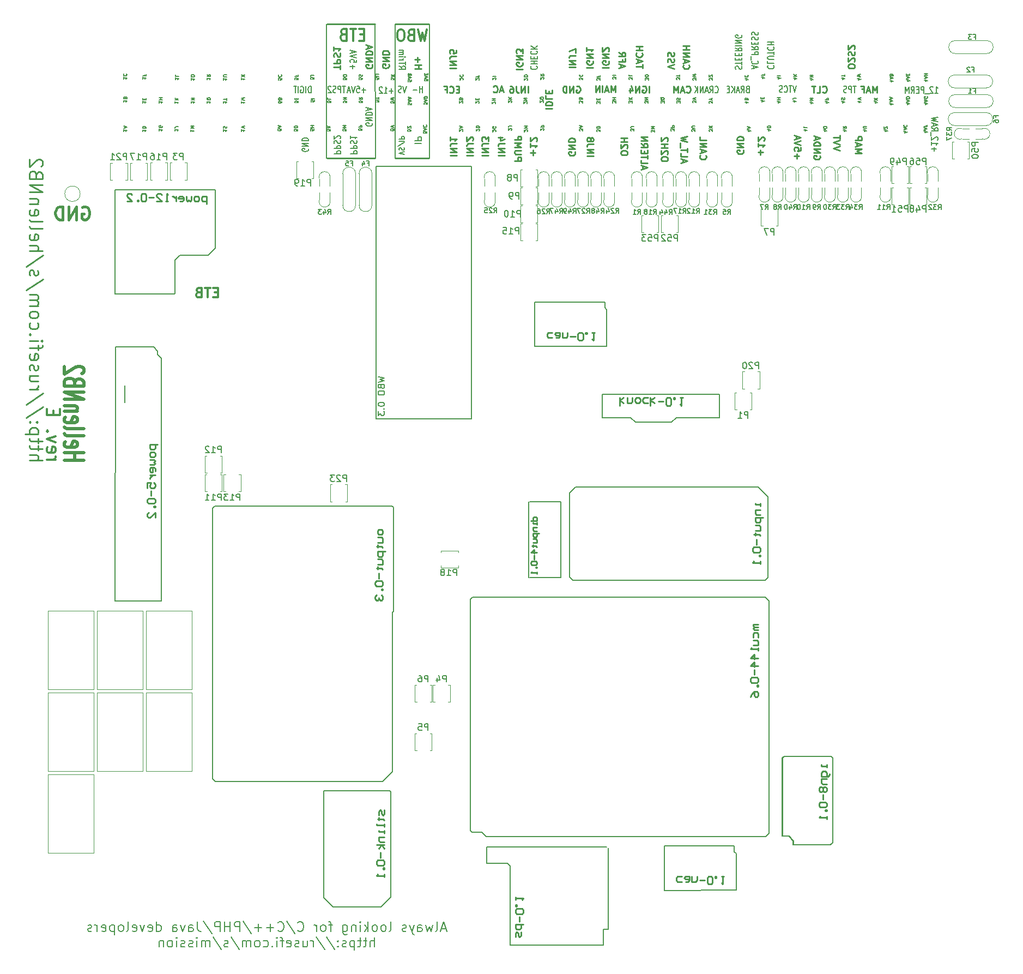
<source format=gbo>
G75*
G70*
%OFA0B0*%
%FSLAX25Y25*%
%IPPOS*%
%LPD*%
%AMOC8*
5,1,8,0,0,1.08239X$1,22.5*
%
%ADD10C,0.01969*%
%ADD148C,0.00472*%
%ADD188C,0.00880*%
%ADD203C,0.00787*%
%ADD244C,0.00866*%
%ADD254C,0.01000*%
%ADD26C,0.01181*%
%ADD281C,0.01575*%
%ADD327C,0.00500*%
%ADD341C,0.00591*%
%ADD346C,0.00984*%
%ADD47C,0.01476*%
%ADD78C,0.01260*%
%ADD87C,0.00390*%
X0000000Y0000000D02*
%LPD*%
G01*
D203*
X0227936Y0498068D02*
X0227936Y0580068D01*
X0248936Y0498068D02*
X0248936Y0580068D01*
D346*
X0248735Y0498068D02*
X0227936Y0498068D01*
X0215735Y0498068D02*
X0186366Y0498060D01*
D203*
X0186226Y0498068D02*
X0186226Y0580238D01*
X0215936Y0498068D02*
X0215736Y0580068D01*
D346*
X0248735Y0580068D02*
X0227936Y0580068D01*
X0215735Y0580068D02*
X0186280Y0580067D01*
D327*
X0134019Y0532807D02*
X0134019Y0531664D01*
X0134019Y0532235D02*
X0136019Y0532235D01*
X0135733Y0532045D01*
X0135543Y0531854D01*
X0135447Y0531664D01*
X0136019Y0533473D02*
X0134019Y0533950D01*
X0135447Y0534331D01*
X0134019Y0534712D01*
X0136019Y0535188D01*
D188*
X0354863Y0553531D02*
X0358863Y0553531D01*
X0358673Y0557531D02*
X0358863Y0557150D01*
X0358863Y0556578D01*
X0358673Y0556007D01*
X0358292Y0555626D01*
X0357911Y0555436D01*
X0357149Y0555245D01*
X0356578Y0555245D01*
X0355816Y0555436D01*
X0355435Y0555626D01*
X0355054Y0556007D01*
X0354863Y0556578D01*
X0354863Y0556959D01*
X0355054Y0557531D01*
X0355244Y0557721D01*
X0356578Y0557721D01*
X0356578Y0556959D01*
X0354863Y0559436D02*
X0358863Y0559436D01*
X0354863Y0561721D01*
X0358863Y0561721D01*
X0358482Y0563436D02*
X0358673Y0563626D01*
X0358863Y0564007D01*
X0358863Y0564959D01*
X0358673Y0565340D01*
X0358482Y0565531D01*
X0358101Y0565721D01*
X0357720Y0565721D01*
X0357149Y0565531D01*
X0354863Y0563245D01*
X0354863Y0565721D01*
D327*
X0134019Y0547170D02*
X0134019Y0546028D01*
X0134019Y0546599D02*
X0136019Y0546599D01*
X0135733Y0546409D01*
X0135543Y0546218D01*
X0135447Y0546028D01*
X0136019Y0547837D02*
X0134019Y0549170D01*
X0136019Y0549170D02*
X0134019Y0547837D01*
X0269306Y0531840D02*
X0269402Y0531935D01*
X0269497Y0532126D01*
X0269497Y0532602D01*
X0269402Y0532792D01*
X0269306Y0532888D01*
X0269116Y0532983D01*
X0268925Y0532983D01*
X0268640Y0532888D01*
X0267497Y0531745D01*
X0267497Y0532983D01*
X0268545Y0534507D02*
X0268449Y0534792D01*
X0268354Y0534888D01*
X0268164Y0534983D01*
X0267878Y0534983D01*
X0267687Y0534888D01*
X0267592Y0534792D01*
X0267497Y0534602D01*
X0267497Y0533840D01*
X0269497Y0533840D01*
X0269497Y0534507D01*
X0269402Y0534697D01*
X0269306Y0534792D01*
X0269116Y0534888D01*
X0268925Y0534888D01*
X0268735Y0534792D01*
X0268640Y0534697D01*
X0268545Y0534507D01*
X0268545Y0533840D01*
D78*
X0208984Y0573690D02*
X0206885Y0573690D01*
X0205985Y0569978D02*
X0208984Y0569978D01*
X0208984Y0577064D01*
X0205985Y0577064D01*
X0204185Y0577064D02*
X0200585Y0577064D01*
X0202385Y0569978D02*
X0202385Y0577064D01*
X0196386Y0573690D02*
X0195486Y0573352D01*
X0195186Y0573015D01*
X0194886Y0572340D01*
X0194886Y0571327D01*
X0195186Y0570652D01*
X0195486Y0570315D01*
X0196086Y0569978D01*
X0198486Y0569978D01*
X0198486Y0577064D01*
X0196386Y0577064D01*
X0195786Y0576727D01*
X0195486Y0576389D01*
X0195186Y0575714D01*
X0195186Y0575039D01*
X0195486Y0574364D01*
X0195786Y0574027D01*
X0196386Y0573690D01*
X0198486Y0573690D01*
X0247513Y0576949D02*
X0246013Y0569862D01*
X0244813Y0574924D01*
X0243613Y0569862D01*
X0242113Y0576949D01*
X0237614Y0573574D02*
X0236714Y0573237D01*
X0236414Y0572900D01*
X0236114Y0572225D01*
X0236114Y0571212D01*
X0236414Y0570537D01*
X0236714Y0570200D01*
X0237314Y0569862D01*
X0239714Y0569862D01*
X0239714Y0576949D01*
X0237614Y0576949D01*
X0237014Y0576612D01*
X0236714Y0576274D01*
X0236414Y0575599D01*
X0236414Y0574924D01*
X0236714Y0574249D01*
X0237014Y0573912D01*
X0237614Y0573574D01*
X0239714Y0573574D01*
X0232215Y0576949D02*
X0231015Y0576949D01*
X0230415Y0576612D01*
X0229815Y0575937D01*
X0229515Y0574587D01*
X0229515Y0572225D01*
X0229815Y0570875D01*
X0230415Y0570200D01*
X0231015Y0569862D01*
X0232215Y0569862D01*
X0232815Y0570200D01*
X0233415Y0570875D01*
X0233714Y0572225D01*
X0233714Y0574587D01*
X0233415Y0575937D01*
X0232815Y0576612D01*
X0232215Y0576949D01*
D203*
X0234968Y0542224D02*
X0233891Y0538287D01*
X0232815Y0542224D01*
X0231893Y0538475D02*
X0231432Y0538287D01*
X0230663Y0538287D01*
X0230356Y0538475D01*
X0230202Y0538662D01*
X0230048Y0539037D01*
X0230048Y0539412D01*
X0230202Y0539787D01*
X0230356Y0539975D01*
X0230663Y0540162D01*
X0231278Y0540349D01*
X0231585Y0540537D01*
X0231739Y0540724D01*
X0231893Y0541099D01*
X0231893Y0541474D01*
X0231739Y0541849D01*
X0231585Y0542037D01*
X0231278Y0542224D01*
X0230509Y0542224D01*
X0230048Y0542037D01*
D327*
X0552946Y0531858D02*
X0551613Y0531858D01*
X0553708Y0531382D02*
X0552279Y0530906D01*
X0552279Y0532144D01*
X0552184Y0532811D02*
X0552184Y0533763D01*
X0551613Y0532620D02*
X0553613Y0533287D01*
X0551613Y0533953D01*
X0553518Y0535668D02*
X0553613Y0535477D01*
X0553613Y0535192D01*
X0553518Y0534906D01*
X0553327Y0534715D01*
X0553137Y0534620D01*
X0552756Y0534525D01*
X0552470Y0534525D01*
X0552089Y0534620D01*
X0551898Y0534715D01*
X0551708Y0534906D01*
X0551613Y0535192D01*
X0551613Y0535382D01*
X0551708Y0535668D01*
X0551803Y0535763D01*
X0552470Y0535763D01*
X0552470Y0535382D01*
D188*
X0366007Y0553501D02*
X0366007Y0555406D01*
X0364864Y0553120D02*
X0368864Y0554453D01*
X0364864Y0555787D01*
X0366959Y0558453D02*
X0366959Y0557120D01*
X0364864Y0557120D02*
X0368864Y0557120D01*
X0368864Y0559025D01*
X0364864Y0562834D02*
X0366769Y0561501D01*
X0364864Y0560548D02*
X0368864Y0560548D01*
X0368864Y0562072D01*
X0368673Y0562453D01*
X0368483Y0562644D01*
X0368102Y0562834D01*
X0367531Y0562834D01*
X0367150Y0562644D01*
X0366959Y0562453D01*
X0366769Y0562072D01*
X0366769Y0560548D01*
D327*
X0269444Y0545988D02*
X0269539Y0546084D01*
X0269634Y0546274D01*
X0269634Y0546750D01*
X0269539Y0546941D01*
X0269444Y0547036D01*
X0269253Y0547131D01*
X0269063Y0547131D01*
X0268777Y0547036D01*
X0267634Y0545893D01*
X0267634Y0547131D01*
X0267825Y0549131D02*
X0267730Y0549036D01*
X0267634Y0548750D01*
X0267634Y0548560D01*
X0267730Y0548274D01*
X0267920Y0548084D01*
X0268110Y0547988D01*
X0268491Y0547893D01*
X0268777Y0547893D01*
X0269158Y0547988D01*
X0269349Y0548084D01*
X0269539Y0548274D01*
X0269634Y0548560D01*
X0269634Y0548750D01*
X0269539Y0549036D01*
X0269444Y0549131D01*
D203*
X0510016Y0542311D02*
X0508216Y0542311D01*
X0509116Y0538311D02*
X0509116Y0542311D01*
X0507166Y0538311D02*
X0507166Y0542311D01*
X0505967Y0542311D01*
X0505667Y0542120D01*
X0505517Y0541930D01*
X0505367Y0541549D01*
X0505367Y0540977D01*
X0505517Y0540596D01*
X0505667Y0540406D01*
X0505967Y0540215D01*
X0507166Y0540215D01*
X0504167Y0538501D02*
X0503717Y0538311D01*
X0502967Y0538311D01*
X0502667Y0538501D01*
X0502517Y0538692D01*
X0502367Y0539073D01*
X0502367Y0539454D01*
X0502517Y0539834D01*
X0502667Y0540025D01*
X0502967Y0540215D01*
X0503567Y0540406D01*
X0503867Y0540596D01*
X0504017Y0540787D01*
X0504167Y0541168D01*
X0504167Y0541549D01*
X0504017Y0541930D01*
X0503867Y0542120D01*
X0503567Y0542311D01*
X0502817Y0542311D01*
X0502367Y0542120D01*
D327*
X0093644Y0547339D02*
X0093644Y0546196D01*
X0093644Y0546767D02*
X0095644Y0546767D01*
X0095359Y0546577D01*
X0095168Y0546386D01*
X0095073Y0546196D01*
X0093644Y0549148D02*
X0093644Y0548196D01*
X0095644Y0548196D01*
X0363170Y0546591D02*
X0363170Y0547829D01*
X0362408Y0547163D01*
X0362408Y0547448D01*
X0362313Y0547639D01*
X0362217Y0547734D01*
X0362027Y0547829D01*
X0361551Y0547829D01*
X0361360Y0547734D01*
X0361265Y0547639D01*
X0361170Y0547448D01*
X0361170Y0546877D01*
X0361265Y0546687D01*
X0361360Y0546591D01*
X0361170Y0548687D02*
X0363170Y0548687D01*
X0123040Y0547076D02*
X0123040Y0545933D01*
X0123040Y0546505D02*
X0125040Y0546505D01*
X0124754Y0546314D01*
X0124564Y0546124D01*
X0124469Y0545933D01*
X0125040Y0547933D02*
X0123421Y0547933D01*
X0123230Y0548028D01*
X0123135Y0548124D01*
X0123040Y0548314D01*
X0123040Y0548695D01*
X0123135Y0548886D01*
X0123230Y0548981D01*
X0123421Y0549076D01*
X0125040Y0549076D01*
X0443240Y0546768D02*
X0441907Y0546768D01*
X0444002Y0546292D02*
X0442573Y0545816D01*
X0442573Y0547054D01*
X0442097Y0548958D02*
X0442002Y0548863D01*
X0441907Y0548577D01*
X0441907Y0548387D01*
X0442002Y0548101D01*
X0442193Y0547911D01*
X0442383Y0547816D01*
X0442764Y0547720D01*
X0443050Y0547720D01*
X0443431Y0547816D01*
X0443621Y0547911D01*
X0443812Y0548101D01*
X0443907Y0548387D01*
X0443907Y0548577D01*
X0443812Y0548863D01*
X0443716Y0548958D01*
X0218186Y0533566D02*
X0218186Y0532614D01*
X0217233Y0532518D01*
X0217328Y0532614D01*
X0217424Y0532804D01*
X0217424Y0533280D01*
X0217328Y0533471D01*
X0217233Y0533566D01*
X0217043Y0533661D01*
X0216567Y0533661D01*
X0216376Y0533566D01*
X0216281Y0533471D01*
X0216186Y0533280D01*
X0216186Y0532804D01*
X0216281Y0532614D01*
X0216376Y0532518D01*
X0218186Y0534233D02*
X0218186Y0535376D01*
X0216186Y0534804D02*
X0218186Y0534804D01*
X0472917Y0547203D02*
X0471583Y0547203D01*
X0473678Y0546727D02*
X0472250Y0546251D01*
X0472250Y0547489D01*
X0471583Y0548251D02*
X0473583Y0548251D01*
X0471583Y0549394D02*
X0472726Y0548536D01*
X0473583Y0549394D02*
X0472440Y0548251D01*
X0289428Y0546160D02*
X0289524Y0546256D01*
X0289619Y0546446D01*
X0289619Y0546922D01*
X0289524Y0547113D01*
X0289428Y0547208D01*
X0289238Y0547303D01*
X0289047Y0547303D01*
X0288762Y0547208D01*
X0287619Y0546065D01*
X0287619Y0547303D01*
X0287619Y0548160D02*
X0289619Y0548160D01*
X0208013Y0547314D02*
X0208013Y0546362D01*
X0207061Y0546266D01*
X0207156Y0546362D01*
X0207251Y0546552D01*
X0207251Y0547028D01*
X0207156Y0547219D01*
X0207061Y0547314D01*
X0206870Y0547409D01*
X0206394Y0547409D01*
X0206204Y0547314D01*
X0206109Y0547219D01*
X0206013Y0547028D01*
X0206013Y0546552D01*
X0206109Y0546362D01*
X0206204Y0546266D01*
X0206109Y0548171D02*
X0206013Y0548457D01*
X0206013Y0548933D01*
X0206109Y0549123D01*
X0206204Y0549219D01*
X0206394Y0549314D01*
X0206585Y0549314D01*
X0206775Y0549219D01*
X0206870Y0549123D01*
X0206966Y0548933D01*
X0207061Y0548552D01*
X0207156Y0548362D01*
X0207251Y0548266D01*
X0207442Y0548171D01*
X0207632Y0548171D01*
X0207823Y0548266D01*
X0207918Y0548362D01*
X0208013Y0548552D01*
X0208013Y0549028D01*
X0207918Y0549314D01*
X0103260Y0532905D02*
X0103260Y0531762D01*
X0103260Y0532333D02*
X0105260Y0532333D01*
X0104974Y0532143D01*
X0104784Y0531952D01*
X0104688Y0531762D01*
X0103260Y0533762D02*
X0105260Y0533762D01*
X0103260Y0534905D01*
X0105260Y0534905D01*
X0492559Y0532681D02*
X0491226Y0532681D01*
X0493321Y0532205D02*
X0491893Y0531729D01*
X0491893Y0532967D01*
X0491226Y0533729D02*
X0493226Y0533729D01*
X0493226Y0534491D01*
X0493131Y0534681D01*
X0493036Y0534776D01*
X0492845Y0534872D01*
X0492559Y0534872D01*
X0492369Y0534776D01*
X0492274Y0534681D01*
X0492178Y0534491D01*
X0492178Y0533729D01*
X0308841Y0545768D02*
X0308936Y0545863D01*
X0309031Y0546054D01*
X0309031Y0546530D01*
X0308936Y0546720D01*
X0308841Y0546816D01*
X0308650Y0546911D01*
X0308460Y0546911D01*
X0308174Y0546816D01*
X0307031Y0545673D01*
X0307031Y0546911D01*
X0309031Y0548149D02*
X0309031Y0548530D01*
X0308936Y0548720D01*
X0308745Y0548911D01*
X0308364Y0549006D01*
X0307698Y0549006D01*
X0307317Y0548911D01*
X0307126Y0548720D01*
X0307031Y0548530D01*
X0307031Y0548149D01*
X0307126Y0547958D01*
X0307317Y0547768D01*
X0307698Y0547673D01*
X0308364Y0547673D01*
X0308745Y0547768D01*
X0308936Y0547958D01*
X0309031Y0548149D01*
X0353383Y0545838D02*
X0353383Y0547077D01*
X0352621Y0546410D01*
X0352621Y0546696D01*
X0352525Y0546886D01*
X0352430Y0546981D01*
X0352240Y0547077D01*
X0351764Y0547077D01*
X0351573Y0546981D01*
X0351478Y0546886D01*
X0351383Y0546696D01*
X0351383Y0546124D01*
X0351478Y0545934D01*
X0351573Y0545838D01*
X0352430Y0548600D02*
X0352430Y0547934D01*
X0351383Y0547934D02*
X0353383Y0547934D01*
X0353383Y0548886D01*
D188*
X0337936Y0502021D02*
X0338126Y0501640D01*
X0338126Y0501068D01*
X0337936Y0500497D01*
X0337555Y0500116D01*
X0337174Y0499925D01*
X0336412Y0499735D01*
X0335841Y0499735D01*
X0335079Y0499925D01*
X0334698Y0500116D01*
X0334317Y0500497D01*
X0334126Y0501068D01*
X0334126Y0501449D01*
X0334317Y0502021D01*
X0334507Y0502211D01*
X0335841Y0502211D01*
X0335841Y0501449D01*
X0334126Y0503925D02*
X0338126Y0503925D01*
X0334126Y0506211D01*
X0338126Y0506211D01*
X0334126Y0508116D02*
X0338126Y0508116D01*
X0338126Y0509068D01*
X0337936Y0509640D01*
X0337555Y0510021D01*
X0337174Y0510211D01*
X0336412Y0510402D01*
X0335841Y0510402D01*
X0335079Y0510211D01*
X0334698Y0510021D01*
X0334317Y0509640D01*
X0334126Y0509068D01*
X0334126Y0508116D01*
D327*
X0198543Y0533066D02*
X0198543Y0532114D01*
X0197590Y0532018D01*
X0197686Y0532114D01*
X0197781Y0532304D01*
X0197781Y0532780D01*
X0197686Y0532971D01*
X0197590Y0533066D01*
X0197400Y0533161D01*
X0196924Y0533161D01*
X0196733Y0533066D01*
X0196638Y0532971D01*
X0196543Y0532780D01*
X0196543Y0532304D01*
X0196638Y0532114D01*
X0196733Y0532018D01*
X0196543Y0534018D02*
X0198543Y0534018D01*
X0196543Y0535161D01*
X0198543Y0535161D01*
X0382813Y0531748D02*
X0382813Y0532986D01*
X0382051Y0532319D01*
X0382051Y0532605D01*
X0381955Y0532796D01*
X0381860Y0532891D01*
X0381670Y0532986D01*
X0381194Y0532986D01*
X0381003Y0532891D01*
X0380908Y0532796D01*
X0380813Y0532605D01*
X0380813Y0532034D01*
X0380908Y0531843D01*
X0381003Y0531748D01*
X0380813Y0533843D02*
X0382813Y0533843D01*
X0380813Y0534986D01*
X0382813Y0534986D01*
D188*
X0345312Y0499439D02*
X0349312Y0499439D01*
X0345312Y0501343D02*
X0349312Y0501343D01*
X0345312Y0503629D01*
X0349312Y0503629D01*
X0349312Y0506677D02*
X0346455Y0506677D01*
X0345884Y0506486D01*
X0345503Y0506105D01*
X0345312Y0505534D01*
X0345312Y0505153D01*
X0347598Y0509153D02*
X0347788Y0508772D01*
X0347979Y0508581D01*
X0348360Y0508391D01*
X0348550Y0508391D01*
X0348931Y0508581D01*
X0349122Y0508772D01*
X0349312Y0509153D01*
X0349312Y0509915D01*
X0349122Y0510296D01*
X0348931Y0510486D01*
X0348550Y0510677D01*
X0348360Y0510677D01*
X0347979Y0510486D01*
X0347788Y0510296D01*
X0347598Y0509915D01*
X0347598Y0509153D01*
X0347407Y0508772D01*
X0347217Y0508581D01*
X0346836Y0508391D01*
X0346074Y0508391D01*
X0345693Y0508581D01*
X0345503Y0508772D01*
X0345312Y0509153D01*
X0345312Y0509915D01*
X0345503Y0510296D01*
X0345693Y0510486D01*
X0346074Y0510677D01*
X0346836Y0510677D01*
X0347217Y0510486D01*
X0347407Y0510296D01*
X0347598Y0509915D01*
D327*
X0502294Y0532888D02*
X0500961Y0532888D01*
X0503056Y0532412D02*
X0501627Y0531936D01*
X0501627Y0533174D01*
X0501056Y0533841D02*
X0500961Y0534126D01*
X0500961Y0534603D01*
X0501056Y0534793D01*
X0501151Y0534888D01*
X0501342Y0534984D01*
X0501532Y0534984D01*
X0501723Y0534888D01*
X0501818Y0534793D01*
X0501913Y0534603D01*
X0502008Y0534222D01*
X0502104Y0534031D01*
X0502199Y0533936D01*
X0502389Y0533841D01*
X0502580Y0533841D01*
X0502770Y0533936D01*
X0502866Y0534031D01*
X0502961Y0534222D01*
X0502961Y0534698D01*
X0502866Y0534984D01*
D203*
X0443635Y0540354D02*
X0443185Y0540164D01*
X0443035Y0539973D01*
X0442885Y0539592D01*
X0442885Y0539021D01*
X0443035Y0538640D01*
X0443185Y0538449D01*
X0443485Y0538259D01*
X0444685Y0538259D01*
X0444685Y0542259D01*
X0443635Y0542259D01*
X0443335Y0542068D01*
X0443185Y0541878D01*
X0443035Y0541497D01*
X0443035Y0541116D01*
X0443185Y0540735D01*
X0443335Y0540544D01*
X0443635Y0540354D01*
X0444685Y0540354D01*
X0439736Y0538259D02*
X0440785Y0540164D01*
X0441535Y0538259D02*
X0441535Y0542259D01*
X0440335Y0542259D01*
X0440035Y0542068D01*
X0439886Y0541878D01*
X0439736Y0541497D01*
X0439736Y0540925D01*
X0439886Y0540544D01*
X0440035Y0540354D01*
X0440335Y0540164D01*
X0441535Y0540164D01*
X0438536Y0539402D02*
X0437036Y0539402D01*
X0438836Y0538259D02*
X0437786Y0542259D01*
X0436736Y0538259D01*
X0435686Y0538259D02*
X0435686Y0542259D01*
X0433886Y0538259D02*
X0435236Y0540544D01*
X0433886Y0542259D02*
X0435686Y0539973D01*
X0432536Y0540354D02*
X0431487Y0540354D01*
X0431037Y0538259D02*
X0432536Y0538259D01*
X0432536Y0542259D01*
X0431037Y0542259D01*
D327*
X0237987Y0531886D02*
X0237987Y0530933D01*
X0237034Y0530838D01*
X0237130Y0530933D01*
X0237225Y0531124D01*
X0237225Y0531600D01*
X0237130Y0531790D01*
X0237034Y0531886D01*
X0236844Y0531981D01*
X0236368Y0531981D01*
X0236177Y0531886D01*
X0236082Y0531790D01*
X0235987Y0531600D01*
X0235987Y0531124D01*
X0236082Y0530933D01*
X0236177Y0530838D01*
X0236558Y0532743D02*
X0236558Y0533695D01*
X0235987Y0532552D02*
X0237987Y0533219D01*
X0235987Y0533886D01*
X0236558Y0534457D02*
X0236558Y0535409D01*
X0235987Y0534266D02*
X0237987Y0534933D01*
X0235987Y0535600D01*
D203*
X0214021Y0519594D02*
X0214211Y0519294D01*
X0214211Y0518844D01*
X0214021Y0518394D01*
X0213640Y0518094D01*
X0213259Y0517944D01*
X0212497Y0517794D01*
X0211926Y0517794D01*
X0211164Y0517944D01*
X0210783Y0518094D01*
X0210402Y0518394D01*
X0210211Y0518844D01*
X0210211Y0519144D01*
X0210402Y0519594D01*
X0210592Y0519744D01*
X0211926Y0519744D01*
X0211926Y0519144D01*
X0210211Y0521094D02*
X0214211Y0521094D01*
X0210211Y0522894D01*
X0214211Y0522894D01*
X0210211Y0524394D02*
X0214211Y0524394D01*
X0214211Y0525143D01*
X0214021Y0525593D01*
X0213640Y0525893D01*
X0213259Y0526043D01*
X0212497Y0526193D01*
X0211926Y0526193D01*
X0211164Y0526043D01*
X0210783Y0525893D01*
X0210402Y0525593D01*
X0210211Y0525143D01*
X0210211Y0524394D01*
X0211354Y0527393D02*
X0211354Y0528893D01*
X0210211Y0527093D02*
X0214211Y0528143D01*
X0210211Y0529193D01*
D188*
X0383411Y0538259D02*
X0383411Y0542259D01*
X0379411Y0542068D02*
X0379792Y0542259D01*
X0380364Y0542259D01*
X0380935Y0542068D01*
X0381316Y0541687D01*
X0381507Y0541306D01*
X0381697Y0540544D01*
X0381697Y0539973D01*
X0381507Y0539211D01*
X0381316Y0538830D01*
X0380935Y0538449D01*
X0380364Y0538259D01*
X0379983Y0538259D01*
X0379411Y0538449D01*
X0379221Y0538640D01*
X0379221Y0539973D01*
X0379983Y0539973D01*
X0377507Y0538259D02*
X0377507Y0542259D01*
X0375221Y0538259D01*
X0375221Y0542259D01*
X0371602Y0540925D02*
X0371602Y0538259D01*
X0372554Y0542449D02*
X0373507Y0539592D01*
X0371030Y0539592D01*
X0320126Y0528640D02*
X0324126Y0528640D01*
X0320126Y0530544D02*
X0324126Y0530544D01*
X0324126Y0531497D01*
X0323936Y0532068D01*
X0323555Y0532449D01*
X0323174Y0532640D01*
X0322412Y0532830D01*
X0321841Y0532830D01*
X0321079Y0532640D01*
X0320698Y0532449D01*
X0320317Y0532068D01*
X0320126Y0531497D01*
X0320126Y0530544D01*
X0320126Y0536449D02*
X0320126Y0534544D01*
X0324126Y0534544D01*
X0322221Y0537783D02*
X0322221Y0539116D01*
X0320126Y0539687D02*
X0320126Y0537783D01*
X0324126Y0537783D01*
X0324126Y0539687D01*
D341*
X0233661Y0500360D02*
X0230511Y0501278D01*
X0233661Y0502197D01*
X0230661Y0502984D02*
X0230511Y0503378D01*
X0230511Y0504034D01*
X0230661Y0504297D01*
X0230811Y0504428D01*
X0231111Y0504559D01*
X0231411Y0504559D01*
X0231711Y0504428D01*
X0231861Y0504297D01*
X0232011Y0504034D01*
X0232161Y0503509D01*
X0232311Y0503247D01*
X0232461Y0503116D01*
X0232761Y0502984D01*
X0233061Y0502984D01*
X0233361Y0503116D01*
X0233511Y0503247D01*
X0233661Y0503509D01*
X0233661Y0504165D01*
X0233511Y0504559D01*
X0233811Y0507709D02*
X0229761Y0505346D01*
X0230511Y0508627D02*
X0233661Y0508627D01*
X0230511Y0509940D02*
X0233661Y0509940D01*
X0233661Y0510990D01*
X0233511Y0511252D01*
X0233361Y0511383D01*
X0233061Y0511514D01*
X0232611Y0511514D01*
X0232311Y0511383D01*
X0232161Y0511252D01*
X0232011Y0510990D01*
X0232011Y0509940D01*
D203*
X0210016Y0539769D02*
X0207616Y0539769D01*
X0208816Y0538245D02*
X0208816Y0541292D01*
X0204616Y0542245D02*
X0206116Y0542245D01*
X0206266Y0540340D01*
X0206116Y0540530D01*
X0205816Y0540721D01*
X0205066Y0540721D01*
X0204766Y0540530D01*
X0204616Y0540340D01*
X0204466Y0539959D01*
X0204466Y0539007D01*
X0204616Y0538626D01*
X0204766Y0538435D01*
X0205066Y0538245D01*
X0205816Y0538245D01*
X0206116Y0538435D01*
X0206266Y0538626D01*
X0203567Y0542245D02*
X0202517Y0538245D01*
X0201467Y0542245D01*
X0200567Y0539388D02*
X0199067Y0539388D01*
X0200867Y0538245D02*
X0199817Y0542245D01*
X0198767Y0538245D01*
D188*
X0370126Y0501020D02*
X0370126Y0501782D01*
X0369936Y0502163D01*
X0369555Y0502544D01*
X0368793Y0502734D01*
X0367460Y0502734D01*
X0366698Y0502544D01*
X0366317Y0502163D01*
X0366126Y0501782D01*
X0366126Y0501020D01*
X0366317Y0500639D01*
X0366698Y0500258D01*
X0367460Y0500068D01*
X0368793Y0500068D01*
X0369555Y0500258D01*
X0369936Y0500639D01*
X0370126Y0501020D01*
X0369745Y0504258D02*
X0369936Y0504449D01*
X0370126Y0504830D01*
X0370126Y0505782D01*
X0369936Y0506163D01*
X0369745Y0506353D01*
X0369364Y0506544D01*
X0368983Y0506544D01*
X0368412Y0506353D01*
X0366126Y0504068D01*
X0366126Y0506544D01*
X0366126Y0508258D02*
X0370126Y0508258D01*
X0368221Y0508258D02*
X0368221Y0510544D01*
X0366126Y0510544D02*
X0370126Y0510544D01*
X0379406Y0491382D02*
X0379406Y0493287D01*
X0378264Y0491002D02*
X0382264Y0492335D01*
X0378264Y0493668D01*
X0378264Y0496906D02*
X0378264Y0495002D01*
X0382264Y0495002D01*
X0382264Y0497668D02*
X0382264Y0499954D01*
X0378264Y0498811D02*
X0382264Y0498811D01*
X0380359Y0501287D02*
X0380359Y0502621D01*
X0378264Y0503192D02*
X0378264Y0501287D01*
X0382264Y0501287D01*
X0382264Y0503192D01*
X0378264Y0507192D02*
X0380168Y0505859D01*
X0378264Y0504906D02*
X0382264Y0504906D01*
X0382264Y0506430D01*
X0382073Y0506811D01*
X0381883Y0507002D01*
X0381502Y0507192D01*
X0380930Y0507192D01*
X0380549Y0507002D01*
X0380359Y0506811D01*
X0380168Y0506430D01*
X0380168Y0504906D01*
X0378264Y0508906D02*
X0382264Y0508906D01*
X0378264Y0511192D01*
X0382264Y0511192D01*
X0451423Y0500220D02*
X0451423Y0503267D01*
X0449899Y0501743D02*
X0452946Y0501743D01*
X0449899Y0507267D02*
X0449899Y0504982D01*
X0449899Y0506124D02*
X0453899Y0506124D01*
X0453327Y0505743D01*
X0452946Y0505363D01*
X0452756Y0504982D01*
X0453518Y0508791D02*
X0453708Y0508982D01*
X0453899Y0509363D01*
X0453899Y0510315D01*
X0453708Y0510696D01*
X0453518Y0510886D01*
X0453137Y0511077D01*
X0452756Y0511077D01*
X0452184Y0510886D01*
X0449899Y0508601D01*
X0449899Y0511077D01*
X0261356Y0553195D02*
X0265356Y0553195D01*
X0261356Y0555100D02*
X0265356Y0555100D01*
X0261356Y0557386D01*
X0265356Y0557386D01*
X0265356Y0560434D02*
X0262498Y0560434D01*
X0261927Y0560243D01*
X0261546Y0559862D01*
X0261356Y0559291D01*
X0261356Y0558910D01*
X0265356Y0564243D02*
X0265356Y0562338D01*
X0263451Y0562148D01*
X0263641Y0562338D01*
X0263832Y0562719D01*
X0263832Y0563672D01*
X0263641Y0564053D01*
X0263451Y0564243D01*
X0263070Y0564434D01*
X0262118Y0564434D01*
X0261737Y0564243D01*
X0261546Y0564053D01*
X0261356Y0563672D01*
X0261356Y0562719D01*
X0261546Y0562338D01*
X0261737Y0562148D01*
D327*
X0522367Y0532677D02*
X0521034Y0532677D01*
X0523129Y0532200D02*
X0521700Y0531724D01*
X0521700Y0532962D01*
X0523034Y0533534D02*
X0521034Y0534867D01*
X0523034Y0534867D02*
X0521034Y0533534D01*
D203*
X0200738Y0500914D02*
X0204738Y0500914D01*
X0204738Y0502114D01*
X0204548Y0502414D01*
X0204357Y0502564D01*
X0203976Y0502714D01*
X0203405Y0502714D01*
X0203024Y0502564D01*
X0202833Y0502414D01*
X0202643Y0502114D01*
X0202643Y0500914D01*
X0200738Y0504064D02*
X0204738Y0504064D01*
X0204738Y0505263D01*
X0204548Y0505563D01*
X0204357Y0505713D01*
X0203976Y0505863D01*
X0203405Y0505863D01*
X0203024Y0505713D01*
X0202833Y0505563D01*
X0202643Y0505263D01*
X0202643Y0504064D01*
X0200928Y0507063D02*
X0200738Y0507513D01*
X0200738Y0508263D01*
X0200928Y0508563D01*
X0201119Y0508713D01*
X0201500Y0508863D01*
X0201881Y0508863D01*
X0202262Y0508713D01*
X0202452Y0508563D01*
X0202643Y0508263D01*
X0202833Y0507663D01*
X0203024Y0507363D01*
X0203214Y0507213D01*
X0203595Y0507063D01*
X0203976Y0507063D01*
X0204357Y0507213D01*
X0204548Y0507363D01*
X0204738Y0507663D01*
X0204738Y0508413D01*
X0204548Y0508863D01*
X0200738Y0511863D02*
X0200738Y0510063D01*
X0200738Y0510963D02*
X0204738Y0510963D01*
X0204167Y0510663D01*
X0203786Y0510363D01*
X0203595Y0510063D01*
D327*
X0372922Y0531897D02*
X0372922Y0533135D01*
X0372161Y0532469D01*
X0372161Y0532754D01*
X0372065Y0532945D01*
X0371970Y0533040D01*
X0371780Y0533135D01*
X0371303Y0533135D01*
X0371113Y0533040D01*
X0371018Y0532945D01*
X0370922Y0532754D01*
X0370922Y0532183D01*
X0371018Y0531992D01*
X0371113Y0531897D01*
X0370922Y0533992D02*
X0372922Y0533992D01*
X0370922Y0535135D02*
X0372065Y0534278D01*
X0372922Y0535135D02*
X0371780Y0533992D01*
D188*
X0403994Y0495573D02*
X0403994Y0497478D01*
X0402851Y0495192D02*
X0406851Y0496525D01*
X0402851Y0497859D01*
X0402851Y0501097D02*
X0402851Y0499192D01*
X0406851Y0499192D01*
X0406851Y0501859D02*
X0406851Y0504144D01*
X0402851Y0503002D02*
X0406851Y0503002D01*
X0402471Y0504525D02*
X0402471Y0507573D01*
X0406851Y0508144D02*
X0402851Y0509097D01*
X0405709Y0509859D01*
X0402851Y0510621D01*
X0406851Y0511573D01*
D203*
X0202008Y0552900D02*
X0202008Y0555300D01*
X0200484Y0554100D02*
X0203532Y0554100D01*
X0204484Y0558300D02*
X0204484Y0556800D01*
X0202580Y0556650D01*
X0202770Y0556800D01*
X0202961Y0557100D01*
X0202961Y0557850D01*
X0202770Y0558150D01*
X0202580Y0558300D01*
X0202199Y0558450D01*
X0201246Y0558450D01*
X0200865Y0558300D01*
X0200675Y0558150D01*
X0200484Y0557850D01*
X0200484Y0557100D01*
X0200675Y0556800D01*
X0200865Y0556650D01*
X0204484Y0559350D02*
X0200484Y0560399D01*
X0204484Y0561449D01*
X0201627Y0562349D02*
X0201627Y0563849D01*
X0200484Y0562049D02*
X0204484Y0563099D01*
X0200484Y0564149D01*
D188*
X0294128Y0539475D02*
X0292223Y0539475D01*
X0294509Y0538332D02*
X0293175Y0542332D01*
X0291842Y0538332D01*
X0288223Y0538713D02*
X0288413Y0538523D01*
X0288985Y0538332D01*
X0289366Y0538332D01*
X0289937Y0538523D01*
X0290318Y0538904D01*
X0290509Y0539285D01*
X0290699Y0540047D01*
X0290699Y0540618D01*
X0290509Y0541380D01*
X0290318Y0541761D01*
X0289937Y0542142D01*
X0289366Y0542332D01*
X0288985Y0542332D01*
X0288413Y0542142D01*
X0288223Y0541951D01*
D327*
X0227660Y0547062D02*
X0227660Y0546109D01*
X0226707Y0546014D01*
X0226802Y0546109D01*
X0226898Y0546300D01*
X0226898Y0546776D01*
X0226802Y0546966D01*
X0226707Y0547062D01*
X0226517Y0547157D01*
X0226041Y0547157D01*
X0225850Y0547062D01*
X0225755Y0546966D01*
X0225660Y0546776D01*
X0225660Y0546300D01*
X0225755Y0546109D01*
X0225850Y0546014D01*
X0227660Y0547823D02*
X0225660Y0549157D01*
X0227660Y0549157D02*
X0225660Y0547823D01*
X0479235Y0515613D02*
X0477902Y0515613D01*
X0479997Y0515137D02*
X0478569Y0514661D01*
X0478569Y0515899D01*
X0477902Y0517613D02*
X0477902Y0516661D01*
X0479902Y0516661D01*
X0512202Y0546802D02*
X0510869Y0546802D01*
X0512964Y0546326D02*
X0511536Y0545850D01*
X0511536Y0547088D01*
X0512869Y0547659D02*
X0510869Y0548135D01*
X0512297Y0548516D01*
X0510869Y0548897D01*
X0512869Y0549373D01*
D188*
X0267208Y0540126D02*
X0265875Y0540126D01*
X0265303Y0538030D02*
X0267208Y0538030D01*
X0267208Y0542030D01*
X0265303Y0542030D01*
X0261303Y0538411D02*
X0261494Y0538221D01*
X0262065Y0538030D01*
X0262446Y0538030D01*
X0263018Y0538221D01*
X0263399Y0538602D01*
X0263589Y0538983D01*
X0263779Y0539745D01*
X0263779Y0540316D01*
X0263589Y0541078D01*
X0263399Y0541459D01*
X0263018Y0541840D01*
X0262446Y0542030D01*
X0262065Y0542030D01*
X0261494Y0541840D01*
X0261303Y0541650D01*
X0258256Y0540126D02*
X0259589Y0540126D01*
X0259589Y0538030D02*
X0259589Y0542030D01*
X0257684Y0542030D01*
X0312373Y0499979D02*
X0312373Y0503026D01*
X0310849Y0501502D02*
X0313896Y0501502D01*
X0310849Y0507026D02*
X0310849Y0504741D01*
X0310849Y0505883D02*
X0314849Y0505883D01*
X0314277Y0505502D01*
X0313896Y0505121D01*
X0313706Y0504741D01*
X0314468Y0508550D02*
X0314658Y0508741D01*
X0314849Y0509121D01*
X0314849Y0510074D01*
X0314658Y0510455D01*
X0314468Y0510645D01*
X0314087Y0510836D01*
X0313706Y0510836D01*
X0313134Y0510645D01*
X0310849Y0508360D01*
X0310849Y0510836D01*
D327*
X0542010Y0531879D02*
X0540677Y0531879D01*
X0542772Y0531403D02*
X0541343Y0530927D01*
X0541343Y0532165D01*
X0541248Y0532831D02*
X0541248Y0533784D01*
X0540677Y0532641D02*
X0542677Y0533307D01*
X0540677Y0533974D01*
X0540677Y0534641D02*
X0542677Y0534641D01*
X0542677Y0535117D01*
X0542581Y0535403D01*
X0542391Y0535593D01*
X0542200Y0535688D01*
X0541819Y0535784D01*
X0541534Y0535784D01*
X0541153Y0535688D01*
X0540962Y0535593D01*
X0540772Y0535403D01*
X0540677Y0535117D01*
X0540677Y0534641D01*
X0373060Y0546236D02*
X0373060Y0547474D01*
X0372298Y0546807D01*
X0372298Y0547093D01*
X0372203Y0547284D01*
X0372107Y0547379D01*
X0371917Y0547474D01*
X0371441Y0547474D01*
X0371250Y0547379D01*
X0371155Y0547284D01*
X0371060Y0547093D01*
X0371060Y0546522D01*
X0371155Y0546331D01*
X0371250Y0546236D01*
X0371060Y0549284D02*
X0371060Y0548331D01*
X0373060Y0548331D01*
X0411519Y0514516D02*
X0411519Y0515754D01*
X0410758Y0515087D01*
X0410758Y0515373D01*
X0410662Y0515564D01*
X0410567Y0515659D01*
X0410377Y0515754D01*
X0409900Y0515754D01*
X0409710Y0515659D01*
X0409615Y0515564D01*
X0409519Y0515373D01*
X0409519Y0514802D01*
X0409615Y0514611D01*
X0409710Y0514516D01*
X0411519Y0516611D02*
X0409900Y0516611D01*
X0409710Y0516706D01*
X0409615Y0516802D01*
X0409519Y0516992D01*
X0409519Y0517373D01*
X0409615Y0517564D01*
X0409710Y0517659D01*
X0409900Y0517754D01*
X0411519Y0517754D01*
X0093507Y0532863D02*
X0093507Y0531720D01*
X0093507Y0532291D02*
X0095507Y0532291D01*
X0095221Y0532101D01*
X0095031Y0531910D01*
X0094936Y0531720D01*
X0093507Y0533720D02*
X0095507Y0533720D01*
X0093507Y0534863D02*
X0094650Y0534006D01*
X0095507Y0534863D02*
X0094364Y0533720D01*
D188*
X0338983Y0542068D02*
X0339364Y0542259D01*
X0339936Y0542259D01*
X0340507Y0542068D01*
X0340888Y0541687D01*
X0341079Y0541306D01*
X0341269Y0540544D01*
X0341269Y0539973D01*
X0341079Y0539211D01*
X0340888Y0538830D01*
X0340507Y0538449D01*
X0339936Y0538259D01*
X0339555Y0538259D01*
X0338983Y0538449D01*
X0338793Y0538640D01*
X0338793Y0539973D01*
X0339555Y0539973D01*
X0337079Y0538259D02*
X0337079Y0542259D01*
X0334793Y0538259D01*
X0334793Y0542259D01*
X0332888Y0538259D02*
X0332888Y0542259D01*
X0331936Y0542259D01*
X0331364Y0542068D01*
X0330983Y0541687D01*
X0330793Y0541306D01*
X0330602Y0540544D01*
X0330602Y0539973D01*
X0330793Y0539211D01*
X0330983Y0538830D01*
X0331364Y0538449D01*
X0331936Y0538259D01*
X0332888Y0538259D01*
D327*
X0422055Y0531710D02*
X0422055Y0532948D01*
X0421293Y0532282D01*
X0421293Y0532568D01*
X0421198Y0532758D01*
X0421103Y0532853D01*
X0420912Y0532948D01*
X0420436Y0532948D01*
X0420246Y0532853D01*
X0420150Y0532758D01*
X0420055Y0532568D01*
X0420055Y0531996D01*
X0420150Y0531806D01*
X0420246Y0531710D01*
X0421007Y0534187D02*
X0420055Y0534187D01*
X0422055Y0533520D02*
X0421007Y0534187D01*
X0422055Y0534853D01*
X0308703Y0531620D02*
X0308798Y0531715D01*
X0308894Y0531905D01*
X0308894Y0532381D01*
X0308798Y0532572D01*
X0308703Y0532667D01*
X0308513Y0532762D01*
X0308322Y0532762D01*
X0308036Y0532667D01*
X0306894Y0531524D01*
X0306894Y0532762D01*
X0306894Y0533620D02*
X0308894Y0533620D01*
X0306894Y0534762D01*
X0308894Y0534762D01*
D10*
X0025864Y0313552D02*
X0037675Y0313552D01*
X0032051Y0313552D02*
X0032051Y0318052D01*
X0025864Y0318052D02*
X0037675Y0318052D01*
X0026427Y0324801D02*
X0025864Y0324051D01*
X0025864Y0322551D01*
X0026427Y0321801D01*
X0027552Y0321426D01*
X0032051Y0321426D01*
X0033176Y0321801D01*
X0033738Y0322551D01*
X0033738Y0324051D01*
X0033176Y0324801D01*
X0032051Y0325176D01*
X0030926Y0325176D01*
X0029801Y0321426D01*
X0025864Y0329675D02*
X0026427Y0328925D01*
X0027552Y0328550D01*
X0037675Y0328550D01*
X0025864Y0333800D02*
X0026427Y0333050D01*
X0027552Y0332675D01*
X0037675Y0332675D01*
X0026427Y0339799D02*
X0025864Y0339049D01*
X0025864Y0337549D01*
X0026427Y0336799D01*
X0027552Y0336424D01*
X0032051Y0336424D01*
X0033176Y0336799D01*
X0033738Y0337549D01*
X0033738Y0339049D01*
X0033176Y0339799D01*
X0032051Y0340174D01*
X0030926Y0340174D01*
X0029801Y0336424D01*
X0033738Y0343548D02*
X0025864Y0343548D01*
X0032613Y0343548D02*
X0033176Y0343923D01*
X0033738Y0344673D01*
X0033738Y0345798D01*
X0033176Y0346548D01*
X0032051Y0346923D01*
X0025864Y0346923D01*
X0025864Y0350673D02*
X0037675Y0350673D01*
X0025864Y0355172D01*
X0037675Y0355172D01*
X0032051Y0361546D02*
X0031489Y0362671D01*
X0030926Y0363046D01*
X0029801Y0363421D01*
X0028114Y0363421D01*
X0026989Y0363046D01*
X0026427Y0362671D01*
X0025864Y0361921D01*
X0025864Y0358921D01*
X0037675Y0358921D01*
X0037675Y0361546D01*
X0037113Y0362296D01*
X0036550Y0362671D01*
X0035426Y0363046D01*
X0034301Y0363046D01*
X0033176Y0362671D01*
X0032613Y0362296D01*
X0032051Y0361546D01*
X0032051Y0358921D01*
X0036550Y0366421D02*
X0037113Y0366795D01*
X0037675Y0367545D01*
X0037675Y0369420D01*
X0037113Y0370170D01*
X0036550Y0370545D01*
X0035426Y0370920D01*
X0034301Y0370920D01*
X0032613Y0370545D01*
X0025864Y0366046D01*
X0025864Y0370920D01*
D327*
X0540499Y0514571D02*
X0539166Y0514571D01*
X0541261Y0514095D02*
X0539832Y0513619D01*
X0539832Y0514857D01*
X0539737Y0515524D02*
X0539737Y0516476D01*
X0539166Y0515333D02*
X0541166Y0516000D01*
X0539166Y0516666D01*
X0539356Y0518476D02*
X0539261Y0518381D01*
X0539166Y0518095D01*
X0539166Y0517905D01*
X0539261Y0517619D01*
X0539451Y0517428D01*
X0539642Y0517333D01*
X0540023Y0517238D01*
X0540308Y0517238D01*
X0540689Y0517333D01*
X0540880Y0517428D01*
X0541070Y0517619D01*
X0541166Y0517905D01*
X0541166Y0518095D01*
X0541070Y0518381D01*
X0540975Y0518476D01*
X0342833Y0546065D02*
X0342833Y0547303D01*
X0342071Y0546636D01*
X0342071Y0546922D01*
X0341976Y0547112D01*
X0341881Y0547208D01*
X0341690Y0547303D01*
X0341214Y0547303D01*
X0341024Y0547208D01*
X0340928Y0547112D01*
X0340833Y0546922D01*
X0340833Y0546351D01*
X0340928Y0546160D01*
X0341024Y0546065D01*
X0341024Y0549303D02*
X0340928Y0549208D01*
X0340833Y0548922D01*
X0340833Y0548731D01*
X0340928Y0548446D01*
X0341119Y0548255D01*
X0341309Y0548160D01*
X0341690Y0548065D01*
X0341976Y0548065D01*
X0342357Y0548160D01*
X0342547Y0548255D01*
X0342738Y0548446D01*
X0342833Y0548731D01*
X0342833Y0548922D01*
X0342738Y0549208D01*
X0342643Y0549303D01*
D203*
X0311311Y0554323D02*
X0311121Y0554173D01*
X0310930Y0553723D01*
X0310930Y0553423D01*
X0311121Y0552973D01*
X0311502Y0552673D01*
X0311883Y0552523D01*
X0312645Y0552373D01*
X0313216Y0552373D01*
X0313978Y0552523D01*
X0314359Y0552673D01*
X0314740Y0552973D01*
X0314930Y0553423D01*
X0314930Y0553723D01*
X0314740Y0554173D01*
X0314550Y0554323D01*
X0310930Y0555673D02*
X0314930Y0555673D01*
X0313026Y0555673D02*
X0313026Y0557473D01*
X0310930Y0557473D02*
X0314930Y0557473D01*
X0313026Y0558973D02*
X0313026Y0560022D01*
X0310930Y0560472D02*
X0310930Y0558973D01*
X0314930Y0558973D01*
X0314930Y0560472D01*
X0311311Y0563622D02*
X0311121Y0563472D01*
X0310930Y0563022D01*
X0310930Y0562722D01*
X0311121Y0562272D01*
X0311502Y0561972D01*
X0311883Y0561822D01*
X0312645Y0561672D01*
X0313216Y0561672D01*
X0313978Y0561822D01*
X0314359Y0561972D01*
X0314740Y0562272D01*
X0314930Y0562722D01*
X0314930Y0563022D01*
X0314740Y0563472D01*
X0314550Y0563622D01*
X0310930Y0564972D02*
X0314930Y0564972D01*
X0310930Y0566772D02*
X0313216Y0565422D01*
X0314930Y0566772D02*
X0312645Y0564972D01*
D327*
X0073589Y0533117D02*
X0073589Y0531974D01*
X0073589Y0532546D02*
X0075589Y0532546D01*
X0075304Y0532355D01*
X0075113Y0532165D01*
X0075018Y0531974D01*
X0074637Y0533974D02*
X0074637Y0534641D01*
X0073589Y0534927D02*
X0073589Y0533974D01*
X0075589Y0533974D01*
X0075589Y0534927D01*
X0374159Y0514828D02*
X0374159Y0516066D01*
X0373397Y0515399D01*
X0373397Y0515685D01*
X0373302Y0515875D01*
X0373206Y0515970D01*
X0373016Y0516066D01*
X0372540Y0516066D01*
X0372349Y0515970D01*
X0372254Y0515875D01*
X0372159Y0515685D01*
X0372159Y0515113D01*
X0372254Y0514923D01*
X0372349Y0514828D01*
X0374159Y0517494D02*
X0372730Y0517494D01*
X0372444Y0517399D01*
X0372254Y0517209D01*
X0372159Y0516923D01*
X0372159Y0516732D01*
D188*
X0404469Y0555125D02*
X0404278Y0554935D01*
X0404088Y0554363D01*
X0404088Y0553982D01*
X0404278Y0553411D01*
X0404659Y0553030D01*
X0405040Y0552840D01*
X0405802Y0552649D01*
X0406373Y0552649D01*
X0407135Y0552840D01*
X0407516Y0553030D01*
X0407897Y0553411D01*
X0408088Y0553982D01*
X0408088Y0554363D01*
X0407897Y0554935D01*
X0407707Y0555125D01*
X0405231Y0556649D02*
X0405231Y0558554D01*
X0404088Y0556268D02*
X0408088Y0557602D01*
X0404088Y0558935D01*
X0404088Y0560268D02*
X0408088Y0560268D01*
X0404088Y0562554D01*
X0408088Y0562554D01*
X0404088Y0564459D02*
X0408088Y0564459D01*
X0406183Y0564459D02*
X0406183Y0566744D01*
X0404088Y0566744D02*
X0408088Y0566744D01*
X0489562Y0538587D02*
X0489753Y0538397D01*
X0490324Y0538206D01*
X0490705Y0538206D01*
X0491277Y0538397D01*
X0491658Y0538778D01*
X0491848Y0539159D01*
X0492039Y0539920D01*
X0492039Y0540492D01*
X0491848Y0541254D01*
X0491658Y0541635D01*
X0491277Y0542016D01*
X0490705Y0542206D01*
X0490324Y0542206D01*
X0489753Y0542016D01*
X0489562Y0541825D01*
X0485943Y0538206D02*
X0487848Y0538206D01*
X0487848Y0542206D01*
X0485181Y0542206D02*
X0482896Y0542206D01*
X0484039Y0538206D02*
X0484039Y0542206D01*
X0362850Y0538427D02*
X0362850Y0542427D01*
X0361516Y0539570D01*
X0360183Y0542427D01*
X0360183Y0538427D01*
X0358469Y0539570D02*
X0356564Y0539570D01*
X0358850Y0538427D02*
X0357516Y0542427D01*
X0356183Y0538427D01*
X0354850Y0538427D02*
X0354850Y0542427D01*
X0352945Y0538427D02*
X0352945Y0542427D01*
X0350659Y0538427D01*
X0350659Y0542427D01*
D203*
X0259048Y0027216D02*
X0256236Y0027216D01*
X0259610Y0025529D02*
X0257642Y0031434D01*
X0255673Y0025529D01*
X0252861Y0025529D02*
X0253423Y0025810D01*
X0253705Y0026372D01*
X0253705Y0031434D01*
X0251174Y0029466D02*
X0250049Y0025529D01*
X0248924Y0028341D01*
X0247799Y0025529D01*
X0246674Y0029466D01*
X0241894Y0025529D02*
X0241894Y0028622D01*
X0242175Y0029184D01*
X0242737Y0029466D01*
X0243862Y0029466D01*
X0244424Y0029184D01*
X0241894Y0025810D02*
X0242456Y0025529D01*
X0243862Y0025529D01*
X0244424Y0025810D01*
X0244706Y0026372D01*
X0244706Y0026935D01*
X0244424Y0027497D01*
X0243862Y0027778D01*
X0242456Y0027778D01*
X0241894Y0028060D01*
X0239644Y0029466D02*
X0238238Y0025529D01*
X0236832Y0029466D02*
X0238238Y0025529D01*
X0238800Y0024123D01*
X0239081Y0023841D01*
X0239644Y0023560D01*
X0234863Y0025810D02*
X0234301Y0025529D01*
X0233176Y0025529D01*
X0232613Y0025810D01*
X0232332Y0026372D01*
X0232332Y0026653D01*
X0232613Y0027216D01*
X0233176Y0027497D01*
X0234020Y0027497D01*
X0234582Y0027778D01*
X0234863Y0028341D01*
X0234863Y0028622D01*
X0234582Y0029184D01*
X0234020Y0029466D01*
X0233176Y0029466D01*
X0232613Y0029184D01*
X0224458Y0025529D02*
X0225021Y0025810D01*
X0225302Y0026372D01*
X0225302Y0031434D01*
X0221365Y0025529D02*
X0221927Y0025810D01*
X0222209Y0026091D01*
X0222490Y0026653D01*
X0222490Y0028341D01*
X0222209Y0028903D01*
X0221927Y0029184D01*
X0221365Y0029466D01*
X0220521Y0029466D01*
X0219959Y0029184D01*
X0219678Y0028903D01*
X0219396Y0028341D01*
X0219396Y0026653D01*
X0219678Y0026091D01*
X0219959Y0025810D01*
X0220521Y0025529D01*
X0221365Y0025529D01*
X0216022Y0025529D02*
X0216584Y0025810D01*
X0216865Y0026091D01*
X0217147Y0026653D01*
X0217147Y0028341D01*
X0216865Y0028903D01*
X0216584Y0029184D01*
X0216022Y0029466D01*
X0215178Y0029466D01*
X0214616Y0029184D01*
X0214335Y0028903D01*
X0214053Y0028341D01*
X0214053Y0026653D01*
X0214335Y0026091D01*
X0214616Y0025810D01*
X0215178Y0025529D01*
X0216022Y0025529D01*
X0211522Y0025529D02*
X0211522Y0031434D01*
X0210960Y0027778D02*
X0209273Y0025529D01*
X0209273Y0029466D02*
X0211522Y0027216D01*
X0206742Y0025529D02*
X0206742Y0029466D01*
X0206742Y0031434D02*
X0207023Y0031153D01*
X0206742Y0030872D01*
X0206460Y0031153D01*
X0206742Y0031434D01*
X0206742Y0030872D01*
X0203930Y0029466D02*
X0203930Y0025529D01*
X0203930Y0028903D02*
X0203648Y0029184D01*
X0203086Y0029466D01*
X0202242Y0029466D01*
X0201680Y0029184D01*
X0201399Y0028622D01*
X0201399Y0025529D01*
X0196056Y0029466D02*
X0196056Y0024685D01*
X0196337Y0024123D01*
X0196618Y0023841D01*
X0197180Y0023560D01*
X0198024Y0023560D01*
X0198586Y0023841D01*
X0196056Y0025810D02*
X0196618Y0025529D01*
X0197743Y0025529D01*
X0198305Y0025810D01*
X0198586Y0026091D01*
X0198868Y0026653D01*
X0198868Y0028341D01*
X0198586Y0028903D01*
X0198305Y0029184D01*
X0197743Y0029466D01*
X0196618Y0029466D01*
X0196056Y0029184D01*
X0189588Y0029466D02*
X0187338Y0029466D01*
X0188744Y0025529D02*
X0188744Y0030590D01*
X0188463Y0031153D01*
X0187900Y0031434D01*
X0187338Y0031434D01*
X0184526Y0025529D02*
X0185088Y0025810D01*
X0185369Y0026091D01*
X0185651Y0026653D01*
X0185651Y0028341D01*
X0185369Y0028903D01*
X0185088Y0029184D01*
X0184526Y0029466D01*
X0183682Y0029466D01*
X0183120Y0029184D01*
X0182838Y0028903D01*
X0182557Y0028341D01*
X0182557Y0026653D01*
X0182838Y0026091D01*
X0183120Y0025810D01*
X0183682Y0025529D01*
X0184526Y0025529D01*
X0180026Y0025529D02*
X0180026Y0029466D01*
X0180026Y0028341D02*
X0179745Y0028903D01*
X0179464Y0029184D01*
X0178901Y0029466D01*
X0178339Y0029466D01*
X0168496Y0026091D02*
X0168778Y0025810D01*
X0169621Y0025529D01*
X0170184Y0025529D01*
X0171027Y0025810D01*
X0171590Y0026372D01*
X0171871Y0026935D01*
X0172152Y0028060D01*
X0172152Y0028903D01*
X0171871Y0030028D01*
X0171590Y0030590D01*
X0171027Y0031153D01*
X0170184Y0031434D01*
X0169621Y0031434D01*
X0168778Y0031153D01*
X0168496Y0030872D01*
X0161747Y0031715D02*
X0166809Y0024123D01*
X0156404Y0026091D02*
X0156685Y0025810D01*
X0157529Y0025529D01*
X0158092Y0025529D01*
X0158935Y0025810D01*
X0159498Y0026372D01*
X0159779Y0026935D01*
X0160060Y0028060D01*
X0160060Y0028903D01*
X0159779Y0030028D01*
X0159498Y0030590D01*
X0158935Y0031153D01*
X0158092Y0031434D01*
X0157529Y0031434D01*
X0156685Y0031153D01*
X0156404Y0030872D01*
X0153873Y0027778D02*
X0149374Y0027778D01*
X0151624Y0025529D02*
X0151624Y0030028D01*
X0146562Y0027778D02*
X0142062Y0027778D01*
X0144312Y0025529D02*
X0144312Y0030028D01*
X0135032Y0031715D02*
X0140094Y0024123D01*
X0133063Y0025529D02*
X0133063Y0031434D01*
X0130814Y0031434D01*
X0130251Y0031153D01*
X0129970Y0030872D01*
X0129689Y0030309D01*
X0129689Y0029466D01*
X0129970Y0028903D01*
X0130251Y0028622D01*
X0130814Y0028341D01*
X0133063Y0028341D01*
X0127158Y0025529D02*
X0127158Y0031434D01*
X0127158Y0028622D02*
X0123783Y0028622D01*
X0123783Y0025529D02*
X0123783Y0031434D01*
X0120971Y0025529D02*
X0120971Y0031434D01*
X0118721Y0031434D01*
X0118159Y0031153D01*
X0117878Y0030872D01*
X0117597Y0030309D01*
X0117597Y0029466D01*
X0117878Y0028903D01*
X0118159Y0028622D01*
X0118721Y0028341D01*
X0120971Y0028341D01*
X0110847Y0031715D02*
X0115909Y0024123D01*
X0107192Y0031434D02*
X0107192Y0027216D01*
X0107473Y0026372D01*
X0108035Y0025810D01*
X0108879Y0025529D01*
X0109441Y0025529D01*
X0101849Y0025529D02*
X0101849Y0028622D01*
X0102130Y0029184D01*
X0102692Y0029466D01*
X0103817Y0029466D01*
X0104380Y0029184D01*
X0101849Y0025810D02*
X0102411Y0025529D01*
X0103817Y0025529D01*
X0104380Y0025810D01*
X0104661Y0026372D01*
X0104661Y0026935D01*
X0104380Y0027497D01*
X0103817Y0027778D01*
X0102411Y0027778D01*
X0101849Y0028060D01*
X0099599Y0029466D02*
X0098193Y0025529D01*
X0096787Y0029466D01*
X0092006Y0025529D02*
X0092006Y0028622D01*
X0092287Y0029184D01*
X0092850Y0029466D01*
X0093975Y0029466D01*
X0094537Y0029184D01*
X0092006Y0025810D02*
X0092568Y0025529D01*
X0093975Y0025529D01*
X0094537Y0025810D01*
X0094818Y0026372D01*
X0094818Y0026935D01*
X0094537Y0027497D01*
X0093975Y0027778D01*
X0092568Y0027778D01*
X0092006Y0028060D01*
X0082164Y0025529D02*
X0082164Y0031434D01*
X0082164Y0025810D02*
X0082726Y0025529D01*
X0083851Y0025529D01*
X0084413Y0025810D01*
X0084694Y0026091D01*
X0084976Y0026653D01*
X0084976Y0028341D01*
X0084694Y0028903D01*
X0084413Y0029184D01*
X0083851Y0029466D01*
X0082726Y0029466D01*
X0082164Y0029184D01*
X0077102Y0025810D02*
X0077664Y0025529D01*
X0078789Y0025529D01*
X0079351Y0025810D01*
X0079633Y0026372D01*
X0079633Y0028622D01*
X0079351Y0029184D01*
X0078789Y0029466D01*
X0077664Y0029466D01*
X0077102Y0029184D01*
X0076820Y0028622D01*
X0076820Y0028060D01*
X0079633Y0027497D01*
X0074852Y0029466D02*
X0073446Y0025529D01*
X0072040Y0029466D01*
X0067540Y0025810D02*
X0068103Y0025529D01*
X0069228Y0025529D01*
X0069790Y0025810D01*
X0070071Y0026372D01*
X0070071Y0028622D01*
X0069790Y0029184D01*
X0069228Y0029466D01*
X0068103Y0029466D01*
X0067540Y0029184D01*
X0067259Y0028622D01*
X0067259Y0028060D01*
X0070071Y0027497D01*
X0063885Y0025529D02*
X0064447Y0025810D01*
X0064728Y0026372D01*
X0064728Y0031434D01*
X0060791Y0025529D02*
X0061354Y0025810D01*
X0061635Y0026091D01*
X0061916Y0026653D01*
X0061916Y0028341D01*
X0061635Y0028903D01*
X0061354Y0029184D01*
X0060791Y0029466D01*
X0059948Y0029466D01*
X0059385Y0029184D01*
X0059104Y0028903D01*
X0058823Y0028341D01*
X0058823Y0026653D01*
X0059104Y0026091D01*
X0059385Y0025810D01*
X0059948Y0025529D01*
X0060791Y0025529D01*
X0056292Y0029466D02*
X0056292Y0023560D01*
X0056292Y0029184D02*
X0055729Y0029466D01*
X0054604Y0029466D01*
X0054042Y0029184D01*
X0053761Y0028903D01*
X0053480Y0028341D01*
X0053480Y0026653D01*
X0053761Y0026091D01*
X0054042Y0025810D01*
X0054604Y0025529D01*
X0055729Y0025529D01*
X0056292Y0025810D01*
X0048699Y0025810D02*
X0049261Y0025529D01*
X0050386Y0025529D01*
X0050949Y0025810D01*
X0051230Y0026372D01*
X0051230Y0028622D01*
X0050949Y0029184D01*
X0050386Y0029466D01*
X0049261Y0029466D01*
X0048699Y0029184D01*
X0048418Y0028622D01*
X0048418Y0028060D01*
X0051230Y0027497D01*
X0045887Y0025529D02*
X0045887Y0029466D01*
X0045887Y0028341D02*
X0045606Y0028903D01*
X0045324Y0029184D01*
X0044762Y0029466D01*
X0044200Y0029466D01*
X0042512Y0025810D02*
X0041950Y0025529D01*
X0040825Y0025529D01*
X0040263Y0025810D01*
X0039981Y0026372D01*
X0039981Y0026653D01*
X0040263Y0027216D01*
X0040825Y0027497D01*
X0041669Y0027497D01*
X0042231Y0027778D01*
X0042512Y0028341D01*
X0042512Y0028622D01*
X0042231Y0029184D01*
X0041669Y0029466D01*
X0040825Y0029466D01*
X0040263Y0029184D01*
X0215319Y0016021D02*
X0215319Y0021926D01*
X0212788Y0016021D02*
X0212788Y0019114D01*
X0213069Y0019677D01*
X0213631Y0019958D01*
X0214475Y0019958D01*
X0215038Y0019677D01*
X0215319Y0019395D01*
X0210819Y0019958D02*
X0208570Y0019958D01*
X0209976Y0021926D02*
X0209976Y0016864D01*
X0209694Y0016302D01*
X0209132Y0016021D01*
X0208570Y0016021D01*
X0207445Y0019958D02*
X0205195Y0019958D01*
X0206601Y0021926D02*
X0206601Y0016864D01*
X0206320Y0016302D01*
X0205757Y0016021D01*
X0205195Y0016021D01*
X0203227Y0019958D02*
X0203227Y0014052D01*
X0203227Y0019677D02*
X0202664Y0019958D01*
X0201539Y0019958D01*
X0200977Y0019677D01*
X0200696Y0019395D01*
X0200414Y0018833D01*
X0200414Y0017146D01*
X0200696Y0016583D01*
X0200977Y0016302D01*
X0201539Y0016021D01*
X0202664Y0016021D01*
X0203227Y0016302D01*
X0198165Y0016302D02*
X0197602Y0016021D01*
X0196477Y0016021D01*
X0195915Y0016302D01*
X0195634Y0016864D01*
X0195634Y0017146D01*
X0195915Y0017708D01*
X0196477Y0017989D01*
X0197321Y0017989D01*
X0197883Y0018270D01*
X0198165Y0018833D01*
X0198165Y0019114D01*
X0197883Y0019677D01*
X0197321Y0019958D01*
X0196477Y0019958D01*
X0195915Y0019677D01*
X0193103Y0016583D02*
X0192822Y0016302D01*
X0193103Y0016021D01*
X0193384Y0016302D01*
X0193103Y0016583D01*
X0193103Y0016021D01*
X0193103Y0019677D02*
X0192822Y0019395D01*
X0193103Y0019114D01*
X0193384Y0019395D01*
X0193103Y0019677D01*
X0193103Y0019114D01*
X0186072Y0022207D02*
X0191134Y0014615D01*
X0179886Y0022207D02*
X0184948Y0014615D01*
X0177917Y0016021D02*
X0177917Y0019958D01*
X0177917Y0018833D02*
X0177636Y0019395D01*
X0177355Y0019677D01*
X0176792Y0019958D01*
X0176230Y0019958D01*
X0171730Y0019958D02*
X0171730Y0016021D01*
X0174261Y0019958D02*
X0174261Y0016864D01*
X0173980Y0016302D01*
X0173418Y0016021D01*
X0172574Y0016021D01*
X0172012Y0016302D01*
X0171730Y0016583D01*
X0169200Y0016302D02*
X0168637Y0016021D01*
X0167512Y0016021D01*
X0166950Y0016302D01*
X0166669Y0016864D01*
X0166669Y0017146D01*
X0166950Y0017708D01*
X0167512Y0017989D01*
X0168356Y0017989D01*
X0168918Y0018270D01*
X0169200Y0018833D01*
X0169200Y0019114D01*
X0168918Y0019677D01*
X0168356Y0019958D01*
X0167512Y0019958D01*
X0166950Y0019677D01*
X0161888Y0016302D02*
X0162450Y0016021D01*
X0163575Y0016021D01*
X0164138Y0016302D01*
X0164419Y0016864D01*
X0164419Y0019114D01*
X0164138Y0019677D01*
X0163575Y0019958D01*
X0162450Y0019958D01*
X0161888Y0019677D01*
X0161607Y0019114D01*
X0161607Y0018552D01*
X0164419Y0017989D01*
X0159919Y0019958D02*
X0157670Y0019958D01*
X0159076Y0016021D02*
X0159076Y0021083D01*
X0158795Y0021645D01*
X0158232Y0021926D01*
X0157670Y0021926D01*
X0155701Y0016021D02*
X0155701Y0019958D01*
X0155701Y0021926D02*
X0155982Y0021645D01*
X0155701Y0021364D01*
X0155420Y0021645D01*
X0155701Y0021926D01*
X0155701Y0021364D01*
X0152889Y0016583D02*
X0152608Y0016302D01*
X0152889Y0016021D01*
X0153170Y0016302D01*
X0152889Y0016583D01*
X0152889Y0016021D01*
X0147546Y0016302D02*
X0148108Y0016021D01*
X0149233Y0016021D01*
X0149796Y0016302D01*
X0150077Y0016583D01*
X0150358Y0017146D01*
X0150358Y0018833D01*
X0150077Y0019395D01*
X0149796Y0019677D01*
X0149233Y0019958D01*
X0148108Y0019958D01*
X0147546Y0019677D01*
X0144171Y0016021D02*
X0144734Y0016302D01*
X0145015Y0016583D01*
X0145296Y0017146D01*
X0145296Y0018833D01*
X0145015Y0019395D01*
X0144734Y0019677D01*
X0144171Y0019958D01*
X0143328Y0019958D01*
X0142765Y0019677D01*
X0142484Y0019395D01*
X0142203Y0018833D01*
X0142203Y0017146D01*
X0142484Y0016583D01*
X0142765Y0016302D01*
X0143328Y0016021D01*
X0144171Y0016021D01*
X0139672Y0016021D02*
X0139672Y0019958D01*
X0139672Y0019395D02*
X0139391Y0019677D01*
X0138828Y0019958D01*
X0137985Y0019958D01*
X0137422Y0019677D01*
X0137141Y0019114D01*
X0137141Y0016021D01*
X0137141Y0019114D02*
X0136860Y0019677D01*
X0136297Y0019958D01*
X0135454Y0019958D01*
X0134891Y0019677D01*
X0134610Y0019114D01*
X0134610Y0016021D01*
X0127580Y0022207D02*
X0132642Y0014615D01*
X0125892Y0016302D02*
X0125330Y0016021D01*
X0124205Y0016021D01*
X0123643Y0016302D01*
X0123362Y0016864D01*
X0123362Y0017146D01*
X0123643Y0017708D01*
X0124205Y0017989D01*
X0125049Y0017989D01*
X0125611Y0018270D01*
X0125892Y0018833D01*
X0125892Y0019114D01*
X0125611Y0019677D01*
X0125049Y0019958D01*
X0124205Y0019958D01*
X0123643Y0019677D01*
X0116612Y0022207D02*
X0121674Y0014615D01*
X0114644Y0016021D02*
X0114644Y0019958D01*
X0114644Y0019395D02*
X0114363Y0019677D01*
X0113800Y0019958D01*
X0112957Y0019958D01*
X0112394Y0019677D01*
X0112113Y0019114D01*
X0112113Y0016021D01*
X0112113Y0019114D02*
X0111832Y0019677D01*
X0111269Y0019958D01*
X0110426Y0019958D01*
X0109863Y0019677D01*
X0109582Y0019114D01*
X0109582Y0016021D01*
X0106770Y0016021D02*
X0106770Y0019958D01*
X0106770Y0021926D02*
X0107051Y0021645D01*
X0106770Y0021364D01*
X0106489Y0021645D01*
X0106770Y0021926D01*
X0106770Y0021364D01*
X0104239Y0016302D02*
X0103676Y0016021D01*
X0102552Y0016021D01*
X0101989Y0016302D01*
X0101708Y0016864D01*
X0101708Y0017146D01*
X0101989Y0017708D01*
X0102552Y0017989D01*
X0103395Y0017989D01*
X0103958Y0018270D01*
X0104239Y0018833D01*
X0104239Y0019114D01*
X0103958Y0019677D01*
X0103395Y0019958D01*
X0102552Y0019958D01*
X0101989Y0019677D01*
X0099458Y0016302D02*
X0098896Y0016021D01*
X0097771Y0016021D01*
X0097209Y0016302D01*
X0096927Y0016864D01*
X0096927Y0017146D01*
X0097209Y0017708D01*
X0097771Y0017989D01*
X0098615Y0017989D01*
X0099177Y0018270D01*
X0099458Y0018833D01*
X0099458Y0019114D01*
X0099177Y0019677D01*
X0098615Y0019958D01*
X0097771Y0019958D01*
X0097209Y0019677D01*
X0094396Y0016021D02*
X0094396Y0019958D01*
X0094396Y0021926D02*
X0094678Y0021645D01*
X0094396Y0021364D01*
X0094115Y0021645D01*
X0094396Y0021926D01*
X0094396Y0021364D01*
X0090741Y0016021D02*
X0091303Y0016302D01*
X0091584Y0016583D01*
X0091865Y0017146D01*
X0091865Y0018833D01*
X0091584Y0019395D01*
X0091303Y0019677D01*
X0090741Y0019958D01*
X0089897Y0019958D01*
X0089335Y0019677D01*
X0089053Y0019395D01*
X0088772Y0018833D01*
X0088772Y0017146D01*
X0089053Y0016583D01*
X0089335Y0016302D01*
X0089897Y0016021D01*
X0090741Y0016021D01*
X0086241Y0019958D02*
X0086241Y0016021D01*
X0086241Y0019395D02*
X0085960Y0019677D01*
X0085398Y0019958D01*
X0084554Y0019958D01*
X0083991Y0019677D01*
X0083710Y0019114D01*
X0083710Y0016021D01*
X0423694Y0538422D02*
X0423844Y0538232D01*
X0424294Y0538041D01*
X0424594Y0538041D01*
X0425044Y0538232D01*
X0425344Y0538613D01*
X0425494Y0538994D01*
X0425644Y0539756D01*
X0425644Y0540327D01*
X0425494Y0541089D01*
X0425344Y0541470D01*
X0425044Y0541851D01*
X0424594Y0542041D01*
X0424294Y0542041D01*
X0423844Y0541851D01*
X0423694Y0541660D01*
X0420544Y0538041D02*
X0421594Y0539946D01*
X0422344Y0538041D02*
X0422344Y0542041D01*
X0421144Y0542041D01*
X0420844Y0541851D01*
X0420694Y0541660D01*
X0420544Y0541280D01*
X0420544Y0540708D01*
X0420694Y0540327D01*
X0420844Y0540137D01*
X0421144Y0539946D01*
X0422344Y0539946D01*
X0419344Y0539184D02*
X0417845Y0539184D01*
X0419644Y0538041D02*
X0418595Y0542041D01*
X0417545Y0538041D01*
X0416495Y0538041D02*
X0416495Y0542041D01*
X0414695Y0538041D01*
X0414695Y0542041D01*
X0413195Y0538041D02*
X0413195Y0542041D01*
X0411395Y0538041D02*
X0412745Y0540327D01*
X0411395Y0542041D02*
X0413195Y0539756D01*
D327*
X0342833Y0514889D02*
X0342833Y0516127D01*
X0342071Y0515460D01*
X0342071Y0515746D01*
X0341976Y0515937D01*
X0341881Y0516032D01*
X0341690Y0516127D01*
X0341214Y0516127D01*
X0341024Y0516032D01*
X0340928Y0515937D01*
X0340833Y0515746D01*
X0340833Y0515175D01*
X0340928Y0514984D01*
X0341024Y0514889D01*
X0341405Y0516889D02*
X0341405Y0517841D01*
X0340833Y0516698D02*
X0342833Y0517365D01*
X0340833Y0518032D01*
X0542147Y0546122D02*
X0540814Y0546122D01*
X0542909Y0545646D02*
X0541481Y0545170D01*
X0541481Y0546408D01*
X0541385Y0547075D02*
X0541385Y0548027D01*
X0540814Y0546884D02*
X0542814Y0547551D01*
X0540814Y0548218D01*
X0541862Y0548884D02*
X0541862Y0549551D01*
X0540814Y0549837D02*
X0540814Y0548884D01*
X0542814Y0548884D01*
X0542814Y0549837D01*
X0168451Y0515876D02*
X0168451Y0514924D01*
X0167499Y0514828D01*
X0167594Y0514924D01*
X0167689Y0515114D01*
X0167689Y0515590D01*
X0167594Y0515781D01*
X0167499Y0515876D01*
X0167308Y0515971D01*
X0166832Y0515971D01*
X0166641Y0515876D01*
X0166546Y0515781D01*
X0166451Y0515590D01*
X0166451Y0515114D01*
X0166546Y0514924D01*
X0166641Y0514828D01*
X0166451Y0516828D02*
X0168451Y0516828D01*
X0168451Y0517305D01*
X0168356Y0517590D01*
X0168165Y0517781D01*
X0167975Y0517876D01*
X0167594Y0517971D01*
X0167308Y0517971D01*
X0166927Y0517876D01*
X0166737Y0517781D01*
X0166546Y0517590D01*
X0166451Y0517305D01*
X0166451Y0516828D01*
X0218041Y0547337D02*
X0218041Y0546384D01*
X0217088Y0546289D01*
X0217184Y0546384D01*
X0217279Y0546575D01*
X0217279Y0547051D01*
X0217184Y0547242D01*
X0217088Y0547337D01*
X0216898Y0547432D01*
X0216422Y0547432D01*
X0216231Y0547337D01*
X0216136Y0547242D01*
X0216041Y0547051D01*
X0216041Y0546575D01*
X0216136Y0546384D01*
X0216231Y0546289D01*
X0218041Y0548289D02*
X0216422Y0548289D01*
X0216231Y0548384D01*
X0216136Y0548480D01*
X0216041Y0548670D01*
X0216041Y0549051D01*
X0216136Y0549242D01*
X0216231Y0549337D01*
X0216422Y0549432D01*
X0218041Y0549432D01*
X0318724Y0546403D02*
X0318819Y0546498D01*
X0318914Y0546689D01*
X0318914Y0547165D01*
X0318819Y0547355D01*
X0318724Y0547451D01*
X0318533Y0547546D01*
X0318343Y0547546D01*
X0318057Y0547451D01*
X0316914Y0546308D01*
X0316914Y0547546D01*
X0316914Y0549546D02*
X0317867Y0548879D01*
X0316914Y0548403D02*
X0318914Y0548403D01*
X0318914Y0549165D01*
X0318819Y0549355D01*
X0318724Y0549451D01*
X0318533Y0549546D01*
X0318248Y0549546D01*
X0318057Y0549451D01*
X0317962Y0549355D01*
X0317867Y0549165D01*
X0317867Y0548403D01*
X0062019Y0533627D02*
X0062019Y0532484D01*
X0062019Y0533055D02*
X0064019Y0533055D01*
X0063733Y0532865D01*
X0063543Y0532674D01*
X0063447Y0532484D01*
X0063066Y0535151D02*
X0062971Y0535436D01*
X0062876Y0535532D01*
X0062685Y0535627D01*
X0062400Y0535627D01*
X0062209Y0535532D01*
X0062114Y0535436D01*
X0062019Y0535246D01*
X0062019Y0534484D01*
X0064019Y0534484D01*
X0064019Y0535151D01*
X0063923Y0535341D01*
X0063828Y0535436D01*
X0063638Y0535532D01*
X0063447Y0535532D01*
X0063257Y0535436D01*
X0063162Y0535341D01*
X0063066Y0535151D01*
X0063066Y0534484D01*
D188*
X0522698Y0538259D02*
X0522698Y0542259D01*
X0521364Y0539402D01*
X0520031Y0542259D01*
X0520031Y0538259D01*
X0518317Y0539402D02*
X0516412Y0539402D01*
X0518698Y0538259D02*
X0517364Y0542259D01*
X0516031Y0538259D01*
X0513364Y0540354D02*
X0514698Y0540354D01*
X0514698Y0538259D02*
X0514698Y0542259D01*
X0512793Y0542259D01*
D203*
X0176674Y0538051D02*
X0176674Y0542051D01*
X0175924Y0542051D01*
X0175474Y0541861D01*
X0175174Y0541480D01*
X0175024Y0541099D01*
X0174874Y0540337D01*
X0174874Y0539766D01*
X0175024Y0539004D01*
X0175174Y0538623D01*
X0175474Y0538242D01*
X0175924Y0538051D01*
X0176674Y0538051D01*
X0173524Y0538051D02*
X0173524Y0542051D01*
X0170375Y0541861D02*
X0170675Y0542051D01*
X0171125Y0542051D01*
X0171575Y0541861D01*
X0171875Y0541480D01*
X0172025Y0541099D01*
X0172175Y0540337D01*
X0172175Y0539766D01*
X0172025Y0539004D01*
X0171875Y0538623D01*
X0171575Y0538242D01*
X0171125Y0538051D01*
X0170825Y0538051D01*
X0170375Y0538242D01*
X0170225Y0538432D01*
X0170225Y0539766D01*
X0170825Y0539766D01*
X0168875Y0538051D02*
X0168875Y0542051D01*
X0167825Y0542051D02*
X0166025Y0542051D01*
X0166925Y0538051D02*
X0166925Y0542051D01*
D188*
X0394764Y0497309D02*
X0394764Y0498071D01*
X0394573Y0498452D01*
X0394192Y0498833D01*
X0393430Y0499023D01*
X0392097Y0499023D01*
X0391335Y0498833D01*
X0390954Y0498452D01*
X0390764Y0498071D01*
X0390764Y0497309D01*
X0390954Y0496928D01*
X0391335Y0496547D01*
X0392097Y0496357D01*
X0393430Y0496357D01*
X0394192Y0496547D01*
X0394573Y0496928D01*
X0394764Y0497309D01*
X0394383Y0500547D02*
X0394573Y0500738D01*
X0394764Y0501119D01*
X0394764Y0502071D01*
X0394573Y0502452D01*
X0394383Y0502643D01*
X0394002Y0502833D01*
X0393621Y0502833D01*
X0393049Y0502643D01*
X0390764Y0500357D01*
X0390764Y0502833D01*
X0390764Y0504547D02*
X0394764Y0504547D01*
X0392859Y0504547D02*
X0392859Y0506833D01*
X0390764Y0506833D02*
X0394764Y0506833D01*
X0394383Y0508547D02*
X0394573Y0508738D01*
X0394764Y0509119D01*
X0394764Y0510071D01*
X0394573Y0510452D01*
X0394383Y0510643D01*
X0394002Y0510833D01*
X0393621Y0510833D01*
X0393049Y0510643D01*
X0390764Y0508357D01*
X0390764Y0510833D01*
D327*
X0318586Y0532207D02*
X0318682Y0532302D01*
X0318777Y0532493D01*
X0318777Y0532969D01*
X0318682Y0533160D01*
X0318586Y0533255D01*
X0318396Y0533350D01*
X0318205Y0533350D01*
X0317920Y0533255D01*
X0316777Y0532112D01*
X0316777Y0533350D01*
X0316586Y0535540D02*
X0316682Y0535350D01*
X0316872Y0535160D01*
X0317158Y0534874D01*
X0317253Y0534683D01*
X0317253Y0534493D01*
X0316777Y0534588D02*
X0316872Y0534398D01*
X0317063Y0534207D01*
X0317444Y0534112D01*
X0318110Y0534112D01*
X0318491Y0534207D01*
X0318682Y0534398D01*
X0318777Y0534588D01*
X0318777Y0534969D01*
X0318682Y0535160D01*
X0318491Y0535350D01*
X0318110Y0535445D01*
X0317444Y0535445D01*
X0317063Y0535350D01*
X0316872Y0535160D01*
X0316777Y0534969D01*
X0316777Y0534588D01*
X0353383Y0514377D02*
X0353383Y0515615D01*
X0352621Y0514948D01*
X0352621Y0515234D01*
X0352525Y0515425D01*
X0352430Y0515520D01*
X0352240Y0515615D01*
X0351764Y0515615D01*
X0351573Y0515520D01*
X0351478Y0515425D01*
X0351383Y0515234D01*
X0351383Y0514663D01*
X0351478Y0514472D01*
X0351573Y0514377D01*
X0351383Y0516472D02*
X0353383Y0516472D01*
X0353383Y0516948D01*
X0353287Y0517234D01*
X0353097Y0517425D01*
X0352906Y0517520D01*
X0352525Y0517615D01*
X0352240Y0517615D01*
X0351859Y0517520D01*
X0351668Y0517425D01*
X0351478Y0517234D01*
X0351383Y0516948D01*
X0351383Y0516472D01*
X0178469Y0547444D02*
X0178469Y0546492D01*
X0177517Y0546397D01*
X0177612Y0546492D01*
X0177707Y0546682D01*
X0177707Y0547158D01*
X0177612Y0547349D01*
X0177517Y0547444D01*
X0177326Y0547539D01*
X0176850Y0547539D01*
X0176660Y0547444D01*
X0176564Y0547349D01*
X0176469Y0547158D01*
X0176469Y0546682D01*
X0176564Y0546492D01*
X0176660Y0546397D01*
X0178469Y0548968D02*
X0177041Y0548968D01*
X0176755Y0548873D01*
X0176564Y0548682D01*
X0176469Y0548397D01*
X0176469Y0548206D01*
X0457107Y0515776D02*
X0455773Y0515776D01*
X0457868Y0515300D02*
X0456440Y0514824D01*
X0456440Y0516062D01*
X0455773Y0516824D02*
X0457773Y0516824D01*
X0457773Y0517300D01*
X0457678Y0517586D01*
X0457487Y0517776D01*
X0457297Y0517871D01*
X0456916Y0517967D01*
X0456630Y0517967D01*
X0456249Y0517871D01*
X0456059Y0517776D01*
X0455868Y0517586D01*
X0455773Y0517300D01*
X0455773Y0516824D01*
X0198398Y0547123D02*
X0198398Y0546170D01*
X0197445Y0546075D01*
X0197541Y0546170D01*
X0197636Y0546361D01*
X0197636Y0546837D01*
X0197541Y0547027D01*
X0197445Y0547123D01*
X0197255Y0547218D01*
X0196779Y0547218D01*
X0196588Y0547123D01*
X0196493Y0547027D01*
X0196398Y0546837D01*
X0196398Y0546361D01*
X0196493Y0546170D01*
X0196588Y0546075D01*
X0198398Y0548456D02*
X0198398Y0548837D01*
X0198303Y0549027D01*
X0198112Y0549218D01*
X0197731Y0549313D01*
X0197065Y0549313D01*
X0196684Y0549218D01*
X0196493Y0549027D01*
X0196398Y0548837D01*
X0196398Y0548456D01*
X0196493Y0548265D01*
X0196684Y0548075D01*
X0197065Y0547980D01*
X0197731Y0547980D01*
X0198112Y0548075D01*
X0198303Y0548265D01*
X0198398Y0548456D01*
X0444877Y0515370D02*
X0443543Y0515370D01*
X0445638Y0514893D02*
X0444210Y0514417D01*
X0444210Y0515655D01*
X0444115Y0516322D02*
X0444115Y0517274D01*
X0443543Y0516131D02*
X0445543Y0516798D01*
X0443543Y0517465D01*
X0279368Y0545966D02*
X0279463Y0546062D01*
X0279558Y0546252D01*
X0279558Y0546728D01*
X0279463Y0546919D01*
X0279368Y0547014D01*
X0279177Y0547109D01*
X0278987Y0547109D01*
X0278701Y0547014D01*
X0277558Y0545871D01*
X0277558Y0547109D01*
X0278606Y0548633D02*
X0278606Y0547966D01*
X0277558Y0547966D02*
X0279558Y0547966D01*
X0279558Y0548919D01*
X0093507Y0515956D02*
X0093507Y0514813D01*
X0093507Y0515385D02*
X0095507Y0515385D01*
X0095221Y0515194D01*
X0095031Y0515004D01*
X0094936Y0514813D01*
X0095507Y0517385D02*
X0094078Y0517385D01*
X0093793Y0517289D01*
X0093602Y0517099D01*
X0093507Y0516813D01*
X0093507Y0516623D01*
D203*
X0473432Y0542316D02*
X0472382Y0538316D01*
X0471332Y0542316D01*
X0470732Y0542316D02*
X0468932Y0542316D01*
X0469832Y0538316D02*
X0469832Y0542316D01*
X0466083Y0538697D02*
X0466233Y0538507D01*
X0466683Y0538316D01*
X0466983Y0538316D01*
X0467433Y0538507D01*
X0467732Y0538888D01*
X0467882Y0539269D01*
X0468032Y0540030D01*
X0468032Y0540602D01*
X0467882Y0541364D01*
X0467732Y0541745D01*
X0467433Y0542126D01*
X0466983Y0542316D01*
X0466683Y0542316D01*
X0466233Y0542126D01*
X0466083Y0541935D01*
X0464883Y0538507D02*
X0464433Y0538316D01*
X0463683Y0538316D01*
X0463383Y0538507D01*
X0463233Y0538697D01*
X0463083Y0539078D01*
X0463083Y0539459D01*
X0463233Y0539840D01*
X0463383Y0540030D01*
X0463683Y0540221D01*
X0464283Y0540411D01*
X0464583Y0540602D01*
X0464733Y0540792D01*
X0464883Y0541173D01*
X0464883Y0541554D01*
X0464733Y0541935D01*
X0464583Y0542126D01*
X0464283Y0542316D01*
X0463533Y0542316D01*
X0463083Y0542126D01*
D188*
X0213985Y0555347D02*
X0214175Y0554966D01*
X0214175Y0554394D01*
X0213985Y0553823D01*
X0213604Y0553442D01*
X0213223Y0553251D01*
X0212461Y0553061D01*
X0211889Y0553061D01*
X0211127Y0553251D01*
X0210746Y0553442D01*
X0210365Y0553823D01*
X0210175Y0554394D01*
X0210175Y0554775D01*
X0210365Y0555347D01*
X0210556Y0555537D01*
X0211889Y0555537D01*
X0211889Y0554775D01*
X0210175Y0557251D02*
X0214175Y0557251D01*
X0210175Y0559537D01*
X0214175Y0559537D01*
X0210175Y0561442D02*
X0214175Y0561442D01*
X0214175Y0562394D01*
X0213985Y0562966D01*
X0213604Y0563347D01*
X0213223Y0563537D01*
X0212461Y0563728D01*
X0211889Y0563728D01*
X0211127Y0563537D01*
X0210746Y0563347D01*
X0210365Y0562966D01*
X0210175Y0562394D01*
X0210175Y0561442D01*
X0211318Y0565251D02*
X0211318Y0567156D01*
X0210175Y0564870D02*
X0214175Y0566204D01*
X0210175Y0567537D01*
D327*
X0178261Y0516021D02*
X0178261Y0515068D01*
X0177308Y0514973D01*
X0177403Y0515068D01*
X0177499Y0515259D01*
X0177499Y0515735D01*
X0177403Y0515925D01*
X0177308Y0516021D01*
X0177118Y0516116D01*
X0176642Y0516116D01*
X0176451Y0516021D01*
X0176356Y0515925D01*
X0176261Y0515735D01*
X0176261Y0515259D01*
X0176356Y0515068D01*
X0176451Y0514973D01*
X0176261Y0516973D02*
X0178261Y0516973D01*
X0177308Y0516973D02*
X0177308Y0518116D01*
X0176261Y0518116D02*
X0178261Y0518116D01*
X0188804Y0533148D02*
X0188804Y0532195D01*
X0187852Y0532100D01*
X0187947Y0532195D01*
X0188043Y0532386D01*
X0188043Y0532862D01*
X0187947Y0533053D01*
X0187852Y0533148D01*
X0187662Y0533243D01*
X0187185Y0533243D01*
X0186995Y0533148D01*
X0186900Y0533053D01*
X0186804Y0532862D01*
X0186804Y0532386D01*
X0186900Y0532195D01*
X0186995Y0532100D01*
X0186804Y0535053D02*
X0186804Y0534100D01*
X0188804Y0534100D01*
X0123040Y0532939D02*
X0123040Y0531796D01*
X0123040Y0532367D02*
X0125040Y0532367D01*
X0124754Y0532177D01*
X0124564Y0531986D01*
X0124469Y0531796D01*
X0125040Y0533510D02*
X0125040Y0534653D01*
X0123040Y0534082D02*
X0125040Y0534082D01*
X0279230Y0531771D02*
X0279326Y0531866D01*
X0279421Y0532056D01*
X0279421Y0532532D01*
X0279326Y0532723D01*
X0279230Y0532818D01*
X0279040Y0532913D01*
X0278849Y0532913D01*
X0278564Y0532818D01*
X0277421Y0531675D01*
X0277421Y0532913D01*
X0278468Y0533771D02*
X0278468Y0534437D01*
X0277421Y0534723D02*
X0277421Y0533771D01*
X0279421Y0533771D01*
X0279421Y0534723D01*
X0208158Y0533210D02*
X0208158Y0532257D01*
X0207206Y0532162D01*
X0207301Y0532257D01*
X0207396Y0532448D01*
X0207396Y0532924D01*
X0207301Y0533115D01*
X0207206Y0533210D01*
X0207015Y0533305D01*
X0206539Y0533305D01*
X0206349Y0533210D01*
X0206253Y0533115D01*
X0206158Y0532924D01*
X0206158Y0532448D01*
X0206253Y0532257D01*
X0206349Y0532162D01*
X0206158Y0535305D02*
X0207111Y0534638D01*
X0206158Y0534162D02*
X0208158Y0534162D01*
X0208158Y0534924D01*
X0208063Y0535115D01*
X0207968Y0535210D01*
X0207777Y0535305D01*
X0207491Y0535305D01*
X0207301Y0535210D01*
X0207206Y0535115D01*
X0207111Y0534924D01*
X0207111Y0534162D01*
X0299181Y0515243D02*
X0299276Y0515338D01*
X0299372Y0515529D01*
X0299372Y0516005D01*
X0299276Y0516195D01*
X0299181Y0516290D01*
X0298991Y0516386D01*
X0298800Y0516386D01*
X0298515Y0516290D01*
X0297372Y0515148D01*
X0297372Y0516386D01*
X0299372Y0517814D02*
X0297943Y0517814D01*
X0297657Y0517719D01*
X0297467Y0517529D01*
X0297372Y0517243D01*
X0297372Y0517052D01*
X0482944Y0532431D02*
X0481611Y0532431D01*
X0483706Y0531955D02*
X0482277Y0531479D01*
X0482277Y0532717D01*
X0481611Y0533479D02*
X0483611Y0533479D01*
X0482182Y0534145D01*
X0483611Y0534812D01*
X0481611Y0534812D01*
X0422192Y0514445D02*
X0422192Y0515683D01*
X0421431Y0515016D01*
X0421431Y0515302D01*
X0421335Y0515492D01*
X0421240Y0515588D01*
X0421050Y0515683D01*
X0420573Y0515683D01*
X0420383Y0515588D01*
X0420288Y0515492D01*
X0420192Y0515302D01*
X0420192Y0514731D01*
X0420288Y0514540D01*
X0420383Y0514445D01*
X0422192Y0516350D02*
X0420192Y0517683D01*
X0422192Y0517683D02*
X0420192Y0516350D01*
D188*
X0500126Y0502972D02*
X0496126Y0504306D01*
X0500126Y0505639D01*
X0500126Y0506401D02*
X0496126Y0507734D01*
X0500126Y0509068D01*
X0500126Y0509830D02*
X0500126Y0512115D01*
X0496126Y0510972D02*
X0500126Y0510972D01*
D203*
X0226892Y0539192D02*
X0224492Y0539192D01*
X0225692Y0537668D02*
X0225692Y0540715D01*
X0221342Y0537668D02*
X0223142Y0537668D01*
X0222242Y0537668D02*
X0222242Y0541668D01*
X0222542Y0541096D01*
X0222842Y0540715D01*
X0223142Y0540525D01*
X0220143Y0541287D02*
X0219993Y0541477D01*
X0219693Y0541668D01*
X0218943Y0541668D01*
X0218643Y0541477D01*
X0218493Y0541287D01*
X0218343Y0540906D01*
X0218343Y0540525D01*
X0218493Y0539953D01*
X0220293Y0537668D01*
X0218343Y0537668D01*
D188*
X0309282Y0538167D02*
X0309282Y0542167D01*
X0307377Y0538167D02*
X0307377Y0542167D01*
X0305091Y0538167D01*
X0305091Y0542167D01*
X0302043Y0542167D02*
X0302043Y0539310D01*
X0302234Y0538739D01*
X0302615Y0538358D01*
X0303186Y0538167D01*
X0303567Y0538167D01*
X0298424Y0542167D02*
X0299186Y0542167D01*
X0299567Y0541977D01*
X0299758Y0541786D01*
X0300139Y0541215D01*
X0300329Y0540453D01*
X0300329Y0538929D01*
X0300139Y0538548D01*
X0299948Y0538358D01*
X0299567Y0538167D01*
X0298805Y0538167D01*
X0298424Y0538358D01*
X0298234Y0538548D01*
X0298043Y0538929D01*
X0298043Y0539882D01*
X0298234Y0540263D01*
X0298424Y0540453D01*
X0298805Y0540644D01*
X0299567Y0540644D01*
X0299948Y0540453D01*
X0300139Y0540263D01*
X0300329Y0539882D01*
D327*
X0299044Y0532175D02*
X0299139Y0532270D01*
X0299234Y0532461D01*
X0299234Y0532937D01*
X0299139Y0533127D01*
X0299044Y0533223D01*
X0298853Y0533318D01*
X0298663Y0533318D01*
X0298377Y0533223D01*
X0297234Y0532080D01*
X0297234Y0533318D01*
X0297234Y0534175D02*
X0299234Y0534175D01*
X0297234Y0535318D02*
X0298377Y0534461D01*
X0299234Y0535318D02*
X0298091Y0534175D01*
D203*
X0174936Y0503980D02*
X0175126Y0503680D01*
X0175126Y0503230D01*
X0174936Y0502780D01*
X0174555Y0502480D01*
X0174174Y0502330D01*
X0173412Y0502180D01*
X0172841Y0502180D01*
X0172079Y0502330D01*
X0171698Y0502480D01*
X0171317Y0502780D01*
X0171126Y0503230D01*
X0171126Y0503530D01*
X0171317Y0503980D01*
X0171507Y0504130D01*
X0172841Y0504130D01*
X0172841Y0503530D01*
X0171126Y0505480D02*
X0175126Y0505480D01*
X0171126Y0507279D01*
X0175126Y0507279D01*
X0171126Y0508779D02*
X0175126Y0508779D01*
X0175126Y0509529D01*
X0174936Y0509979D01*
X0174555Y0510279D01*
X0174174Y0510429D01*
X0173412Y0510579D01*
X0172841Y0510579D01*
X0172079Y0510429D01*
X0171698Y0510279D01*
X0171317Y0509979D01*
X0171126Y0509529D01*
X0171126Y0508779D01*
D327*
X0402289Y0531809D02*
X0402289Y0533047D01*
X0401527Y0532380D01*
X0401527Y0532666D01*
X0401432Y0532857D01*
X0401336Y0532952D01*
X0401146Y0533047D01*
X0400670Y0533047D01*
X0400479Y0532952D01*
X0400384Y0532857D01*
X0400289Y0532666D01*
X0400289Y0532095D01*
X0400384Y0531904D01*
X0400479Y0531809D01*
X0400384Y0533809D02*
X0400289Y0534095D01*
X0400289Y0534571D01*
X0400384Y0534761D01*
X0400479Y0534857D01*
X0400670Y0534952D01*
X0400860Y0534952D01*
X0401051Y0534857D01*
X0401146Y0534761D01*
X0401241Y0534571D01*
X0401336Y0534190D01*
X0401432Y0533999D01*
X0401527Y0533904D01*
X0401717Y0533809D01*
X0401908Y0533809D01*
X0402098Y0533904D01*
X0402193Y0533999D01*
X0402289Y0534190D01*
X0402289Y0534666D01*
X0402193Y0534952D01*
D203*
X0244857Y0538287D02*
X0244857Y0542224D01*
X0244857Y0540349D02*
X0243012Y0540349D01*
X0243012Y0538287D02*
X0243012Y0542224D01*
X0241475Y0539787D02*
X0239015Y0539787D01*
D327*
X0289291Y0531441D02*
X0289386Y0531536D01*
X0289482Y0531726D01*
X0289482Y0532203D01*
X0289386Y0532393D01*
X0289291Y0532488D01*
X0289101Y0532583D01*
X0288910Y0532583D01*
X0288624Y0532488D01*
X0287482Y0531345D01*
X0287482Y0532583D01*
X0287482Y0533441D02*
X0289482Y0533441D01*
X0288529Y0533441D02*
X0288529Y0534583D01*
X0287482Y0534583D02*
X0289482Y0534583D01*
X0512287Y0532971D02*
X0510953Y0532971D01*
X0513049Y0532495D02*
X0511620Y0532019D01*
X0511620Y0533257D01*
X0512953Y0533733D02*
X0510953Y0534400D01*
X0512953Y0535066D01*
X0472779Y0533293D02*
X0471446Y0533293D01*
X0473541Y0532817D02*
X0472112Y0532340D01*
X0472112Y0533578D01*
X0473446Y0534912D02*
X0472017Y0534912D01*
X0471732Y0534817D01*
X0471541Y0534626D01*
X0471446Y0534340D01*
X0471446Y0534150D01*
D188*
X0301103Y0496599D02*
X0305103Y0496599D01*
X0305103Y0498122D01*
X0304912Y0498503D01*
X0304722Y0498694D01*
X0304341Y0498884D01*
X0303770Y0498884D01*
X0303389Y0498694D01*
X0303198Y0498503D01*
X0303008Y0498122D01*
X0303008Y0496599D01*
X0305103Y0500599D02*
X0301865Y0500599D01*
X0301484Y0500789D01*
X0301293Y0500980D01*
X0301103Y0501360D01*
X0301103Y0502122D01*
X0301293Y0502503D01*
X0301484Y0502694D01*
X0301865Y0502884D01*
X0305103Y0502884D01*
X0301103Y0504789D02*
X0305103Y0504789D01*
X0302246Y0506122D01*
X0305103Y0507456D01*
X0301103Y0507456D01*
X0301103Y0509360D02*
X0305103Y0509360D01*
X0305103Y0510884D01*
X0304912Y0511265D01*
X0304722Y0511456D01*
X0304341Y0511646D01*
X0303770Y0511646D01*
X0303389Y0511456D01*
X0303198Y0511265D01*
X0303008Y0510884D01*
X0303008Y0509360D01*
D327*
X0463026Y0532872D02*
X0461693Y0532872D01*
X0463788Y0532396D02*
X0462360Y0531920D01*
X0462360Y0533158D01*
X0461693Y0533920D02*
X0463693Y0533920D01*
X0462741Y0533920D02*
X0462741Y0535063D01*
X0461693Y0535063D02*
X0463693Y0535063D01*
D188*
X0334423Y0553735D02*
X0338423Y0553735D01*
X0334423Y0555640D02*
X0338423Y0555640D01*
X0334423Y0557926D01*
X0338423Y0557926D01*
X0338423Y0560973D02*
X0335566Y0560973D01*
X0334994Y0560783D01*
X0334613Y0560402D01*
X0334423Y0559830D01*
X0334423Y0559449D01*
X0338423Y0562497D02*
X0338423Y0565164D01*
X0334423Y0563449D01*
D327*
X0227451Y0516019D02*
X0227451Y0515066D01*
X0226499Y0514971D01*
X0226594Y0515066D01*
X0226689Y0515257D01*
X0226689Y0515733D01*
X0226594Y0515924D01*
X0226499Y0516019D01*
X0226308Y0516114D01*
X0225832Y0516114D01*
X0225641Y0516019D01*
X0225546Y0515924D01*
X0225451Y0515733D01*
X0225451Y0515257D01*
X0225546Y0515066D01*
X0225641Y0514971D01*
X0227451Y0516685D02*
X0225451Y0517352D01*
X0227451Y0518019D01*
D244*
X0240179Y0552760D02*
X0244116Y0552760D01*
X0242241Y0552760D02*
X0242241Y0555009D01*
X0240179Y0555009D02*
X0244116Y0555009D01*
X0241679Y0556884D02*
X0241679Y0559884D01*
X0240179Y0558384D02*
X0243179Y0558384D01*
D327*
X0237875Y0515637D02*
X0237875Y0514684D01*
X0236922Y0514589D01*
X0237018Y0514684D01*
X0237113Y0514875D01*
X0237113Y0515351D01*
X0237018Y0515542D01*
X0236922Y0515637D01*
X0236732Y0515732D01*
X0236256Y0515732D01*
X0236065Y0515637D01*
X0235970Y0515542D01*
X0235875Y0515351D01*
X0235875Y0514875D01*
X0235970Y0514684D01*
X0236065Y0514589D01*
X0237875Y0516399D02*
X0237875Y0517732D01*
X0235875Y0516399D01*
X0235875Y0517732D01*
D188*
X0487827Y0499647D02*
X0488018Y0499266D01*
X0488018Y0498695D01*
X0487827Y0498123D01*
X0487446Y0497742D01*
X0487065Y0497552D01*
X0486303Y0497361D01*
X0485732Y0497361D01*
X0484970Y0497552D01*
X0484589Y0497742D01*
X0484208Y0498123D01*
X0484018Y0498695D01*
X0484018Y0499076D01*
X0484208Y0499647D01*
X0484399Y0499838D01*
X0485732Y0499838D01*
X0485732Y0499076D01*
X0484018Y0501552D02*
X0488018Y0501552D01*
X0484018Y0503838D01*
X0488018Y0503838D01*
X0484018Y0505742D02*
X0488018Y0505742D01*
X0488018Y0506695D01*
X0487827Y0507266D01*
X0487446Y0507647D01*
X0487065Y0507838D01*
X0486303Y0508028D01*
X0485732Y0508028D01*
X0484970Y0507838D01*
X0484589Y0507647D01*
X0484208Y0507266D01*
X0484018Y0506695D01*
X0484018Y0505742D01*
X0485161Y0509552D02*
X0485161Y0511457D01*
X0484018Y0509171D02*
X0488018Y0510504D01*
X0484018Y0511838D01*
X0414754Y0499877D02*
X0414564Y0499687D01*
X0414373Y0499115D01*
X0414373Y0498734D01*
X0414564Y0498163D01*
X0414944Y0497782D01*
X0415325Y0497592D01*
X0416087Y0497401D01*
X0416659Y0497401D01*
X0417421Y0497592D01*
X0417802Y0497782D01*
X0418183Y0498163D01*
X0418373Y0498734D01*
X0418373Y0499115D01*
X0418183Y0499687D01*
X0417992Y0499877D01*
X0415516Y0501401D02*
X0415516Y0503306D01*
X0414373Y0501020D02*
X0418373Y0502353D01*
X0414373Y0503687D01*
X0414373Y0505020D02*
X0418373Y0505020D01*
X0414373Y0507306D01*
X0418373Y0507306D01*
X0414373Y0511115D02*
X0414373Y0509211D01*
X0418373Y0509211D01*
D203*
X0190625Y0500938D02*
X0194625Y0500938D01*
X0194625Y0502137D01*
X0194435Y0502437D01*
X0194244Y0502587D01*
X0193863Y0502737D01*
X0193292Y0502737D01*
X0192911Y0502587D01*
X0192721Y0502437D01*
X0192530Y0502137D01*
X0192530Y0500938D01*
X0190625Y0504087D02*
X0194625Y0504087D01*
X0194625Y0505287D01*
X0194435Y0505587D01*
X0194244Y0505737D01*
X0193863Y0505887D01*
X0193292Y0505887D01*
X0192911Y0505737D01*
X0192721Y0505587D01*
X0192530Y0505287D01*
X0192530Y0504087D01*
X0190816Y0507087D02*
X0190625Y0507537D01*
X0190625Y0508287D01*
X0190816Y0508587D01*
X0191006Y0508737D01*
X0191387Y0508887D01*
X0191768Y0508887D01*
X0192149Y0508737D01*
X0192340Y0508587D01*
X0192530Y0508287D01*
X0192721Y0507687D01*
X0192911Y0507387D01*
X0193102Y0507237D01*
X0193483Y0507087D01*
X0193863Y0507087D01*
X0194244Y0507237D01*
X0194435Y0507387D01*
X0194625Y0507687D01*
X0194625Y0508437D01*
X0194435Y0508887D01*
X0194244Y0510086D02*
X0194435Y0510236D01*
X0194625Y0510536D01*
X0194625Y0511286D01*
X0194435Y0511586D01*
X0194244Y0511736D01*
X0193863Y0511886D01*
X0193483Y0511886D01*
X0192911Y0511736D01*
X0190625Y0509936D01*
X0190625Y0511886D01*
D327*
X0227559Y0532819D02*
X0227559Y0531866D01*
X0226607Y0531771D01*
X0226702Y0531866D01*
X0226797Y0532057D01*
X0226797Y0532533D01*
X0226702Y0532724D01*
X0226607Y0532819D01*
X0226416Y0532914D01*
X0225940Y0532914D01*
X0225750Y0532819D01*
X0225654Y0532724D01*
X0225559Y0532533D01*
X0225559Y0532057D01*
X0225654Y0531866D01*
X0225750Y0531771D01*
X0227559Y0533581D02*
X0225559Y0534057D01*
X0226988Y0534438D01*
X0225559Y0534819D01*
X0227559Y0535295D01*
D188*
X0509126Y0553973D02*
X0509126Y0554735D01*
X0508936Y0555116D01*
X0508555Y0555497D01*
X0507793Y0555687D01*
X0506460Y0555687D01*
X0505698Y0555497D01*
X0505317Y0555116D01*
X0505126Y0554735D01*
X0505126Y0553973D01*
X0505317Y0553592D01*
X0505698Y0553211D01*
X0506460Y0553021D01*
X0507793Y0553021D01*
X0508555Y0553211D01*
X0508936Y0553592D01*
X0509126Y0553973D01*
X0508745Y0557211D02*
X0508936Y0557402D01*
X0509126Y0557783D01*
X0509126Y0558735D01*
X0508936Y0559116D01*
X0508745Y0559306D01*
X0508364Y0559497D01*
X0507983Y0559497D01*
X0507412Y0559306D01*
X0505126Y0557021D01*
X0505126Y0559497D01*
X0505317Y0561021D02*
X0505126Y0561592D01*
X0505126Y0562544D01*
X0505317Y0562925D01*
X0505507Y0563116D01*
X0505888Y0563306D01*
X0506269Y0563306D01*
X0506650Y0563116D01*
X0506841Y0562925D01*
X0507031Y0562544D01*
X0507221Y0561783D01*
X0507412Y0561402D01*
X0507602Y0561211D01*
X0507983Y0561021D01*
X0508364Y0561021D01*
X0508745Y0561211D01*
X0508936Y0561402D01*
X0509126Y0561783D01*
X0509126Y0562735D01*
X0508936Y0563306D01*
X0508745Y0564830D02*
X0508936Y0565021D01*
X0509126Y0565402D01*
X0509126Y0566354D01*
X0508936Y0566735D01*
X0508745Y0566925D01*
X0508364Y0567116D01*
X0507983Y0567116D01*
X0507412Y0566925D01*
X0505126Y0564640D01*
X0505126Y0567116D01*
D327*
X0247412Y0514535D02*
X0247412Y0513583D01*
X0246459Y0513487D01*
X0246555Y0513583D01*
X0246650Y0513773D01*
X0246650Y0514249D01*
X0246555Y0514440D01*
X0246459Y0514535D01*
X0246269Y0514630D01*
X0245793Y0514630D01*
X0245602Y0514535D01*
X0245507Y0514440D01*
X0245412Y0514249D01*
X0245412Y0513773D01*
X0245507Y0513583D01*
X0245602Y0513487D01*
X0245983Y0515392D02*
X0245983Y0516344D01*
X0245412Y0515202D02*
X0247412Y0515868D01*
X0245412Y0516535D01*
X0245602Y0518344D02*
X0245507Y0518249D01*
X0245412Y0517964D01*
X0245412Y0517773D01*
X0245507Y0517487D01*
X0245698Y0517297D01*
X0245888Y0517202D01*
X0246269Y0517106D01*
X0246555Y0517106D01*
X0246936Y0517202D01*
X0247126Y0517297D01*
X0247317Y0517487D01*
X0247412Y0517773D01*
X0247412Y0517964D01*
X0247317Y0518249D01*
X0247221Y0518344D01*
X0552862Y0514656D02*
X0551528Y0514656D01*
X0553623Y0514180D02*
X0552195Y0513704D01*
X0552195Y0514942D01*
X0552100Y0515609D02*
X0552100Y0516561D01*
X0551528Y0515418D02*
X0553528Y0516085D01*
X0551528Y0516752D01*
X0552576Y0518085D02*
X0552576Y0517418D01*
X0551528Y0517418D02*
X0553528Y0517418D01*
X0553528Y0518371D01*
X0491460Y0515326D02*
X0490127Y0515326D01*
X0492222Y0514850D02*
X0490794Y0514373D01*
X0490794Y0515611D01*
X0492127Y0516754D02*
X0492127Y0517135D01*
X0492032Y0517326D01*
X0491841Y0517516D01*
X0491460Y0517611D01*
X0490794Y0517611D01*
X0490413Y0517516D01*
X0490222Y0517326D01*
X0490127Y0517135D01*
X0490127Y0516754D01*
X0490222Y0516564D01*
X0490413Y0516373D01*
X0490794Y0516278D01*
X0491460Y0516278D01*
X0491841Y0516373D01*
X0492032Y0516564D01*
X0492127Y0516754D01*
X0453165Y0533507D02*
X0451832Y0533507D01*
X0453927Y0533030D02*
X0452499Y0532554D01*
X0452499Y0533792D01*
X0452880Y0534554D02*
X0452880Y0535221D01*
X0451832Y0535507D02*
X0451832Y0534554D01*
X0453832Y0534554D01*
X0453832Y0535507D01*
D188*
X0345126Y0553593D02*
X0349126Y0553593D01*
X0348936Y0557593D02*
X0349126Y0557212D01*
X0349126Y0556640D01*
X0348936Y0556069D01*
X0348555Y0555688D01*
X0348174Y0555497D01*
X0347412Y0555307D01*
X0346841Y0555307D01*
X0346079Y0555497D01*
X0345698Y0555688D01*
X0345317Y0556069D01*
X0345126Y0556640D01*
X0345126Y0557021D01*
X0345317Y0557593D01*
X0345507Y0557783D01*
X0346841Y0557783D01*
X0346841Y0557021D01*
X0345126Y0559497D02*
X0349126Y0559497D01*
X0345126Y0561783D01*
X0349126Y0561783D01*
X0345126Y0565783D02*
X0345126Y0563497D01*
X0345126Y0564640D02*
X0349126Y0564640D01*
X0348555Y0564259D01*
X0348174Y0563878D01*
X0347983Y0563497D01*
X0261572Y0499806D02*
X0265572Y0499806D01*
X0261572Y0501711D02*
X0265572Y0501711D01*
X0261572Y0503997D01*
X0265572Y0503997D01*
X0265572Y0507044D02*
X0262715Y0507044D01*
X0262143Y0506854D01*
X0261762Y0506473D01*
X0261572Y0505901D01*
X0261572Y0505520D01*
X0261572Y0511044D02*
X0261572Y0508758D01*
X0261572Y0509901D02*
X0265572Y0509901D01*
X0265000Y0509520D01*
X0264619Y0509139D01*
X0264429Y0508758D01*
D327*
X0392565Y0531847D02*
X0392565Y0533085D01*
X0391803Y0532418D01*
X0391803Y0532704D01*
X0391708Y0532894D01*
X0391613Y0532990D01*
X0391422Y0533085D01*
X0390946Y0533085D01*
X0390756Y0532990D01*
X0390661Y0532894D01*
X0390565Y0532704D01*
X0390565Y0532133D01*
X0390661Y0531942D01*
X0390756Y0531847D01*
X0390375Y0535275D02*
X0390470Y0535085D01*
X0390661Y0534894D01*
X0390946Y0534609D01*
X0391042Y0534418D01*
X0391042Y0534228D01*
X0390565Y0534323D02*
X0390661Y0534133D01*
X0390851Y0533942D01*
X0391232Y0533847D01*
X0391899Y0533847D01*
X0392280Y0533942D01*
X0392470Y0534133D01*
X0392565Y0534323D01*
X0392565Y0534704D01*
X0392470Y0534894D01*
X0392280Y0535085D01*
X0391899Y0535180D01*
X0391232Y0535180D01*
X0390851Y0535085D01*
X0390661Y0534894D01*
X0390565Y0534704D01*
X0390565Y0534323D01*
X0188451Y0515876D02*
X0188451Y0514924D01*
X0187499Y0514828D01*
X0187594Y0514924D01*
X0187689Y0515114D01*
X0187689Y0515590D01*
X0187594Y0515781D01*
X0187499Y0515876D01*
X0187308Y0515971D01*
X0186832Y0515971D01*
X0186641Y0515876D01*
X0186546Y0515781D01*
X0186451Y0515590D01*
X0186451Y0515114D01*
X0186546Y0514924D01*
X0186641Y0514828D01*
X0186451Y0516828D02*
X0188451Y0516828D01*
X0186451Y0517971D02*
X0187594Y0517114D01*
X0188451Y0517971D02*
X0187308Y0516828D01*
D203*
X0240155Y0507100D02*
X0244092Y0507100D01*
X0240155Y0508975D02*
X0244092Y0508975D01*
X0244092Y0510474D01*
X0243904Y0510849D01*
X0243717Y0511037D01*
X0243342Y0511224D01*
X0242779Y0511224D01*
X0242404Y0511037D01*
X0242217Y0510849D01*
X0242029Y0510474D01*
X0242029Y0508975D01*
D327*
X0515774Y0515441D02*
X0514440Y0515441D01*
X0516536Y0514965D02*
X0515107Y0514489D01*
X0515107Y0515727D01*
X0516440Y0516489D02*
X0514821Y0516489D01*
X0514631Y0516584D01*
X0514536Y0516679D01*
X0514440Y0516870D01*
X0514440Y0517251D01*
X0514536Y0517441D01*
X0514631Y0517536D01*
X0514821Y0517632D01*
X0516440Y0517632D01*
D188*
X0398672Y0552845D02*
X0394672Y0554178D01*
X0398672Y0555512D01*
X0394862Y0556655D02*
X0394672Y0557226D01*
X0394672Y0558178D01*
X0394862Y0558559D01*
X0395053Y0558750D01*
X0395433Y0558940D01*
X0395814Y0558940D01*
X0396195Y0558750D01*
X0396386Y0558559D01*
X0396576Y0558178D01*
X0396767Y0557417D01*
X0396957Y0557036D01*
X0397148Y0556845D01*
X0397529Y0556655D01*
X0397910Y0556655D01*
X0398291Y0556845D01*
X0398481Y0557036D01*
X0398672Y0557417D01*
X0398672Y0558369D01*
X0398481Y0558940D01*
X0394862Y0560464D02*
X0394672Y0561036D01*
X0394672Y0561988D01*
X0394862Y0562369D01*
X0395053Y0562559D01*
X0395433Y0562750D01*
X0395814Y0562750D01*
X0396195Y0562559D01*
X0396386Y0562369D01*
X0396576Y0561988D01*
X0396767Y0561226D01*
X0396957Y0560845D01*
X0397148Y0560655D01*
X0397529Y0560464D01*
X0397910Y0560464D01*
X0398291Y0560655D01*
X0398481Y0560845D01*
X0398672Y0561226D01*
X0398672Y0562178D01*
X0398481Y0562750D01*
X0509292Y0501308D02*
X0513292Y0501308D01*
X0510435Y0502642D01*
X0513292Y0503975D01*
X0509292Y0503975D01*
X0510435Y0505689D02*
X0510435Y0507594D01*
X0509292Y0505308D02*
X0513292Y0506642D01*
X0509292Y0507975D01*
X0509292Y0509308D02*
X0513292Y0509308D01*
X0513292Y0510832D01*
X0513102Y0511213D01*
X0512911Y0511404D01*
X0512531Y0511594D01*
X0511959Y0511594D01*
X0511578Y0511404D01*
X0511388Y0511213D01*
X0511197Y0510832D01*
X0511197Y0509308D01*
D327*
X0531845Y0531604D02*
X0530512Y0531604D01*
X0532607Y0531128D02*
X0531178Y0530652D01*
X0531178Y0531890D01*
X0531083Y0532557D02*
X0531083Y0533509D01*
X0530512Y0532366D02*
X0532512Y0533033D01*
X0530512Y0533699D01*
X0531083Y0534271D02*
X0531083Y0535223D01*
X0530512Y0534080D02*
X0532512Y0534747D01*
X0530512Y0535414D01*
X0248064Y0546429D02*
X0248064Y0545477D01*
X0247112Y0545381D01*
X0247207Y0545477D01*
X0247302Y0545667D01*
X0247302Y0546143D01*
X0247207Y0546334D01*
X0247112Y0546429D01*
X0246922Y0546524D01*
X0246445Y0546524D01*
X0246255Y0546429D01*
X0246160Y0546334D01*
X0246064Y0546143D01*
X0246064Y0545667D01*
X0246160Y0545477D01*
X0246255Y0545381D01*
X0246636Y0547286D02*
X0246636Y0548239D01*
X0246064Y0547096D02*
X0248064Y0547762D01*
X0246064Y0548429D01*
X0247112Y0549096D02*
X0247112Y0549762D01*
X0246064Y0550048D02*
X0246064Y0549096D01*
X0248064Y0549096D01*
X0248064Y0550048D01*
D188*
X0194470Y0552616D02*
X0194470Y0554901D01*
X0190470Y0553759D02*
X0194470Y0553759D01*
X0190470Y0556235D02*
X0194470Y0556235D01*
X0194470Y0557759D01*
X0194280Y0558140D01*
X0194089Y0558330D01*
X0193708Y0558521D01*
X0193137Y0558521D01*
X0192756Y0558330D01*
X0192566Y0558140D01*
X0192375Y0557759D01*
X0192375Y0556235D01*
X0190661Y0560044D02*
X0190470Y0560616D01*
X0190470Y0561568D01*
X0190661Y0561949D01*
X0190851Y0562140D01*
X0191232Y0562330D01*
X0191613Y0562330D01*
X0191994Y0562140D01*
X0192185Y0561949D01*
X0192375Y0561568D01*
X0192566Y0560806D01*
X0192756Y0560425D01*
X0192947Y0560235D01*
X0193327Y0560044D01*
X0193708Y0560044D01*
X0194089Y0560235D01*
X0194280Y0560425D01*
X0194470Y0560806D01*
X0194470Y0561759D01*
X0194280Y0562330D01*
X0190470Y0566140D02*
X0190470Y0563854D01*
X0190470Y0564997D02*
X0194470Y0564997D01*
X0193899Y0564616D01*
X0193518Y0564235D01*
X0193327Y0563854D01*
D327*
X0168804Y0533053D02*
X0168804Y0532100D01*
X0167852Y0532005D01*
X0167947Y0532100D01*
X0168043Y0532291D01*
X0168043Y0532767D01*
X0167947Y0532957D01*
X0167852Y0533053D01*
X0167662Y0533148D01*
X0167185Y0533148D01*
X0166995Y0533053D01*
X0166900Y0532957D01*
X0166804Y0532767D01*
X0166804Y0532291D01*
X0166900Y0532100D01*
X0166995Y0532005D01*
X0167852Y0534005D02*
X0167852Y0534672D01*
X0166804Y0534957D02*
X0166804Y0534005D01*
X0168804Y0534005D01*
X0168804Y0534957D01*
X0083754Y0533078D02*
X0083754Y0531936D01*
X0083754Y0532507D02*
X0085754Y0532507D01*
X0085469Y0532316D01*
X0085278Y0532126D01*
X0085183Y0531936D01*
X0083754Y0533936D02*
X0085754Y0533936D01*
X0084802Y0533936D02*
X0084802Y0535078D01*
X0083754Y0535078D02*
X0085754Y0535078D01*
D203*
X0456239Y0554694D02*
X0456049Y0554544D01*
X0455858Y0554094D01*
X0455858Y0553794D01*
X0456049Y0553344D01*
X0456430Y0553044D01*
X0456811Y0552894D01*
X0457573Y0552744D01*
X0458144Y0552744D01*
X0458906Y0552894D01*
X0459287Y0553044D01*
X0459668Y0553344D01*
X0459858Y0553794D01*
X0459858Y0554094D01*
X0459668Y0554544D01*
X0459477Y0554694D01*
X0455858Y0557544D02*
X0455858Y0556044D01*
X0459858Y0556044D01*
X0459858Y0558594D02*
X0456620Y0558594D01*
X0456239Y0558744D01*
X0456049Y0558894D01*
X0455858Y0559194D01*
X0455858Y0559793D01*
X0456049Y0560093D01*
X0456239Y0560243D01*
X0456620Y0560393D01*
X0459858Y0560393D01*
X0459858Y0561443D02*
X0459858Y0563243D01*
X0455858Y0562343D02*
X0459858Y0562343D01*
X0456239Y0566093D02*
X0456049Y0565943D01*
X0455858Y0565493D01*
X0455858Y0565193D01*
X0456049Y0564743D01*
X0456430Y0564443D01*
X0456811Y0564293D01*
X0457573Y0564143D01*
X0458144Y0564143D01*
X0458906Y0564293D01*
X0459287Y0564443D01*
X0459668Y0564743D01*
X0459858Y0565193D01*
X0459858Y0565493D01*
X0459668Y0565943D01*
X0459477Y0566093D01*
X0455858Y0567442D02*
X0459858Y0567442D01*
X0457954Y0567442D02*
X0457954Y0569242D01*
X0455858Y0569242D02*
X0459858Y0569242D01*
D188*
X0224050Y0555472D02*
X0224241Y0555091D01*
X0224241Y0554520D01*
X0224050Y0553948D01*
X0223669Y0553567D01*
X0223288Y0553377D01*
X0222526Y0553186D01*
X0221955Y0553186D01*
X0221193Y0553377D01*
X0220812Y0553567D01*
X0220431Y0553948D01*
X0220241Y0554520D01*
X0220241Y0554901D01*
X0220431Y0555472D01*
X0220622Y0555663D01*
X0221955Y0555663D01*
X0221955Y0554901D01*
X0220241Y0557377D02*
X0224241Y0557377D01*
X0220241Y0559663D01*
X0224241Y0559663D01*
X0220241Y0561567D02*
X0224241Y0561567D01*
X0224241Y0562520D01*
X0224050Y0563091D01*
X0223669Y0563472D01*
X0223288Y0563663D01*
X0222526Y0563853D01*
X0221955Y0563853D01*
X0221193Y0563663D01*
X0220812Y0563472D01*
X0220431Y0563091D01*
X0220241Y0562520D01*
X0220241Y0561567D01*
X0290938Y0499859D02*
X0294938Y0499859D01*
X0290938Y0501763D02*
X0294938Y0501763D01*
X0290938Y0504049D01*
X0294938Y0504049D01*
X0294938Y0507097D02*
X0292081Y0507097D01*
X0291509Y0506906D01*
X0291129Y0506525D01*
X0290938Y0505954D01*
X0290938Y0505573D01*
X0293605Y0510716D02*
X0290938Y0510716D01*
X0295129Y0509763D02*
X0292271Y0508811D01*
X0292271Y0511287D01*
D327*
X0158451Y0516019D02*
X0158451Y0515066D01*
X0157499Y0514971D01*
X0157594Y0515066D01*
X0157689Y0515257D01*
X0157689Y0515733D01*
X0157594Y0515924D01*
X0157499Y0516019D01*
X0157308Y0516114D01*
X0156832Y0516114D01*
X0156641Y0516019D01*
X0156546Y0515924D01*
X0156451Y0515733D01*
X0156451Y0515257D01*
X0156546Y0515066D01*
X0156641Y0514971D01*
X0157022Y0516876D02*
X0157022Y0517828D01*
X0156451Y0516685D02*
X0158451Y0517352D01*
X0156451Y0518019D01*
X0123040Y0515715D02*
X0123040Y0514572D01*
X0123040Y0515144D02*
X0125040Y0515144D01*
X0124754Y0514953D01*
X0124564Y0514763D01*
X0124469Y0514572D01*
X0123135Y0516477D02*
X0123040Y0516763D01*
X0123040Y0517239D01*
X0123135Y0517430D01*
X0123230Y0517525D01*
X0123421Y0517620D01*
X0123611Y0517620D01*
X0123802Y0517525D01*
X0123897Y0517430D01*
X0123992Y0517239D01*
X0124088Y0516858D01*
X0124183Y0516668D01*
X0124278Y0516572D01*
X0124469Y0516477D01*
X0124659Y0516477D01*
X0124850Y0516572D01*
X0124945Y0516668D01*
X0125040Y0516858D01*
X0125040Y0517334D01*
X0124945Y0517620D01*
D203*
X0197642Y0542263D02*
X0195842Y0542263D01*
X0196742Y0538263D02*
X0196742Y0542263D01*
X0194792Y0538263D02*
X0194792Y0542263D01*
X0193592Y0542263D01*
X0193292Y0542072D01*
X0193143Y0541882D01*
X0192993Y0541501D01*
X0192993Y0540929D01*
X0193143Y0540549D01*
X0193292Y0540358D01*
X0193592Y0540168D01*
X0194792Y0540168D01*
X0191793Y0538453D02*
X0191343Y0538263D01*
X0190593Y0538263D01*
X0190293Y0538453D01*
X0190143Y0538644D01*
X0189993Y0539025D01*
X0189993Y0539406D01*
X0190143Y0539787D01*
X0190293Y0539977D01*
X0190593Y0540168D01*
X0191193Y0540358D01*
X0191493Y0540549D01*
X0191643Y0540739D01*
X0191793Y0541120D01*
X0191793Y0541501D01*
X0191643Y0541882D01*
X0191493Y0542072D01*
X0191193Y0542263D01*
X0190443Y0542263D01*
X0189993Y0542072D01*
X0188793Y0541882D02*
X0188643Y0542072D01*
X0188343Y0542263D01*
X0187593Y0542263D01*
X0187293Y0542072D01*
X0187143Y0541882D01*
X0186993Y0541501D01*
X0186993Y0541120D01*
X0187143Y0540549D01*
X0188943Y0538263D01*
X0186993Y0538263D01*
X0557650Y0502559D02*
X0557650Y0504959D01*
X0556126Y0503759D02*
X0559174Y0503759D01*
X0556126Y0508108D02*
X0556126Y0506309D01*
X0556126Y0507209D02*
X0560126Y0507209D01*
X0559555Y0506909D01*
X0559174Y0506609D01*
X0558983Y0506309D01*
X0559745Y0509308D02*
X0559936Y0509458D01*
X0560126Y0509758D01*
X0560126Y0510508D01*
X0559936Y0510808D01*
X0559745Y0510958D01*
X0559364Y0511108D01*
X0558983Y0511108D01*
X0558412Y0510958D01*
X0556126Y0509158D01*
X0556126Y0511108D01*
X0555745Y0511708D02*
X0555745Y0514108D01*
X0556126Y0516657D02*
X0558031Y0515607D01*
X0556126Y0514858D02*
X0560126Y0514858D01*
X0560126Y0516057D01*
X0559936Y0516357D01*
X0559745Y0516507D01*
X0559364Y0516657D01*
X0558793Y0516657D01*
X0558412Y0516507D01*
X0558221Y0516357D01*
X0558031Y0516057D01*
X0558031Y0514858D01*
X0557269Y0517857D02*
X0557269Y0519357D01*
X0556126Y0517557D02*
X0560126Y0518607D01*
X0556126Y0519657D01*
X0560126Y0520407D02*
X0556126Y0521157D01*
X0558983Y0521757D01*
X0556126Y0522357D01*
X0560126Y0523107D01*
D327*
X0528548Y0515333D02*
X0527215Y0515333D01*
X0529310Y0514857D02*
X0527882Y0514381D01*
X0527882Y0515619D01*
X0529215Y0516190D02*
X0529215Y0517524D01*
X0527215Y0516190D01*
X0527215Y0517524D01*
X0207805Y0516128D02*
X0207805Y0515176D01*
X0206852Y0515081D01*
X0206948Y0515176D01*
X0207043Y0515366D01*
X0207043Y0515843D01*
X0206948Y0516033D01*
X0206852Y0516128D01*
X0206662Y0516224D01*
X0206186Y0516224D01*
X0205995Y0516128D01*
X0205900Y0516033D01*
X0205805Y0515843D01*
X0205805Y0515366D01*
X0205900Y0515176D01*
X0205995Y0515081D01*
X0205805Y0517081D02*
X0207805Y0517081D01*
X0207805Y0517843D01*
X0207709Y0518033D01*
X0207614Y0518128D01*
X0207424Y0518224D01*
X0207138Y0518224D01*
X0206948Y0518128D01*
X0206852Y0518033D01*
X0206757Y0517843D01*
X0206757Y0517081D01*
X0412071Y0532026D02*
X0412071Y0533264D01*
X0411309Y0532598D01*
X0411309Y0532883D01*
X0411214Y0533074D01*
X0411118Y0533169D01*
X0410928Y0533264D01*
X0410452Y0533264D01*
X0410261Y0533169D01*
X0410166Y0533074D01*
X0410071Y0532883D01*
X0410071Y0532312D01*
X0410166Y0532122D01*
X0410261Y0532026D01*
X0412071Y0533836D02*
X0410071Y0534502D01*
X0412071Y0535169D01*
X0502432Y0547227D02*
X0501098Y0547227D01*
X0503193Y0546751D02*
X0501765Y0546275D01*
X0501765Y0547513D01*
X0503098Y0547989D02*
X0503098Y0549132D01*
X0501098Y0548560D02*
X0503098Y0548560D01*
D281*
X0036715Y0468131D02*
X0037464Y0468506D01*
X0038589Y0468506D01*
X0039714Y0468131D01*
X0040464Y0467381D01*
X0040839Y0466631D01*
X0041214Y0465132D01*
X0041214Y0464007D01*
X0040839Y0462507D01*
X0040464Y0461757D01*
X0039714Y0461007D01*
X0038589Y0460632D01*
X0037839Y0460632D01*
X0036715Y0461007D01*
X0036340Y0461382D01*
X0036340Y0464007D01*
X0037839Y0464007D01*
X0032965Y0460632D02*
X0032965Y0468506D01*
X0028466Y0460632D01*
X0028466Y0468506D01*
X0024716Y0460632D02*
X0024716Y0468506D01*
X0022841Y0468506D01*
X0021716Y0468131D01*
X0020966Y0467381D01*
X0020592Y0466631D01*
X0020217Y0465132D01*
X0020217Y0464007D01*
X0020592Y0462507D01*
X0020966Y0461757D01*
X0021716Y0461007D01*
X0022841Y0460632D01*
X0024716Y0460632D01*
D327*
X0463164Y0547592D02*
X0461830Y0547592D01*
X0463926Y0547116D02*
X0462497Y0546640D01*
X0462497Y0547878D01*
X0461830Y0548640D02*
X0463830Y0548640D01*
X0289428Y0514318D02*
X0289524Y0514413D01*
X0289619Y0514604D01*
X0289619Y0515080D01*
X0289524Y0515270D01*
X0289428Y0515366D01*
X0289238Y0515461D01*
X0289047Y0515461D01*
X0288762Y0515366D01*
X0287619Y0514223D01*
X0287619Y0515461D01*
X0289524Y0517366D02*
X0289619Y0517175D01*
X0289619Y0516889D01*
X0289524Y0516604D01*
X0289333Y0516413D01*
X0289143Y0516318D01*
X0288762Y0516223D01*
X0288476Y0516223D01*
X0288095Y0516318D01*
X0287905Y0516413D01*
X0287714Y0516604D01*
X0287619Y0516889D01*
X0287619Y0517080D01*
X0287714Y0517366D01*
X0287809Y0517461D01*
X0288476Y0517461D01*
X0288476Y0517080D01*
D188*
X0473650Y0497830D02*
X0473650Y0500877D01*
X0472126Y0499353D02*
X0475174Y0499353D01*
X0476126Y0504687D02*
X0476126Y0502782D01*
X0474221Y0502592D01*
X0474412Y0502782D01*
X0474602Y0503163D01*
X0474602Y0504115D01*
X0474412Y0504496D01*
X0474221Y0504687D01*
X0473841Y0504877D01*
X0472888Y0504877D01*
X0472507Y0504687D01*
X0472317Y0504496D01*
X0472126Y0504115D01*
X0472126Y0503163D01*
X0472317Y0502782D01*
X0472507Y0502592D01*
X0476126Y0506020D02*
X0472126Y0507353D01*
X0476126Y0508687D01*
X0473269Y0509830D02*
X0473269Y0511734D01*
X0472126Y0509449D02*
X0476126Y0510782D01*
X0472126Y0512115D01*
D327*
X0398747Y0514881D02*
X0398747Y0516119D01*
X0397985Y0515452D01*
X0397985Y0515738D01*
X0397890Y0515928D01*
X0397794Y0516024D01*
X0397604Y0516119D01*
X0397128Y0516119D01*
X0396937Y0516024D01*
X0396842Y0515928D01*
X0396747Y0515738D01*
X0396747Y0515166D01*
X0396842Y0514976D01*
X0396937Y0514881D01*
X0396747Y0516976D02*
X0398747Y0516976D01*
X0398747Y0517738D01*
X0398651Y0517928D01*
X0398556Y0518024D01*
X0398366Y0518119D01*
X0398080Y0518119D01*
X0397890Y0518024D01*
X0397794Y0517928D01*
X0397699Y0517738D01*
X0397699Y0516976D01*
X0247877Y0532072D02*
X0247877Y0531120D01*
X0246924Y0531025D01*
X0247020Y0531120D01*
X0247115Y0531310D01*
X0247115Y0531787D01*
X0247020Y0531977D01*
X0246924Y0532072D01*
X0246734Y0532168D01*
X0246258Y0532168D01*
X0246067Y0532072D01*
X0245972Y0531977D01*
X0245877Y0531787D01*
X0245877Y0531310D01*
X0245972Y0531120D01*
X0246067Y0531025D01*
X0246448Y0532929D02*
X0246448Y0533882D01*
X0245877Y0532739D02*
X0247877Y0533406D01*
X0245877Y0534072D01*
X0245877Y0534739D02*
X0247877Y0534739D01*
X0247877Y0535215D01*
X0247782Y0535501D01*
X0247591Y0535691D01*
X0247401Y0535787D01*
X0247020Y0535882D01*
X0246734Y0535882D01*
X0246353Y0535787D01*
X0246163Y0535691D01*
X0245972Y0535501D01*
X0245877Y0535215D01*
X0245877Y0534739D01*
D47*
X0119664Y0416092D02*
X0117695Y0416092D01*
X0116851Y0412999D02*
X0119664Y0412999D01*
X0119664Y0418905D01*
X0116851Y0418905D01*
X0115164Y0418905D02*
X0111790Y0418905D01*
X0113477Y0412999D02*
X0113477Y0418905D01*
X0107853Y0416092D02*
X0107009Y0415811D01*
X0106728Y0415530D01*
X0106446Y0414968D01*
X0106446Y0414124D01*
X0106728Y0413562D01*
X0107009Y0413280D01*
X0107571Y0412999D01*
X0109821Y0412999D01*
X0109821Y0418905D01*
X0107853Y0418905D01*
X0107290Y0418623D01*
X0107009Y0418342D01*
X0106728Y0417780D01*
X0106728Y0417217D01*
X0107009Y0416655D01*
X0107290Y0416374D01*
X0107853Y0416092D01*
X0109821Y0416092D01*
D327*
X0318724Y0515084D02*
X0318819Y0515180D01*
X0318914Y0515370D01*
X0318914Y0515846D01*
X0318819Y0516037D01*
X0318724Y0516132D01*
X0318533Y0516227D01*
X0318343Y0516227D01*
X0318057Y0516132D01*
X0316914Y0514989D01*
X0316914Y0516227D01*
X0316914Y0517084D02*
X0318914Y0517084D01*
X0318914Y0517846D01*
X0318819Y0518037D01*
X0318724Y0518132D01*
X0318533Y0518227D01*
X0318248Y0518227D01*
X0318057Y0518132D01*
X0317962Y0518037D01*
X0317867Y0517846D01*
X0317867Y0517084D01*
X0102985Y0515528D02*
X0102985Y0514385D01*
X0102985Y0514956D02*
X0104985Y0514956D01*
X0104699Y0514766D01*
X0104509Y0514575D01*
X0104414Y0514385D01*
X0102985Y0516385D02*
X0104985Y0516385D01*
X0103557Y0517051D01*
X0104985Y0517718D01*
X0102985Y0517718D01*
X0308841Y0514354D02*
X0308936Y0514449D01*
X0309031Y0514640D01*
X0309031Y0515116D01*
X0308936Y0515306D01*
X0308841Y0515402D01*
X0308650Y0515497D01*
X0308460Y0515497D01*
X0308174Y0515402D01*
X0307031Y0514259D01*
X0307031Y0515497D01*
X0307031Y0516354D02*
X0309031Y0516354D01*
X0307602Y0517021D01*
X0309031Y0517687D01*
X0307031Y0517687D01*
X0062019Y0515770D02*
X0062019Y0514627D01*
X0062019Y0515198D02*
X0064019Y0515198D01*
X0063733Y0515008D01*
X0063543Y0514817D01*
X0063447Y0514627D01*
X0062590Y0516532D02*
X0062590Y0517484D01*
X0062019Y0516341D02*
X0064019Y0517008D01*
X0062019Y0517674D01*
X0402181Y0546185D02*
X0402181Y0547423D01*
X0401419Y0546756D01*
X0401419Y0547042D01*
X0401324Y0547232D01*
X0401228Y0547328D01*
X0401038Y0547423D01*
X0400562Y0547423D01*
X0400371Y0547328D01*
X0400276Y0547232D01*
X0400181Y0547042D01*
X0400181Y0546470D01*
X0400276Y0546280D01*
X0400371Y0546185D01*
X0402181Y0547994D02*
X0402181Y0549137D01*
X0400181Y0548566D02*
X0402181Y0548566D01*
D346*
X0004417Y0313472D02*
X0012291Y0313472D01*
X0004417Y0316847D02*
X0008541Y0316847D01*
X0009291Y0316472D01*
X0009666Y0315722D01*
X0009666Y0314597D01*
X0009291Y0313847D01*
X0008916Y0313472D01*
X0009666Y0319472D02*
X0009666Y0322471D01*
X0012291Y0320597D02*
X0005542Y0320597D01*
X0004792Y0320972D01*
X0004417Y0321721D01*
X0004417Y0322471D01*
X0009666Y0323971D02*
X0009666Y0326971D01*
X0012291Y0325096D02*
X0005542Y0325096D01*
X0004792Y0325471D01*
X0004417Y0326221D01*
X0004417Y0326971D01*
X0009666Y0329595D02*
X0001792Y0329595D01*
X0009291Y0329595D02*
X0009666Y0330345D01*
X0009666Y0331845D01*
X0009291Y0332595D01*
X0008916Y0332970D01*
X0008167Y0333345D01*
X0005917Y0333345D01*
X0005167Y0332970D01*
X0004792Y0332595D01*
X0004417Y0331845D01*
X0004417Y0330345D01*
X0004792Y0329595D01*
X0005167Y0336720D02*
X0004792Y0337095D01*
X0004417Y0336720D01*
X0004792Y0336345D01*
X0005167Y0336720D01*
X0004417Y0336720D01*
X0009291Y0336720D02*
X0008916Y0337095D01*
X0008541Y0336720D01*
X0008916Y0336345D01*
X0009291Y0336720D01*
X0008541Y0336720D01*
X0012666Y0346093D02*
X0002542Y0339344D01*
X0012666Y0354342D02*
X0002542Y0347593D01*
X0004417Y0356967D02*
X0009666Y0356967D01*
X0008167Y0356967D02*
X0008916Y0357342D01*
X0009291Y0357717D01*
X0009666Y0358467D01*
X0009666Y0359217D01*
X0009666Y0365216D02*
X0004417Y0365216D01*
X0009666Y0361841D02*
X0005542Y0361841D01*
X0004792Y0362216D01*
X0004417Y0362966D01*
X0004417Y0364091D01*
X0004792Y0364841D01*
X0005167Y0365216D01*
X0004792Y0368591D02*
X0004417Y0369340D01*
X0004417Y0370840D01*
X0004792Y0371590D01*
X0005542Y0371965D01*
X0005917Y0371965D01*
X0006667Y0371590D01*
X0007042Y0370840D01*
X0007042Y0369715D01*
X0007417Y0368966D01*
X0008167Y0368591D01*
X0008541Y0368591D01*
X0009291Y0368966D01*
X0009666Y0369715D01*
X0009666Y0370840D01*
X0009291Y0371590D01*
X0004792Y0378339D02*
X0004417Y0377589D01*
X0004417Y0376090D01*
X0004792Y0375340D01*
X0005542Y0374965D01*
X0008541Y0374965D01*
X0009291Y0375340D01*
X0009666Y0376090D01*
X0009666Y0377589D01*
X0009291Y0378339D01*
X0008541Y0378714D01*
X0007792Y0378714D01*
X0007042Y0374965D01*
X0009666Y0380964D02*
X0009666Y0383964D01*
X0004417Y0382089D02*
X0011166Y0382089D01*
X0011916Y0382464D01*
X0012291Y0383214D01*
X0012291Y0383964D01*
X0004417Y0386588D02*
X0009666Y0386588D01*
X0012291Y0386588D02*
X0011916Y0386213D01*
X0011541Y0386588D01*
X0011916Y0386963D01*
X0012291Y0386588D01*
X0011541Y0386588D01*
X0005167Y0390338D02*
X0004792Y0390713D01*
X0004417Y0390338D01*
X0004792Y0389963D01*
X0005167Y0390338D01*
X0004417Y0390338D01*
X0004792Y0397462D02*
X0004417Y0396712D01*
X0004417Y0395212D01*
X0004792Y0394462D01*
X0005167Y0394087D01*
X0005917Y0393712D01*
X0008167Y0393712D01*
X0008916Y0394087D01*
X0009291Y0394462D01*
X0009666Y0395212D01*
X0009666Y0396712D01*
X0009291Y0397462D01*
X0004417Y0401961D02*
X0004792Y0401212D01*
X0005167Y0400837D01*
X0005917Y0400462D01*
X0008167Y0400462D01*
X0008916Y0400837D01*
X0009291Y0401212D01*
X0009666Y0401961D01*
X0009666Y0403086D01*
X0009291Y0403836D01*
X0008916Y0404211D01*
X0008167Y0404586D01*
X0005917Y0404586D01*
X0005167Y0404211D01*
X0004792Y0403836D01*
X0004417Y0403086D01*
X0004417Y0401961D01*
X0004417Y0407961D02*
X0009666Y0407961D01*
X0008916Y0407961D02*
X0009291Y0408336D01*
X0009666Y0409086D01*
X0009666Y0410210D01*
X0009291Y0410960D01*
X0008541Y0411335D01*
X0004417Y0411335D01*
X0008541Y0411335D02*
X0009291Y0411710D01*
X0009666Y0412460D01*
X0009666Y0413585D01*
X0009291Y0414335D01*
X0008541Y0414710D01*
X0004417Y0414710D01*
X0012666Y0424084D02*
X0002542Y0417334D01*
X0004792Y0426333D02*
X0004417Y0427083D01*
X0004417Y0428583D01*
X0004792Y0429333D01*
X0005542Y0429708D01*
X0005917Y0429708D01*
X0006667Y0429333D01*
X0007042Y0428583D01*
X0007042Y0427458D01*
X0007417Y0426708D01*
X0008167Y0426333D01*
X0008541Y0426333D01*
X0009291Y0426708D01*
X0009666Y0427458D01*
X0009666Y0428583D01*
X0009291Y0429333D01*
X0012666Y0438707D02*
X0002542Y0431958D01*
X0004417Y0441331D02*
X0012291Y0441331D01*
X0004417Y0444706D02*
X0008541Y0444706D01*
X0009291Y0444331D01*
X0009666Y0443581D01*
X0009666Y0442456D01*
X0009291Y0441706D01*
X0008916Y0441331D01*
X0004792Y0451455D02*
X0004417Y0450705D01*
X0004417Y0449206D01*
X0004792Y0448456D01*
X0005542Y0448081D01*
X0008541Y0448081D01*
X0009291Y0448456D01*
X0009666Y0449206D01*
X0009666Y0450705D01*
X0009291Y0451455D01*
X0008541Y0451830D01*
X0007792Y0451830D01*
X0007042Y0448081D01*
X0004417Y0456330D02*
X0004792Y0455580D01*
X0005542Y0455205D01*
X0012291Y0455205D01*
X0004417Y0460454D02*
X0004792Y0459704D01*
X0005542Y0459329D01*
X0012291Y0459329D01*
X0004792Y0466453D02*
X0004417Y0465703D01*
X0004417Y0464204D01*
X0004792Y0463454D01*
X0005542Y0463079D01*
X0008541Y0463079D01*
X0009291Y0463454D01*
X0009666Y0464204D01*
X0009666Y0465703D01*
X0009291Y0466453D01*
X0008541Y0466828D01*
X0007792Y0466828D01*
X0007042Y0463079D01*
X0009666Y0470203D02*
X0004417Y0470203D01*
X0008916Y0470203D02*
X0009291Y0470578D01*
X0009666Y0471328D01*
X0009666Y0472453D01*
X0009291Y0473203D01*
X0008541Y0473577D01*
X0004417Y0473577D01*
X0004417Y0477327D02*
X0012291Y0477327D01*
X0004417Y0481826D01*
X0012291Y0481826D01*
X0008541Y0488201D02*
X0008167Y0489325D01*
X0007792Y0489700D01*
X0007042Y0490075D01*
X0005917Y0490075D01*
X0005167Y0489700D01*
X0004792Y0489325D01*
X0004417Y0488576D01*
X0004417Y0485576D01*
X0012291Y0485576D01*
X0012291Y0488201D01*
X0011916Y0488951D01*
X0011541Y0489325D01*
X0010791Y0489700D01*
X0010041Y0489700D01*
X0009291Y0489325D01*
X0008916Y0488951D01*
X0008541Y0488201D01*
X0008541Y0485576D01*
X0011541Y0493075D02*
X0011916Y0493450D01*
X0012291Y0494200D01*
X0012291Y0496075D01*
X0011916Y0496825D01*
X0011541Y0497200D01*
X0010791Y0497574D01*
X0010041Y0497574D01*
X0008916Y0497200D01*
X0004417Y0492700D01*
X0004417Y0497574D01*
D327*
X0386659Y0514070D02*
X0386659Y0515308D01*
X0385897Y0514642D01*
X0385897Y0514927D01*
X0385802Y0515118D01*
X0385706Y0515213D01*
X0385516Y0515308D01*
X0385040Y0515308D01*
X0384849Y0515213D01*
X0384754Y0515118D01*
X0384659Y0514927D01*
X0384659Y0514356D01*
X0384754Y0514165D01*
X0384849Y0514070D01*
X0384659Y0516165D02*
X0386659Y0516165D01*
X0385230Y0516832D01*
X0386659Y0517499D01*
X0384659Y0517499D01*
X0412208Y0545889D02*
X0412208Y0547127D01*
X0411446Y0546460D01*
X0411446Y0546746D01*
X0411351Y0546937D01*
X0411256Y0547032D01*
X0411065Y0547127D01*
X0410589Y0547127D01*
X0410399Y0547032D01*
X0410303Y0546937D01*
X0410208Y0546746D01*
X0410208Y0546175D01*
X0410303Y0545984D01*
X0410399Y0545889D01*
X0412208Y0547794D02*
X0410208Y0548270D01*
X0411637Y0548651D01*
X0410208Y0549032D01*
X0412208Y0549508D01*
D203*
X0436334Y0552570D02*
X0436144Y0553020D01*
X0436144Y0553769D01*
X0436334Y0554069D01*
X0436525Y0554219D01*
X0436906Y0554369D01*
X0437287Y0554369D01*
X0437668Y0554219D01*
X0437858Y0554069D01*
X0438049Y0553769D01*
X0438239Y0553170D01*
X0438430Y0552870D01*
X0438620Y0552720D01*
X0439001Y0552570D01*
X0439382Y0552570D01*
X0439763Y0552720D01*
X0439953Y0552870D01*
X0440144Y0553170D01*
X0440144Y0553919D01*
X0439953Y0554369D01*
X0440144Y0555269D02*
X0440144Y0557069D01*
X0436144Y0556169D02*
X0440144Y0556169D01*
X0438239Y0558119D02*
X0438239Y0559169D01*
X0436144Y0559619D02*
X0436144Y0558119D01*
X0440144Y0558119D01*
X0440144Y0559619D01*
X0438239Y0560969D02*
X0438239Y0562018D01*
X0436144Y0562468D02*
X0436144Y0560969D01*
X0440144Y0560969D01*
X0440144Y0562468D01*
X0436144Y0565618D02*
X0438049Y0564568D01*
X0436144Y0563818D02*
X0440144Y0563818D01*
X0440144Y0565018D01*
X0439953Y0565318D01*
X0439763Y0565468D01*
X0439382Y0565618D01*
X0438811Y0565618D01*
X0438430Y0565468D01*
X0438239Y0565318D01*
X0438049Y0565018D01*
X0438049Y0563818D01*
X0436144Y0566968D02*
X0440144Y0566968D01*
X0436144Y0568468D02*
X0440144Y0568468D01*
X0436144Y0570267D01*
X0440144Y0570267D01*
X0439953Y0573417D02*
X0440144Y0573117D01*
X0440144Y0572667D01*
X0439953Y0572217D01*
X0439573Y0571917D01*
X0439192Y0571767D01*
X0438430Y0571617D01*
X0437858Y0571617D01*
X0437096Y0571767D01*
X0436715Y0571917D01*
X0436334Y0572217D01*
X0436144Y0572667D01*
X0436144Y0572967D01*
X0436334Y0573417D01*
X0436525Y0573567D01*
X0437858Y0573567D01*
X0437858Y0572967D01*
D327*
X0483081Y0546675D02*
X0481748Y0546675D01*
X0483843Y0546198D02*
X0482415Y0545722D01*
X0482415Y0546960D01*
X0481748Y0547722D02*
X0483748Y0547722D01*
X0481748Y0548865D01*
X0483748Y0548865D01*
X0422192Y0545763D02*
X0422192Y0547002D01*
X0421431Y0546335D01*
X0421431Y0546621D01*
X0421335Y0546811D01*
X0421240Y0546906D01*
X0421050Y0547002D01*
X0420573Y0547002D01*
X0420383Y0546906D01*
X0420288Y0546811D01*
X0420192Y0546621D01*
X0420192Y0546049D01*
X0420288Y0545859D01*
X0420383Y0545763D01*
X0422192Y0547668D02*
X0422192Y0549002D01*
X0420192Y0547668D01*
X0420192Y0549002D01*
X0503364Y0515449D02*
X0502031Y0515449D01*
X0504126Y0514973D02*
X0502698Y0514497D01*
X0502698Y0515735D01*
X0502031Y0517640D02*
X0502983Y0516973D01*
X0502031Y0516497D02*
X0504031Y0516497D01*
X0504031Y0517259D01*
X0503936Y0517449D01*
X0503841Y0517544D01*
X0503650Y0517640D01*
X0503364Y0517640D01*
X0503174Y0517544D01*
X0503079Y0517449D01*
X0502983Y0517259D01*
X0502983Y0516497D01*
X0198189Y0515889D02*
X0198189Y0514937D01*
X0197237Y0514842D01*
X0197332Y0514937D01*
X0197427Y0515127D01*
X0197427Y0515604D01*
X0197332Y0515794D01*
X0197237Y0515889D01*
X0197046Y0515985D01*
X0196570Y0515985D01*
X0196380Y0515889D01*
X0196285Y0515794D01*
X0196189Y0515604D01*
X0196189Y0515127D01*
X0196285Y0514937D01*
X0196380Y0514842D01*
X0196189Y0516842D02*
X0198189Y0516842D01*
X0196761Y0517508D01*
X0198189Y0518175D01*
X0196189Y0518175D01*
X0237902Y0546022D02*
X0237902Y0545069D01*
X0236950Y0544974D01*
X0237045Y0545069D01*
X0237140Y0545260D01*
X0237140Y0545736D01*
X0237045Y0545926D01*
X0236950Y0546022D01*
X0236759Y0546117D01*
X0236283Y0546117D01*
X0236093Y0546022D01*
X0235997Y0545926D01*
X0235902Y0545736D01*
X0235902Y0545260D01*
X0235997Y0545069D01*
X0236093Y0544974D01*
X0236474Y0546879D02*
X0236474Y0547831D01*
X0235902Y0546688D02*
X0237902Y0547355D01*
X0235902Y0548022D01*
X0236950Y0549355D02*
X0236854Y0549641D01*
X0236759Y0549736D01*
X0236569Y0549831D01*
X0236283Y0549831D01*
X0236093Y0549736D01*
X0235997Y0549641D01*
X0235902Y0549450D01*
X0235902Y0548688D01*
X0237902Y0548688D01*
X0237902Y0549355D01*
X0237807Y0549545D01*
X0237712Y0549641D01*
X0237521Y0549736D01*
X0237331Y0549736D01*
X0237140Y0549641D01*
X0237045Y0549545D01*
X0236950Y0549355D01*
X0236950Y0548688D01*
X0073589Y0547788D02*
X0073589Y0546646D01*
X0073589Y0547217D02*
X0075589Y0547217D01*
X0075304Y0547027D01*
X0075113Y0546836D01*
X0075018Y0546646D01*
X0074637Y0549312D02*
X0074637Y0548646D01*
X0073589Y0548646D02*
X0075589Y0548646D01*
X0075589Y0549598D01*
X0083754Y0516000D02*
X0083754Y0514857D01*
X0083754Y0515429D02*
X0085754Y0515429D01*
X0085469Y0515238D01*
X0085278Y0515048D01*
X0085183Y0514857D01*
X0085659Y0517905D02*
X0085754Y0517714D01*
X0085754Y0517429D01*
X0085659Y0517143D01*
X0085469Y0516952D01*
X0085278Y0516857D01*
X0084897Y0516762D01*
X0084611Y0516762D01*
X0084230Y0516857D01*
X0084040Y0516952D01*
X0083850Y0517143D01*
X0083754Y0517429D01*
X0083754Y0517619D01*
X0083850Y0517905D01*
X0083945Y0518000D01*
X0084611Y0518000D01*
X0084611Y0517619D01*
X0269306Y0514640D02*
X0269402Y0514735D01*
X0269497Y0514925D01*
X0269497Y0515402D01*
X0269402Y0515592D01*
X0269306Y0515687D01*
X0269116Y0515783D01*
X0268925Y0515783D01*
X0268640Y0515687D01*
X0267497Y0514544D01*
X0267497Y0515783D01*
X0268068Y0516544D02*
X0268068Y0517497D01*
X0267497Y0516354D02*
X0269497Y0517021D01*
X0267497Y0517687D01*
X0342696Y0531916D02*
X0342696Y0533155D01*
X0341934Y0532488D01*
X0341934Y0532774D01*
X0341839Y0532964D01*
X0341743Y0533059D01*
X0341553Y0533155D01*
X0341077Y0533155D01*
X0340886Y0533059D01*
X0340791Y0532964D01*
X0340696Y0532774D01*
X0340696Y0532202D01*
X0340791Y0532012D01*
X0340886Y0531916D01*
X0341743Y0534678D02*
X0341648Y0534964D01*
X0341553Y0535059D01*
X0341362Y0535155D01*
X0341077Y0535155D01*
X0340886Y0535059D01*
X0340791Y0534964D01*
X0340696Y0534774D01*
X0340696Y0534012D01*
X0342696Y0534012D01*
X0342696Y0534678D01*
X0342601Y0534869D01*
X0342505Y0534964D01*
X0342315Y0535059D01*
X0342124Y0535059D01*
X0341934Y0534964D01*
X0341839Y0534869D01*
X0341743Y0534678D01*
X0341743Y0534012D01*
X0134019Y0515770D02*
X0134019Y0514627D01*
X0134019Y0515198D02*
X0136019Y0515198D01*
X0135733Y0515008D01*
X0135543Y0514817D01*
X0135447Y0514627D01*
X0136019Y0516341D02*
X0134019Y0517008D01*
X0136019Y0517674D01*
X0158660Y0547014D02*
X0158660Y0546062D01*
X0157707Y0545966D01*
X0157802Y0546062D01*
X0157898Y0546252D01*
X0157898Y0546728D01*
X0157802Y0546919D01*
X0157707Y0547014D01*
X0157517Y0547109D01*
X0157041Y0547109D01*
X0156850Y0547014D01*
X0156755Y0546919D01*
X0156660Y0546728D01*
X0156660Y0546252D01*
X0156755Y0546062D01*
X0156850Y0545966D01*
X0156850Y0549109D02*
X0156755Y0549014D01*
X0156660Y0548728D01*
X0156660Y0548538D01*
X0156755Y0548252D01*
X0156945Y0548062D01*
X0157136Y0547966D01*
X0157517Y0547871D01*
X0157802Y0547871D01*
X0158183Y0547966D01*
X0158374Y0548062D01*
X0158564Y0548252D01*
X0158660Y0548538D01*
X0158660Y0548728D01*
X0158564Y0549014D01*
X0158469Y0549109D01*
X0103260Y0547053D02*
X0103260Y0545910D01*
X0103260Y0546482D02*
X0105260Y0546482D01*
X0104974Y0546291D01*
X0104784Y0546101D01*
X0104688Y0545910D01*
X0105260Y0548291D02*
X0105260Y0548672D01*
X0105165Y0548863D01*
X0104974Y0549053D01*
X0104593Y0549148D01*
X0103926Y0549148D01*
X0103546Y0549053D01*
X0103355Y0548863D01*
X0103260Y0548672D01*
X0103260Y0548291D01*
X0103355Y0548101D01*
X0103546Y0547910D01*
X0103926Y0547815D01*
X0104593Y0547815D01*
X0104974Y0547910D01*
X0105165Y0548101D01*
X0105260Y0548291D01*
D188*
X0302126Y0552593D02*
X0306126Y0552593D01*
X0305936Y0556593D02*
X0306126Y0556212D01*
X0306126Y0555640D01*
X0305936Y0555069D01*
X0305555Y0554688D01*
X0305174Y0554497D01*
X0304412Y0554307D01*
X0303841Y0554307D01*
X0303079Y0554497D01*
X0302698Y0554688D01*
X0302317Y0555069D01*
X0302126Y0555640D01*
X0302126Y0556021D01*
X0302317Y0556593D01*
X0302507Y0556783D01*
X0303841Y0556783D01*
X0303841Y0556021D01*
X0302126Y0558497D02*
X0306126Y0558497D01*
X0302126Y0560783D01*
X0306126Y0560783D01*
X0306126Y0562307D02*
X0306126Y0564783D01*
X0304602Y0563450D01*
X0304602Y0564021D01*
X0304412Y0564402D01*
X0304221Y0564593D01*
X0303841Y0564783D01*
X0302888Y0564783D01*
X0302507Y0564593D01*
X0302317Y0564402D01*
X0302126Y0564021D01*
X0302126Y0562878D01*
X0302317Y0562497D01*
X0302507Y0562307D01*
D203*
X0447269Y0552970D02*
X0447269Y0554469D01*
X0446126Y0552670D02*
X0450126Y0553720D01*
X0446126Y0554769D01*
X0446507Y0557619D02*
X0446317Y0557469D01*
X0446126Y0557019D01*
X0446126Y0556719D01*
X0446317Y0556269D01*
X0446698Y0555969D01*
X0447079Y0555819D01*
X0447841Y0555669D01*
X0448412Y0555669D01*
X0449174Y0555819D01*
X0449555Y0555969D01*
X0449936Y0556269D01*
X0450126Y0556719D01*
X0450126Y0557019D01*
X0449936Y0557469D01*
X0449745Y0557619D01*
X0445745Y0558219D02*
X0445745Y0560619D01*
X0446126Y0561369D02*
X0450126Y0561369D01*
X0450126Y0562568D01*
X0449936Y0562868D01*
X0449745Y0563018D01*
X0449364Y0563168D01*
X0448793Y0563168D01*
X0448412Y0563018D01*
X0448221Y0562868D01*
X0448031Y0562568D01*
X0448031Y0561369D01*
X0446126Y0566318D02*
X0448031Y0565268D01*
X0446126Y0564518D02*
X0450126Y0564518D01*
X0450126Y0565718D01*
X0449936Y0566018D01*
X0449745Y0566168D01*
X0449364Y0566318D01*
X0448793Y0566318D01*
X0448412Y0566168D01*
X0448221Y0566018D01*
X0448031Y0565718D01*
X0448031Y0564518D01*
X0448221Y0567668D02*
X0448221Y0568718D01*
X0446126Y0569168D02*
X0446126Y0567668D01*
X0450126Y0567668D01*
X0450126Y0569168D01*
X0446317Y0570367D02*
X0446126Y0570817D01*
X0446126Y0571567D01*
X0446317Y0571867D01*
X0446507Y0572017D01*
X0446888Y0572167D01*
X0447269Y0572167D01*
X0447650Y0572017D01*
X0447841Y0571867D01*
X0448031Y0571567D01*
X0448221Y0570967D01*
X0448412Y0570667D01*
X0448602Y0570517D01*
X0448983Y0570367D01*
X0449364Y0570367D01*
X0449745Y0570517D01*
X0449936Y0570667D01*
X0450126Y0570967D01*
X0450126Y0571717D01*
X0449936Y0572167D01*
X0446317Y0573367D02*
X0446126Y0573817D01*
X0446126Y0574567D01*
X0446317Y0574867D01*
X0446507Y0575017D01*
X0446888Y0575167D01*
X0447269Y0575167D01*
X0447650Y0575017D01*
X0447841Y0574867D01*
X0448031Y0574567D01*
X0448221Y0573967D01*
X0448412Y0573667D01*
X0448602Y0573517D01*
X0448983Y0573367D01*
X0449364Y0573367D01*
X0449745Y0573517D01*
X0449936Y0573667D01*
X0450126Y0573967D01*
X0450126Y0574717D01*
X0449936Y0575167D01*
D188*
X0440936Y0503021D02*
X0441126Y0502640D01*
X0441126Y0502068D01*
X0440936Y0501497D01*
X0440555Y0501116D01*
X0440174Y0500925D01*
X0439412Y0500735D01*
X0438841Y0500735D01*
X0438079Y0500925D01*
X0437698Y0501116D01*
X0437317Y0501497D01*
X0437126Y0502068D01*
X0437126Y0502449D01*
X0437317Y0503021D01*
X0437507Y0503211D01*
X0438841Y0503211D01*
X0438841Y0502449D01*
X0437126Y0504925D02*
X0441126Y0504925D01*
X0437126Y0507211D01*
X0441126Y0507211D01*
X0437126Y0509116D02*
X0441126Y0509116D01*
X0441126Y0510068D01*
X0440936Y0510640D01*
X0440555Y0511021D01*
X0440174Y0511211D01*
X0439412Y0511402D01*
X0438841Y0511402D01*
X0438079Y0511211D01*
X0437698Y0511021D01*
X0437317Y0510640D01*
X0437126Y0510068D01*
X0437126Y0509116D01*
D327*
X0363032Y0531872D02*
X0363032Y0533110D01*
X0362270Y0532443D01*
X0362270Y0532729D01*
X0362175Y0532919D01*
X0362080Y0533014D01*
X0361890Y0533110D01*
X0361413Y0533110D01*
X0361223Y0533014D01*
X0361128Y0532919D01*
X0361032Y0532729D01*
X0361032Y0532157D01*
X0361128Y0531967D01*
X0361223Y0531872D01*
X0361032Y0533967D02*
X0363032Y0533967D01*
X0362080Y0533967D02*
X0362080Y0535110D01*
X0361032Y0535110D02*
X0363032Y0535110D01*
D188*
X0406193Y0538560D02*
X0406383Y0538369D01*
X0406955Y0538179D01*
X0407336Y0538179D01*
X0407907Y0538369D01*
X0408288Y0538750D01*
X0408479Y0539131D01*
X0408669Y0539893D01*
X0408669Y0540465D01*
X0408479Y0541226D01*
X0408288Y0541607D01*
X0407907Y0541988D01*
X0407336Y0542179D01*
X0406955Y0542179D01*
X0406383Y0541988D01*
X0406193Y0541798D01*
X0404669Y0539322D02*
X0402764Y0539322D01*
X0405050Y0538179D02*
X0403717Y0542179D01*
X0402383Y0538179D01*
X0401050Y0538179D02*
X0401050Y0542179D01*
X0399717Y0539322D01*
X0398383Y0542179D01*
X0398383Y0538179D01*
D327*
X0382950Y0545896D02*
X0382950Y0547134D01*
X0382188Y0546468D01*
X0382188Y0546753D01*
X0382093Y0546944D01*
X0381998Y0547039D01*
X0381807Y0547134D01*
X0381331Y0547134D01*
X0381140Y0547039D01*
X0381045Y0546944D01*
X0380950Y0546753D01*
X0380950Y0546182D01*
X0381045Y0545991D01*
X0381140Y0545896D01*
X0382950Y0548372D02*
X0382950Y0548753D01*
X0382855Y0548944D01*
X0382664Y0549134D01*
X0382283Y0549230D01*
X0381617Y0549230D01*
X0381236Y0549134D01*
X0381045Y0548944D01*
X0380950Y0548753D01*
X0380950Y0548372D01*
X0381045Y0548182D01*
X0381236Y0547991D01*
X0381617Y0547896D01*
X0382283Y0547896D01*
X0382664Y0547991D01*
X0382855Y0548182D01*
X0382950Y0548372D01*
X0553083Y0545959D02*
X0551750Y0545959D01*
X0553845Y0545483D02*
X0552417Y0545007D01*
X0552417Y0546245D01*
X0552322Y0546911D02*
X0552322Y0547864D01*
X0551750Y0546721D02*
X0553750Y0547388D01*
X0551750Y0548054D01*
X0551750Y0548721D02*
X0553750Y0548721D01*
X0552798Y0548721D02*
X0552798Y0549864D01*
X0551750Y0549864D02*
X0553750Y0549864D01*
D188*
X0271707Y0499859D02*
X0275707Y0499859D01*
X0271707Y0501763D02*
X0275707Y0501763D01*
X0271707Y0504049D01*
X0275707Y0504049D01*
X0275707Y0507097D02*
X0272850Y0507097D01*
X0272279Y0506906D01*
X0271898Y0506525D01*
X0271707Y0505954D01*
X0271707Y0505573D01*
X0275326Y0508811D02*
X0275517Y0509001D01*
X0275707Y0509382D01*
X0275707Y0510335D01*
X0275517Y0510716D01*
X0275326Y0510906D01*
X0274945Y0511097D01*
X0274564Y0511097D01*
X0273993Y0510906D01*
X0271707Y0508621D01*
X0271707Y0511097D01*
D327*
X0113150Y0532930D02*
X0113150Y0531788D01*
X0113150Y0532359D02*
X0115150Y0532359D01*
X0114864Y0532169D01*
X0114674Y0531978D01*
X0114578Y0531788D01*
X0112959Y0535121D02*
X0113055Y0534930D01*
X0113245Y0534740D01*
X0113531Y0534454D01*
X0113626Y0534264D01*
X0113626Y0534073D01*
X0113150Y0534169D02*
X0113245Y0533978D01*
X0113436Y0533788D01*
X0113817Y0533692D01*
X0114483Y0533692D01*
X0114864Y0533788D01*
X0115055Y0533978D01*
X0115150Y0534169D01*
X0115150Y0534549D01*
X0115055Y0534740D01*
X0114864Y0534930D01*
X0114483Y0535026D01*
X0113817Y0535026D01*
X0113436Y0534930D01*
X0113245Y0534740D01*
X0113150Y0534549D01*
X0113150Y0534169D01*
X0531982Y0545610D02*
X0530649Y0545610D01*
X0532744Y0545133D02*
X0531316Y0544657D01*
X0531316Y0545895D01*
X0531221Y0546562D02*
X0531221Y0547514D01*
X0530649Y0546372D02*
X0532649Y0547038D01*
X0530649Y0547705D01*
X0531697Y0549038D02*
X0531601Y0549324D01*
X0531506Y0549419D01*
X0531316Y0549514D01*
X0531030Y0549514D01*
X0530840Y0549419D01*
X0530744Y0549324D01*
X0530649Y0549133D01*
X0530649Y0548372D01*
X0532649Y0548372D01*
X0532649Y0549038D01*
X0532554Y0549229D01*
X0532459Y0549324D01*
X0532268Y0549419D01*
X0532078Y0549419D01*
X0531887Y0549324D01*
X0531792Y0549229D01*
X0531697Y0549038D01*
X0531697Y0548372D01*
X0168660Y0547157D02*
X0168660Y0546204D01*
X0167707Y0546109D01*
X0167802Y0546204D01*
X0167898Y0546395D01*
X0167898Y0546871D01*
X0167802Y0547062D01*
X0167707Y0547157D01*
X0167517Y0547252D01*
X0167041Y0547252D01*
X0166850Y0547157D01*
X0166755Y0547062D01*
X0166660Y0546871D01*
X0166660Y0546395D01*
X0166755Y0546204D01*
X0166850Y0546109D01*
X0167707Y0548776D02*
X0167707Y0548109D01*
X0166660Y0548109D02*
X0168660Y0548109D01*
X0168660Y0549062D01*
X0443355Y0532640D02*
X0442022Y0532640D01*
X0444117Y0532164D02*
X0442688Y0531688D01*
X0442688Y0532926D01*
X0443069Y0534354D02*
X0442974Y0534640D01*
X0442879Y0534735D01*
X0442688Y0534831D01*
X0442403Y0534831D01*
X0442212Y0534735D01*
X0442117Y0534640D01*
X0442022Y0534450D01*
X0442022Y0533688D01*
X0444022Y0533688D01*
X0444022Y0534354D01*
X0443926Y0534545D01*
X0443831Y0534640D01*
X0443641Y0534735D01*
X0443450Y0534735D01*
X0443260Y0534640D01*
X0443165Y0534545D01*
X0443069Y0534354D01*
X0443069Y0533688D01*
X0061934Y0547664D02*
X0061934Y0546521D01*
X0061934Y0547093D02*
X0063934Y0547093D01*
X0063648Y0546902D01*
X0063458Y0546712D01*
X0063363Y0546521D01*
X0062125Y0549664D02*
X0062029Y0549569D01*
X0061934Y0549283D01*
X0061934Y0549093D01*
X0062029Y0548807D01*
X0062220Y0548616D01*
X0062410Y0548521D01*
X0062791Y0548426D01*
X0063077Y0548426D01*
X0063458Y0548521D01*
X0063648Y0548616D01*
X0063839Y0548807D01*
X0063934Y0549093D01*
X0063934Y0549283D01*
X0063839Y0549569D01*
X0063744Y0549664D01*
X0279378Y0514789D02*
X0279473Y0514885D01*
X0279569Y0515075D01*
X0279569Y0515551D01*
X0279473Y0515742D01*
X0279378Y0515837D01*
X0279188Y0515932D01*
X0278997Y0515932D01*
X0278711Y0515837D01*
X0277569Y0514694D01*
X0277569Y0515932D01*
X0277569Y0516789D02*
X0279569Y0516789D01*
X0279569Y0517266D01*
X0279473Y0517551D01*
X0279283Y0517742D01*
X0279092Y0517837D01*
X0278711Y0517932D01*
X0278426Y0517932D01*
X0278045Y0517837D01*
X0277854Y0517742D01*
X0277664Y0517551D01*
X0277569Y0517266D01*
X0277569Y0516789D01*
D188*
X0379303Y0553120D02*
X0379303Y0555406D01*
X0375303Y0554263D02*
X0379303Y0554263D01*
X0376446Y0556548D02*
X0376446Y0558453D01*
X0375303Y0556167D02*
X0379303Y0557501D01*
X0375303Y0558834D01*
X0375684Y0562453D02*
X0375494Y0562263D01*
X0375303Y0561691D01*
X0375303Y0561310D01*
X0375494Y0560739D01*
X0375875Y0560358D01*
X0376256Y0560167D01*
X0377018Y0559977D01*
X0377589Y0559977D01*
X0378351Y0560167D01*
X0378732Y0560358D01*
X0379113Y0560739D01*
X0379303Y0561310D01*
X0379303Y0561691D01*
X0379113Y0562263D01*
X0378922Y0562453D01*
X0375303Y0564167D02*
X0379303Y0564167D01*
X0377399Y0564167D02*
X0377399Y0566453D01*
X0375303Y0566453D02*
X0379303Y0566453D01*
D327*
X0158804Y0532957D02*
X0158804Y0532005D01*
X0157852Y0531910D01*
X0157947Y0532005D01*
X0158043Y0532195D01*
X0158043Y0532672D01*
X0157947Y0532862D01*
X0157852Y0532957D01*
X0157662Y0533053D01*
X0157185Y0533053D01*
X0156995Y0532957D01*
X0156900Y0532862D01*
X0156804Y0532672D01*
X0156804Y0532195D01*
X0156900Y0532005D01*
X0156995Y0531910D01*
X0157852Y0534576D02*
X0157757Y0534862D01*
X0157662Y0534957D01*
X0157471Y0535053D01*
X0157185Y0535053D01*
X0156995Y0534957D01*
X0156900Y0534862D01*
X0156804Y0534672D01*
X0156804Y0533910D01*
X0158804Y0533910D01*
X0158804Y0534576D01*
X0158709Y0534767D01*
X0158614Y0534862D01*
X0158423Y0534957D01*
X0158233Y0534957D01*
X0158043Y0534862D01*
X0157947Y0534767D01*
X0157852Y0534576D01*
X0157852Y0533910D01*
X0353245Y0531642D02*
X0353245Y0532881D01*
X0352483Y0532214D01*
X0352483Y0532500D01*
X0352388Y0532690D01*
X0352293Y0532785D01*
X0352102Y0532881D01*
X0351626Y0532881D01*
X0351436Y0532785D01*
X0351341Y0532690D01*
X0351245Y0532500D01*
X0351245Y0531928D01*
X0351341Y0531738D01*
X0351436Y0531642D01*
X0352293Y0533738D02*
X0352293Y0534404D01*
X0351245Y0534690D02*
X0351245Y0533738D01*
X0353245Y0533738D01*
X0353245Y0534690D01*
D26*
X0015047Y0313683D02*
X0020296Y0313683D01*
X0018796Y0313683D02*
X0019546Y0314058D01*
X0019921Y0314433D01*
X0020296Y0315183D01*
X0020296Y0315933D01*
X0015422Y0321557D02*
X0015047Y0320807D01*
X0015047Y0319308D01*
X0015422Y0318558D01*
X0016172Y0318183D01*
X0019171Y0318183D01*
X0019921Y0318558D01*
X0020296Y0319308D01*
X0020296Y0320807D01*
X0019921Y0321557D01*
X0019171Y0321932D01*
X0018421Y0321932D01*
X0017672Y0318183D01*
X0020296Y0324557D02*
X0015047Y0326432D01*
X0020296Y0328307D01*
X0015797Y0331306D02*
X0015422Y0331681D01*
X0015047Y0331306D01*
X0015422Y0330931D01*
X0015797Y0331306D01*
X0015047Y0331306D01*
X0019171Y0341055D02*
X0019171Y0343680D01*
X0015047Y0344804D02*
X0015047Y0341055D01*
X0022921Y0341055D01*
X0022921Y0344804D01*
D327*
X0453303Y0547703D02*
X0451969Y0547703D01*
X0454065Y0547226D02*
X0452636Y0546750D01*
X0452636Y0547988D01*
X0453017Y0549417D02*
X0453017Y0548750D01*
X0451969Y0548750D02*
X0453969Y0548750D01*
X0453969Y0549703D01*
X0178614Y0533673D02*
X0178614Y0532721D01*
X0177662Y0532626D01*
X0177757Y0532721D01*
X0177852Y0532911D01*
X0177852Y0533388D01*
X0177757Y0533578D01*
X0177662Y0533673D01*
X0177471Y0533769D01*
X0176995Y0533769D01*
X0176805Y0533673D01*
X0176709Y0533578D01*
X0176614Y0533388D01*
X0176614Y0532911D01*
X0176709Y0532721D01*
X0176805Y0532626D01*
X0176614Y0534626D02*
X0178614Y0534626D01*
D188*
X0280911Y0499859D02*
X0284911Y0499859D01*
X0280911Y0501763D02*
X0284911Y0501763D01*
X0280911Y0504049D01*
X0284911Y0504049D01*
X0284911Y0507097D02*
X0282053Y0507097D01*
X0281482Y0506906D01*
X0281101Y0506525D01*
X0280911Y0505954D01*
X0280911Y0505573D01*
X0284911Y0508621D02*
X0284911Y0511097D01*
X0283387Y0509763D01*
X0283387Y0510335D01*
X0283196Y0510716D01*
X0283006Y0510906D01*
X0282625Y0511097D01*
X0281672Y0511097D01*
X0281292Y0510906D01*
X0281101Y0510716D01*
X0280911Y0510335D01*
X0280911Y0509192D01*
X0281101Y0508811D01*
X0281292Y0508621D01*
D203*
X0558178Y0537949D02*
X0559978Y0537949D01*
X0559078Y0537949D02*
X0559078Y0541949D01*
X0559378Y0541377D01*
X0559678Y0540996D01*
X0559978Y0540806D01*
X0556979Y0541568D02*
X0556829Y0541758D01*
X0556529Y0541949D01*
X0555779Y0541949D01*
X0555479Y0541758D01*
X0555329Y0541568D01*
X0555179Y0541187D01*
X0555179Y0540806D01*
X0555329Y0540234D01*
X0557129Y0537949D01*
X0555179Y0537949D01*
X0554579Y0537568D02*
X0552179Y0537568D01*
X0551429Y0537949D02*
X0551429Y0541949D01*
X0550229Y0541949D01*
X0549929Y0541758D01*
X0549779Y0541568D01*
X0549629Y0541187D01*
X0549629Y0540615D01*
X0549779Y0540234D01*
X0549929Y0540044D01*
X0550229Y0539853D01*
X0551429Y0539853D01*
X0548280Y0540044D02*
X0547230Y0540044D01*
X0546780Y0537949D02*
X0548280Y0537949D01*
X0548280Y0541949D01*
X0546780Y0541949D01*
X0543630Y0537949D02*
X0544680Y0539853D01*
X0545430Y0537949D02*
X0545430Y0541949D01*
X0544230Y0541949D01*
X0543930Y0541758D01*
X0543780Y0541568D01*
X0543630Y0541187D01*
X0543630Y0540615D01*
X0543780Y0540234D01*
X0543930Y0540044D01*
X0544230Y0539853D01*
X0545430Y0539853D01*
X0542280Y0537949D02*
X0542280Y0541949D01*
X0541231Y0539092D01*
X0540181Y0541949D01*
X0540181Y0537949D01*
D327*
X0113150Y0547223D02*
X0113150Y0546080D01*
X0113150Y0546652D02*
X0115150Y0546652D01*
X0114864Y0546461D01*
X0114674Y0546271D01*
X0114578Y0546080D01*
X0113150Y0549223D02*
X0114102Y0548556D01*
X0113150Y0548080D02*
X0115150Y0548080D01*
X0115150Y0548842D01*
X0115055Y0549032D01*
X0114959Y0549128D01*
X0114769Y0549223D01*
X0114483Y0549223D01*
X0114293Y0549128D01*
X0114198Y0549032D01*
X0114102Y0548842D01*
X0114102Y0548080D01*
X0073589Y0515608D02*
X0073589Y0514466D01*
X0073589Y0515037D02*
X0075589Y0515037D01*
X0075304Y0514847D01*
X0075113Y0514656D01*
X0075018Y0514466D01*
X0073589Y0516466D02*
X0075589Y0516466D01*
X0075589Y0516942D01*
X0075494Y0517227D01*
X0075304Y0517418D01*
X0075113Y0517513D01*
X0074732Y0517608D01*
X0074447Y0517608D01*
X0074066Y0517513D01*
X0073875Y0517418D01*
X0073685Y0517227D01*
X0073589Y0516942D01*
X0073589Y0516466D01*
D203*
X0230303Y0554408D02*
X0232178Y0553358D01*
X0230303Y0552609D02*
X0234240Y0552609D01*
X0234240Y0553808D01*
X0234053Y0554108D01*
X0233865Y0554258D01*
X0233490Y0554408D01*
X0232928Y0554408D01*
X0232553Y0554258D01*
X0232366Y0554108D01*
X0232178Y0553808D01*
X0232178Y0552609D01*
X0234240Y0555308D02*
X0234240Y0557108D01*
X0230303Y0556208D02*
X0234240Y0556208D01*
X0230303Y0558158D02*
X0232928Y0558158D01*
X0232178Y0558158D02*
X0232553Y0558308D01*
X0232740Y0558458D01*
X0232928Y0558758D01*
X0232928Y0559058D01*
X0230303Y0560108D02*
X0232928Y0560108D01*
X0234240Y0560108D02*
X0234053Y0559958D01*
X0233865Y0560108D01*
X0234053Y0560258D01*
X0234240Y0560108D01*
X0233865Y0560108D01*
X0230303Y0561607D02*
X0232928Y0561607D01*
X0232553Y0561607D02*
X0232740Y0561757D01*
X0232928Y0562057D01*
X0232928Y0562507D01*
X0232740Y0562807D01*
X0232366Y0562957D01*
X0230303Y0562957D01*
X0232366Y0562957D02*
X0232740Y0563107D01*
X0232928Y0563407D01*
X0232928Y0563857D01*
X0232740Y0564157D01*
X0232366Y0564307D01*
X0230303Y0564307D01*
D327*
X0595469Y0523068D02*
X0595469Y0524068D01*
X0597041Y0524068D02*
X0594041Y0524068D01*
X0594041Y0522640D01*
X0594041Y0520211D02*
X0594041Y0520783D01*
X0594184Y0521068D01*
X0594327Y0521211D01*
X0594755Y0521497D01*
X0595327Y0521640D01*
X0596469Y0521640D01*
X0596755Y0521497D01*
X0596898Y0521354D01*
X0597041Y0521068D01*
X0597041Y0520497D01*
X0596898Y0520211D01*
X0596755Y0520068D01*
X0596469Y0519925D01*
X0595755Y0519925D01*
X0595469Y0520068D01*
X0595327Y0520211D01*
X0595184Y0520497D01*
X0595184Y0521068D01*
X0595327Y0521354D01*
X0595469Y0521497D01*
X0595755Y0521640D01*
X0462436Y0466932D02*
X0463436Y0468360D01*
X0464150Y0466932D02*
X0464150Y0469932D01*
X0463007Y0469932D01*
X0462721Y0469789D01*
X0462579Y0469646D01*
X0462436Y0469360D01*
X0462436Y0468932D01*
X0462579Y0468646D01*
X0462721Y0468503D01*
X0463007Y0468360D01*
X0464150Y0468360D01*
X0460721Y0468646D02*
X0461007Y0468789D01*
X0461150Y0468932D01*
X0461293Y0469217D01*
X0461293Y0469360D01*
X0461150Y0469646D01*
X0461007Y0469789D01*
X0460721Y0469932D01*
X0460150Y0469932D01*
X0459864Y0469789D01*
X0459721Y0469646D01*
X0459579Y0469360D01*
X0459579Y0469217D01*
X0459721Y0468932D01*
X0459864Y0468789D01*
X0460150Y0468646D01*
X0460721Y0468646D01*
X0461007Y0468503D01*
X0461150Y0468360D01*
X0461293Y0468074D01*
X0461293Y0467503D01*
X0461150Y0467217D01*
X0461007Y0467074D01*
X0460721Y0466932D01*
X0460150Y0466932D01*
X0459864Y0467074D01*
X0459721Y0467217D01*
X0459579Y0467503D01*
X0459579Y0468074D01*
X0459721Y0468360D01*
X0459864Y0468503D01*
X0460150Y0468646D01*
X0560220Y0466696D02*
X0561220Y0468124D01*
X0561934Y0466696D02*
X0561934Y0469696D01*
X0560792Y0469696D01*
X0560506Y0469553D01*
X0560363Y0469410D01*
X0560220Y0469124D01*
X0560220Y0468696D01*
X0560363Y0468410D01*
X0560506Y0468267D01*
X0560792Y0468124D01*
X0561934Y0468124D01*
X0559220Y0469696D02*
X0557363Y0469696D01*
X0558363Y0468553D01*
X0557934Y0468553D01*
X0557649Y0468410D01*
X0557506Y0468267D01*
X0557363Y0467981D01*
X0557363Y0467267D01*
X0557506Y0466981D01*
X0557649Y0466839D01*
X0557934Y0466696D01*
X0558792Y0466696D01*
X0559077Y0466839D01*
X0559220Y0466981D01*
X0556220Y0469410D02*
X0556077Y0469553D01*
X0555792Y0469696D01*
X0555077Y0469696D01*
X0554792Y0469553D01*
X0554649Y0469410D01*
X0554506Y0469124D01*
X0554506Y0468839D01*
X0554649Y0468410D01*
X0556363Y0466696D01*
X0554506Y0466696D01*
D341*
X0248191Y0148456D02*
X0248191Y0152393D01*
X0246691Y0152393D01*
X0246316Y0152206D01*
X0246129Y0152018D01*
X0245941Y0151643D01*
X0245941Y0151081D01*
X0246129Y0150706D01*
X0246316Y0150518D01*
X0246691Y0150331D01*
X0248191Y0150331D01*
X0242379Y0152393D02*
X0244254Y0152393D01*
X0244441Y0150518D01*
X0244254Y0150706D01*
X0243879Y0150893D01*
X0242942Y0150893D01*
X0242567Y0150706D01*
X0242379Y0150518D01*
X0242192Y0150143D01*
X0242192Y0149206D01*
X0242379Y0148831D01*
X0242567Y0148644D01*
X0242942Y0148456D01*
X0243879Y0148456D01*
X0244254Y0148644D01*
X0244441Y0148831D01*
X0248191Y0177992D02*
X0248191Y0181929D01*
X0246691Y0181929D01*
X0246316Y0181742D01*
X0246129Y0181554D01*
X0245941Y0181179D01*
X0245941Y0180617D01*
X0246129Y0180242D01*
X0246316Y0180054D01*
X0246691Y0179867D01*
X0248191Y0179867D01*
X0242567Y0181929D02*
X0243316Y0181929D01*
X0243691Y0181742D01*
X0243879Y0181554D01*
X0244254Y0180992D01*
X0244441Y0180242D01*
X0244441Y0178742D01*
X0244254Y0178367D01*
X0244066Y0178180D01*
X0243691Y0177992D01*
X0242942Y0177992D01*
X0242567Y0178180D01*
X0242379Y0178367D01*
X0242192Y0178742D01*
X0242192Y0179679D01*
X0242379Y0180054D01*
X0242567Y0180242D01*
X0242942Y0180429D01*
X0243691Y0180429D01*
X0244066Y0180242D01*
X0244254Y0180054D01*
X0244441Y0179679D01*
X0176437Y0481315D02*
X0176437Y0485252D01*
X0174937Y0485252D01*
X0174562Y0485064D01*
X0174375Y0484877D01*
X0174187Y0484502D01*
X0174187Y0483939D01*
X0174375Y0483565D01*
X0174562Y0483377D01*
X0174937Y0483190D01*
X0176437Y0483190D01*
X0170438Y0481315D02*
X0172687Y0481315D01*
X0171562Y0481315D02*
X0171562Y0485252D01*
X0171937Y0484689D01*
X0172312Y0484314D01*
X0172687Y0484127D01*
X0168563Y0481315D02*
X0167813Y0481315D01*
X0167438Y0481502D01*
X0167251Y0481690D01*
X0166876Y0482252D01*
X0166688Y0483002D01*
X0166688Y0484502D01*
X0166876Y0484877D01*
X0167063Y0485064D01*
X0167438Y0485252D01*
X0168188Y0485252D01*
X0168563Y0485064D01*
X0168750Y0484877D01*
X0168938Y0484502D01*
X0168938Y0483565D01*
X0168750Y0483190D01*
X0168563Y0483002D01*
X0168188Y0482815D01*
X0167438Y0482815D01*
X0167063Y0483002D01*
X0166876Y0483190D01*
X0166688Y0483565D01*
D327*
X0486436Y0466932D02*
X0487436Y0468360D01*
X0488150Y0466932D02*
X0488150Y0469932D01*
X0487007Y0469932D01*
X0486721Y0469789D01*
X0486579Y0469646D01*
X0486436Y0469360D01*
X0486436Y0468932D01*
X0486579Y0468646D01*
X0486721Y0468503D01*
X0487007Y0468360D01*
X0488150Y0468360D01*
X0485007Y0466932D02*
X0484436Y0466932D01*
X0484150Y0467074D01*
X0484007Y0467217D01*
X0483721Y0467646D01*
X0483579Y0468217D01*
X0483579Y0469360D01*
X0483721Y0469646D01*
X0483864Y0469789D01*
X0484150Y0469932D01*
X0484721Y0469932D01*
X0485007Y0469789D01*
X0485150Y0469646D01*
X0485293Y0469360D01*
X0485293Y0468646D01*
X0485150Y0468360D01*
X0485007Y0468217D01*
X0484721Y0468074D01*
X0484150Y0468074D01*
X0483864Y0468217D01*
X0483721Y0468360D01*
X0483579Y0468646D01*
D341*
X0304716Y0462287D02*
X0304716Y0466224D01*
X0303217Y0466224D01*
X0302842Y0466037D01*
X0302654Y0465849D01*
X0302467Y0465474D01*
X0302467Y0464912D01*
X0302654Y0464537D01*
X0302842Y0464349D01*
X0303217Y0464162D01*
X0304716Y0464162D01*
X0298717Y0462287D02*
X0300967Y0462287D01*
X0299842Y0462287D02*
X0299842Y0466224D01*
X0300217Y0465662D01*
X0300592Y0465287D01*
X0300967Y0465099D01*
X0296280Y0466224D02*
X0295905Y0466224D01*
X0295530Y0466037D01*
X0295343Y0465849D01*
X0295155Y0465474D01*
X0294968Y0464724D01*
X0294968Y0463787D01*
X0295155Y0463037D01*
X0295343Y0462662D01*
X0295530Y0462475D01*
X0295905Y0462287D01*
X0296280Y0462287D01*
X0296655Y0462475D01*
X0296842Y0462662D01*
X0297030Y0463037D01*
X0297217Y0463787D01*
X0297217Y0464724D01*
X0297030Y0465474D01*
X0296842Y0465849D01*
X0296655Y0466037D01*
X0296280Y0466224D01*
X0121716Y0318122D02*
X0121716Y0322059D01*
X0120217Y0322059D01*
X0119842Y0321871D01*
X0119654Y0321684D01*
X0119467Y0321309D01*
X0119467Y0320747D01*
X0119654Y0320372D01*
X0119842Y0320184D01*
X0120217Y0319997D01*
X0121716Y0319997D01*
X0115717Y0318122D02*
X0117967Y0318122D01*
X0116842Y0318122D02*
X0116842Y0322059D01*
X0117217Y0321496D01*
X0117592Y0321122D01*
X0117967Y0320934D01*
X0114217Y0321684D02*
X0114030Y0321871D01*
X0113655Y0322059D01*
X0112718Y0322059D01*
X0112343Y0321871D01*
X0112155Y0321684D01*
X0111968Y0321309D01*
X0111968Y0320934D01*
X0112155Y0320372D01*
X0114405Y0318122D01*
X0111968Y0318122D01*
D327*
X0354018Y0464542D02*
X0355018Y0465970D01*
X0355732Y0464542D02*
X0355732Y0467542D01*
X0354590Y0467542D01*
X0354304Y0467399D01*
X0354161Y0467256D01*
X0354018Y0466970D01*
X0354018Y0466542D01*
X0354161Y0466256D01*
X0354304Y0466113D01*
X0354590Y0465970D01*
X0355732Y0465970D01*
X0351447Y0466542D02*
X0351447Y0464542D01*
X0352161Y0467685D02*
X0352875Y0465542D01*
X0351018Y0465542D01*
X0349447Y0466256D02*
X0349732Y0466399D01*
X0349875Y0466542D01*
X0350018Y0466828D01*
X0350018Y0466970D01*
X0349875Y0467256D01*
X0349732Y0467399D01*
X0349447Y0467542D01*
X0348875Y0467542D01*
X0348590Y0467399D01*
X0348447Y0467256D01*
X0348304Y0466970D01*
X0348304Y0466828D01*
X0348447Y0466542D01*
X0348590Y0466399D01*
X0348875Y0466256D01*
X0349447Y0466256D01*
X0349732Y0466113D01*
X0349875Y0465970D01*
X0350018Y0465685D01*
X0350018Y0465113D01*
X0349875Y0464828D01*
X0349732Y0464685D01*
X0349447Y0464542D01*
X0348875Y0464542D01*
X0348590Y0464685D01*
X0348447Y0464828D01*
X0348304Y0465113D01*
X0348304Y0465685D01*
X0348447Y0465970D01*
X0348590Y0466113D01*
X0348875Y0466256D01*
D341*
X0303716Y0451878D02*
X0303716Y0455815D01*
X0302217Y0455815D01*
X0301842Y0455627D01*
X0301654Y0455440D01*
X0301467Y0455065D01*
X0301467Y0454502D01*
X0301654Y0454128D01*
X0301842Y0453940D01*
X0302217Y0453753D01*
X0303716Y0453753D01*
X0297717Y0451878D02*
X0299967Y0451878D01*
X0298842Y0451878D02*
X0298842Y0455815D01*
X0299217Y0455252D01*
X0299592Y0454877D01*
X0299967Y0454690D01*
X0294155Y0455815D02*
X0296030Y0455815D01*
X0296217Y0453940D01*
X0296030Y0454128D01*
X0295655Y0454315D01*
X0294718Y0454315D01*
X0294343Y0454128D01*
X0294155Y0453940D01*
X0293968Y0453565D01*
X0293968Y0452628D01*
X0294155Y0452253D01*
X0294343Y0452065D01*
X0294718Y0451878D01*
X0295655Y0451878D01*
X0296030Y0452065D01*
X0296217Y0452253D01*
X0552716Y0494287D02*
X0552716Y0498224D01*
X0551217Y0498224D01*
X0550842Y0498037D01*
X0550654Y0497849D01*
X0550467Y0497474D01*
X0550467Y0496912D01*
X0550654Y0496537D01*
X0550842Y0496349D01*
X0551217Y0496162D01*
X0552716Y0496162D01*
X0546905Y0498224D02*
X0548779Y0498224D01*
X0548967Y0496349D01*
X0548779Y0496537D01*
X0548404Y0496724D01*
X0547467Y0496724D01*
X0547092Y0496537D01*
X0546905Y0496349D01*
X0546717Y0495975D01*
X0546717Y0495037D01*
X0546905Y0494662D01*
X0547092Y0494475D01*
X0547467Y0494287D01*
X0548404Y0494287D01*
X0548779Y0494475D01*
X0548967Y0494662D01*
X0543343Y0498224D02*
X0544092Y0498224D01*
X0544467Y0498037D01*
X0544655Y0497849D01*
X0545030Y0497287D01*
X0545217Y0496537D01*
X0545217Y0495037D01*
X0545030Y0494662D01*
X0544842Y0494475D01*
X0544467Y0494287D01*
X0543718Y0494287D01*
X0543343Y0494475D01*
X0543155Y0494662D01*
X0542968Y0495037D01*
X0542968Y0495975D01*
X0543155Y0496349D01*
X0543343Y0496537D01*
X0543718Y0496724D01*
X0544467Y0496724D01*
X0544842Y0496537D01*
X0545030Y0496349D01*
X0545217Y0495975D01*
X0400716Y0447429D02*
X0400716Y0451366D01*
X0399217Y0451366D01*
X0398842Y0451179D01*
X0398654Y0450991D01*
X0398467Y0450616D01*
X0398467Y0450054D01*
X0398654Y0449679D01*
X0398842Y0449491D01*
X0399217Y0449304D01*
X0400716Y0449304D01*
X0394905Y0451366D02*
X0396779Y0451366D01*
X0396967Y0449491D01*
X0396779Y0449679D01*
X0396404Y0449866D01*
X0395467Y0449866D01*
X0395092Y0449679D01*
X0394905Y0449491D01*
X0394717Y0449116D01*
X0394717Y0448179D01*
X0394905Y0447804D01*
X0395092Y0447616D01*
X0395467Y0447429D01*
X0396404Y0447429D01*
X0396779Y0447616D01*
X0396967Y0447804D01*
X0393217Y0450991D02*
X0393030Y0451179D01*
X0392655Y0451366D01*
X0391718Y0451366D01*
X0391343Y0451179D01*
X0391155Y0450991D01*
X0390968Y0450616D01*
X0390968Y0450241D01*
X0391155Y0449679D01*
X0393405Y0447429D01*
X0390968Y0447429D01*
X0133134Y0288988D02*
X0133134Y0292925D01*
X0131634Y0292925D01*
X0131259Y0292738D01*
X0131071Y0292550D01*
X0130884Y0292175D01*
X0130884Y0291613D01*
X0131071Y0291238D01*
X0131259Y0291050D01*
X0131634Y0290863D01*
X0133134Y0290863D01*
X0127134Y0288988D02*
X0129384Y0288988D01*
X0128259Y0288988D02*
X0128259Y0292925D01*
X0128634Y0292363D01*
X0129009Y0291988D01*
X0129384Y0291800D01*
X0125822Y0292925D02*
X0123385Y0292925D01*
X0124697Y0291425D01*
X0124135Y0291425D01*
X0123760Y0291238D01*
X0123572Y0291050D01*
X0123385Y0290675D01*
X0123385Y0289738D01*
X0123572Y0289363D01*
X0123760Y0289176D01*
X0124135Y0288988D01*
X0125260Y0288988D01*
X0125635Y0289176D01*
X0125822Y0289363D01*
D327*
X0528864Y0466932D02*
X0529864Y0468360D01*
X0530579Y0466932D02*
X0530579Y0469932D01*
X0529436Y0469932D01*
X0529150Y0469789D01*
X0529007Y0469646D01*
X0528864Y0469360D01*
X0528864Y0468932D01*
X0529007Y0468646D01*
X0529150Y0468503D01*
X0529436Y0468360D01*
X0530579Y0468360D01*
X0526007Y0466932D02*
X0527721Y0466932D01*
X0526864Y0466932D02*
X0526864Y0469932D01*
X0527150Y0469503D01*
X0527436Y0469217D01*
X0527721Y0469074D01*
X0523150Y0466932D02*
X0524864Y0466932D01*
X0524007Y0466932D02*
X0524007Y0469932D01*
X0524293Y0469503D01*
X0524579Y0469217D01*
X0524864Y0469074D01*
X0186864Y0463932D02*
X0187864Y0465360D01*
X0188579Y0463932D02*
X0188579Y0466932D01*
X0187436Y0466932D01*
X0187150Y0466789D01*
X0187007Y0466646D01*
X0186864Y0466360D01*
X0186864Y0465932D01*
X0187007Y0465646D01*
X0187150Y0465503D01*
X0187436Y0465360D01*
X0188579Y0465360D01*
X0184293Y0465932D02*
X0184293Y0463932D01*
X0185007Y0467074D02*
X0185721Y0464932D01*
X0183864Y0464932D01*
X0183007Y0466932D02*
X0181150Y0466932D01*
X0182150Y0465789D01*
X0181721Y0465789D01*
X0181436Y0465646D01*
X0181293Y0465503D01*
X0181150Y0465217D01*
X0181150Y0464503D01*
X0181293Y0464217D01*
X0181436Y0464074D01*
X0181721Y0463932D01*
X0182579Y0463932D01*
X0182864Y0464074D01*
X0183007Y0464217D01*
X0495864Y0466932D02*
X0496864Y0468360D01*
X0497579Y0466932D02*
X0497579Y0469932D01*
X0496436Y0469932D01*
X0496150Y0469789D01*
X0496007Y0469646D01*
X0495864Y0469360D01*
X0495864Y0468932D01*
X0496007Y0468646D01*
X0496150Y0468503D01*
X0496436Y0468360D01*
X0497579Y0468360D01*
X0494864Y0469932D02*
X0493007Y0469932D01*
X0494007Y0468789D01*
X0493579Y0468789D01*
X0493293Y0468646D01*
X0493150Y0468503D01*
X0493007Y0468217D01*
X0493007Y0467503D01*
X0493150Y0467217D01*
X0493293Y0467074D01*
X0493579Y0466932D01*
X0494436Y0466932D01*
X0494721Y0467074D01*
X0494864Y0467217D01*
X0491150Y0469932D02*
X0490864Y0469932D01*
X0490579Y0469789D01*
X0490436Y0469646D01*
X0490293Y0469360D01*
X0490150Y0468789D01*
X0490150Y0468074D01*
X0490293Y0467503D01*
X0490436Y0467217D01*
X0490579Y0467074D01*
X0490864Y0466932D01*
X0491150Y0466932D01*
X0491436Y0467074D01*
X0491579Y0467217D01*
X0491721Y0467503D01*
X0491864Y0468074D01*
X0491864Y0468789D01*
X0491721Y0469360D01*
X0491579Y0469646D01*
X0491436Y0469789D01*
X0491150Y0469932D01*
X0200936Y0495031D02*
X0201936Y0495031D01*
X0201936Y0493459D02*
X0201936Y0496459D01*
X0200507Y0496459D01*
X0197936Y0496459D02*
X0199364Y0496459D01*
X0199507Y0495031D01*
X0199364Y0495173D01*
X0199079Y0495316D01*
X0198364Y0495316D01*
X0198079Y0495173D01*
X0197936Y0495031D01*
X0197793Y0494745D01*
X0197793Y0494031D01*
X0197936Y0493745D01*
X0198079Y0493602D01*
X0198364Y0493459D01*
X0199079Y0493459D01*
X0199364Y0493602D01*
X0199507Y0493745D01*
X0511864Y0466932D02*
X0512864Y0468360D01*
X0513579Y0466932D02*
X0513579Y0469932D01*
X0512436Y0469932D01*
X0512150Y0469789D01*
X0512007Y0469646D01*
X0511864Y0469360D01*
X0511864Y0468932D01*
X0512007Y0468646D01*
X0512150Y0468503D01*
X0512436Y0468360D01*
X0513579Y0468360D01*
X0510864Y0469932D02*
X0509007Y0469932D01*
X0510007Y0468789D01*
X0509579Y0468789D01*
X0509293Y0468646D01*
X0509150Y0468503D01*
X0509007Y0468217D01*
X0509007Y0467503D01*
X0509150Y0467217D01*
X0509293Y0467074D01*
X0509579Y0466932D01*
X0510436Y0466932D01*
X0510721Y0467074D01*
X0510864Y0467217D01*
X0506436Y0468932D02*
X0506436Y0466932D01*
X0507150Y0470074D02*
X0507864Y0467932D01*
X0506007Y0467932D01*
D341*
X0259255Y0177984D02*
X0259255Y0181921D01*
X0257755Y0181921D01*
X0257380Y0181733D01*
X0257193Y0181546D01*
X0257005Y0181171D01*
X0257005Y0180608D01*
X0257193Y0180233D01*
X0257380Y0180046D01*
X0257755Y0179858D01*
X0259255Y0179858D01*
X0253631Y0180608D02*
X0253631Y0177984D01*
X0254568Y0182108D02*
X0255505Y0179296D01*
X0253068Y0179296D01*
D327*
X0404176Y0464498D02*
X0405176Y0465927D01*
X0405890Y0464498D02*
X0405890Y0467498D01*
X0404748Y0467498D01*
X0404462Y0467355D01*
X0404319Y0467212D01*
X0404176Y0466927D01*
X0404176Y0466498D01*
X0404319Y0466212D01*
X0404462Y0466069D01*
X0404748Y0465927D01*
X0405890Y0465927D01*
X0401319Y0464498D02*
X0403033Y0464498D01*
X0402176Y0464498D02*
X0402176Y0467498D01*
X0402462Y0467069D01*
X0402748Y0466784D01*
X0403033Y0466641D01*
X0400319Y0467498D02*
X0398319Y0467498D01*
X0399605Y0464498D01*
D341*
X0063835Y0497146D02*
X0063835Y0501083D01*
X0062335Y0501083D01*
X0061960Y0500895D01*
X0061772Y0500708D01*
X0061585Y0500333D01*
X0061585Y0499770D01*
X0061772Y0499395D01*
X0061960Y0499208D01*
X0062335Y0499020D01*
X0063835Y0499020D01*
X0060085Y0500708D02*
X0059898Y0500895D01*
X0059523Y0501083D01*
X0058585Y0501083D01*
X0058210Y0500895D01*
X0058023Y0500708D01*
X0057835Y0500333D01*
X0057835Y0499958D01*
X0058023Y0499395D01*
X0060272Y0497146D01*
X0057835Y0497146D01*
X0054086Y0497146D02*
X0056335Y0497146D01*
X0055211Y0497146D02*
X0055211Y0501083D01*
X0055586Y0500520D01*
X0055960Y0500145D01*
X0056335Y0499958D01*
X0121716Y0288988D02*
X0121716Y0292925D01*
X0120217Y0292925D01*
X0119842Y0292738D01*
X0119654Y0292550D01*
X0119467Y0292175D01*
X0119467Y0291613D01*
X0119654Y0291238D01*
X0119842Y0291050D01*
X0120217Y0290863D01*
X0121716Y0290863D01*
X0115717Y0288988D02*
X0117967Y0288988D01*
X0116842Y0288988D02*
X0116842Y0292925D01*
X0117217Y0292363D01*
X0117592Y0291988D01*
X0117967Y0291800D01*
X0111968Y0288988D02*
X0114217Y0288988D01*
X0113092Y0288988D02*
X0113092Y0292925D01*
X0113467Y0292363D01*
X0113842Y0291988D01*
X0114217Y0291800D01*
X0584717Y0507849D02*
X0580780Y0507849D01*
X0580780Y0506349D01*
X0580967Y0505974D01*
X0581155Y0505787D01*
X0581530Y0505599D01*
X0582092Y0505599D01*
X0582467Y0505787D01*
X0582655Y0505974D01*
X0582842Y0506349D01*
X0582842Y0507849D01*
X0580780Y0502037D02*
X0580780Y0503912D01*
X0582655Y0504099D01*
X0582467Y0503912D01*
X0582280Y0503537D01*
X0582280Y0502600D01*
X0582467Y0502225D01*
X0582655Y0502037D01*
X0583029Y0501850D01*
X0583967Y0501850D01*
X0584342Y0502037D01*
X0584529Y0502225D01*
X0584717Y0502600D01*
X0584717Y0503537D01*
X0584529Y0503912D01*
X0584342Y0504099D01*
X0580780Y0499412D02*
X0580780Y0499038D01*
X0580967Y0498663D01*
X0581155Y0498475D01*
X0581530Y0498288D01*
X0582280Y0498100D01*
X0583217Y0498100D01*
X0583967Y0498288D01*
X0584342Y0498475D01*
X0584529Y0498663D01*
X0584717Y0499038D01*
X0584717Y0499412D01*
X0584529Y0499787D01*
X0584342Y0499975D01*
X0583967Y0500162D01*
X0583217Y0500350D01*
X0582280Y0500350D01*
X0581530Y0500162D01*
X0581155Y0499975D01*
X0580967Y0499787D01*
X0580780Y0499412D01*
D327*
X0471864Y0466932D02*
X0472864Y0468360D01*
X0473579Y0466932D02*
X0473579Y0469932D01*
X0472436Y0469932D01*
X0472150Y0469789D01*
X0472007Y0469646D01*
X0471864Y0469360D01*
X0471864Y0468932D01*
X0472007Y0468646D01*
X0472150Y0468503D01*
X0472436Y0468360D01*
X0473579Y0468360D01*
X0469293Y0468932D02*
X0469293Y0466932D01*
X0470007Y0470074D02*
X0470721Y0467932D01*
X0468864Y0467932D01*
X0467150Y0469932D02*
X0466864Y0469932D01*
X0466579Y0469789D01*
X0466436Y0469646D01*
X0466293Y0469360D01*
X0466150Y0468789D01*
X0466150Y0468074D01*
X0466293Y0467503D01*
X0466436Y0467217D01*
X0466579Y0467074D01*
X0466864Y0466932D01*
X0467150Y0466932D01*
X0467436Y0467074D01*
X0467579Y0467217D01*
X0467721Y0467503D01*
X0467864Y0468074D01*
X0467864Y0468789D01*
X0467721Y0469360D01*
X0467579Y0469646D01*
X0467436Y0469789D01*
X0467150Y0469932D01*
X0210936Y0495031D02*
X0211936Y0495031D01*
X0211936Y0493459D02*
X0211936Y0496459D01*
X0210507Y0496459D01*
X0208079Y0495459D02*
X0208079Y0493459D01*
X0208793Y0496602D02*
X0209507Y0494459D01*
X0207650Y0494459D01*
D341*
X0302842Y0484287D02*
X0302842Y0488224D01*
X0301342Y0488224D01*
X0300967Y0488037D01*
X0300779Y0487849D01*
X0300592Y0487474D01*
X0300592Y0486912D01*
X0300779Y0486537D01*
X0300967Y0486349D01*
X0301342Y0486162D01*
X0302842Y0486162D01*
X0298342Y0486537D02*
X0298717Y0486724D01*
X0298905Y0486912D01*
X0299092Y0487287D01*
X0299092Y0487474D01*
X0298905Y0487849D01*
X0298717Y0488037D01*
X0298342Y0488224D01*
X0297592Y0488224D01*
X0297217Y0488037D01*
X0297030Y0487849D01*
X0296842Y0487474D01*
X0296842Y0487287D01*
X0297030Y0486912D01*
X0297217Y0486724D01*
X0297592Y0486537D01*
X0298342Y0486537D01*
X0298717Y0486349D01*
X0298905Y0486162D01*
X0299092Y0485787D01*
X0299092Y0485037D01*
X0298905Y0484662D01*
X0298717Y0484475D01*
X0298342Y0484287D01*
X0297592Y0484287D01*
X0297217Y0484475D01*
X0297030Y0484662D01*
X0296842Y0485037D01*
X0296842Y0485787D01*
X0297030Y0486162D01*
X0297217Y0486349D01*
X0297592Y0486537D01*
D327*
X0395660Y0463811D02*
X0396660Y0465240D01*
X0397374Y0463811D02*
X0397374Y0466811D01*
X0396231Y0466811D01*
X0395945Y0466668D01*
X0395803Y0466525D01*
X0395660Y0466240D01*
X0395660Y0465811D01*
X0395803Y0465525D01*
X0395945Y0465383D01*
X0396231Y0465240D01*
X0397374Y0465240D01*
X0393088Y0465811D02*
X0393088Y0463811D01*
X0393803Y0466954D02*
X0394517Y0464811D01*
X0392660Y0464811D01*
X0390231Y0465811D02*
X0390231Y0463811D01*
X0390945Y0466954D02*
X0391660Y0464811D01*
X0389803Y0464811D01*
X0479864Y0466932D02*
X0480864Y0468360D01*
X0481579Y0466932D02*
X0481579Y0469932D01*
X0480436Y0469932D01*
X0480150Y0469789D01*
X0480007Y0469646D01*
X0479864Y0469360D01*
X0479864Y0468932D01*
X0480007Y0468646D01*
X0480150Y0468503D01*
X0480436Y0468360D01*
X0481579Y0468360D01*
X0477007Y0466932D02*
X0478721Y0466932D01*
X0477864Y0466932D02*
X0477864Y0469932D01*
X0478150Y0469503D01*
X0478436Y0469217D01*
X0478721Y0469074D01*
X0475150Y0469932D02*
X0474864Y0469932D01*
X0474579Y0469789D01*
X0474436Y0469646D01*
X0474293Y0469360D01*
X0474150Y0468789D01*
X0474150Y0468074D01*
X0474293Y0467503D01*
X0474436Y0467217D01*
X0474579Y0467074D01*
X0474864Y0466932D01*
X0475150Y0466932D01*
X0475436Y0467074D01*
X0475579Y0467217D01*
X0475721Y0467503D01*
X0475864Y0468074D01*
X0475864Y0468789D01*
X0475721Y0469360D01*
X0475579Y0469646D01*
X0475436Y0469789D01*
X0475150Y0469932D01*
D341*
X0552716Y0465287D02*
X0552716Y0469224D01*
X0551217Y0469224D01*
X0550842Y0469037D01*
X0550654Y0468849D01*
X0550467Y0468474D01*
X0550467Y0467912D01*
X0550654Y0467537D01*
X0550842Y0467349D01*
X0551217Y0467162D01*
X0552716Y0467162D01*
X0547092Y0467912D02*
X0547092Y0465287D01*
X0548029Y0469412D02*
X0548967Y0466600D01*
X0546530Y0466600D01*
X0544467Y0467537D02*
X0544842Y0467724D01*
X0545030Y0467912D01*
X0545217Y0468287D01*
X0545217Y0468474D01*
X0545030Y0468849D01*
X0544842Y0469037D01*
X0544467Y0469224D01*
X0543718Y0469224D01*
X0543343Y0469037D01*
X0543155Y0468849D01*
X0542968Y0468474D01*
X0542968Y0468287D01*
X0543155Y0467912D01*
X0543343Y0467724D01*
X0543718Y0467537D01*
X0544467Y0467537D01*
X0544842Y0467349D01*
X0545030Y0467162D01*
X0545217Y0466787D01*
X0545217Y0466037D01*
X0545030Y0465662D01*
X0544842Y0465475D01*
X0544467Y0465287D01*
X0543718Y0465287D01*
X0543343Y0465475D01*
X0543155Y0465662D01*
X0542968Y0466037D01*
X0542968Y0466787D01*
X0543155Y0467162D01*
X0543343Y0467349D01*
X0543718Y0467537D01*
D327*
X0422887Y0463854D02*
X0423887Y0465283D01*
X0424601Y0463854D02*
X0424601Y0466854D01*
X0423458Y0466854D01*
X0423172Y0466711D01*
X0423030Y0466568D01*
X0422887Y0466283D01*
X0422887Y0465854D01*
X0423030Y0465568D01*
X0423172Y0465426D01*
X0423458Y0465283D01*
X0424601Y0465283D01*
X0421887Y0466854D02*
X0420030Y0466854D01*
X0421030Y0465711D01*
X0420601Y0465711D01*
X0420315Y0465568D01*
X0420172Y0465426D01*
X0420030Y0465140D01*
X0420030Y0464426D01*
X0420172Y0464140D01*
X0420315Y0463997D01*
X0420601Y0463854D01*
X0421458Y0463854D01*
X0421744Y0463997D01*
X0421887Y0464140D01*
X0417172Y0463854D02*
X0418887Y0463854D01*
X0418030Y0463854D02*
X0418030Y0466854D01*
X0418315Y0466426D01*
X0418601Y0466140D01*
X0418887Y0465997D01*
D341*
X0088252Y0497256D02*
X0088252Y0501193D01*
X0086752Y0501193D01*
X0086377Y0501005D01*
X0086190Y0500818D01*
X0086002Y0500443D01*
X0086002Y0499880D01*
X0086190Y0499505D01*
X0086377Y0499318D01*
X0086752Y0499131D01*
X0088252Y0499131D01*
X0082253Y0497256D02*
X0084502Y0497256D01*
X0083377Y0497256D02*
X0083377Y0501193D01*
X0083752Y0500630D01*
X0084127Y0500255D01*
X0084502Y0500068D01*
X0078878Y0501193D02*
X0079628Y0501193D01*
X0080003Y0501005D01*
X0080190Y0500818D01*
X0080565Y0500255D01*
X0080753Y0499505D01*
X0080753Y0498006D01*
X0080565Y0497631D01*
X0080378Y0497443D01*
X0080003Y0497256D01*
X0079253Y0497256D01*
X0078878Y0497443D01*
X0078691Y0497631D01*
X0078503Y0498006D01*
X0078503Y0498943D01*
X0078691Y0499318D01*
X0078878Y0499505D01*
X0079253Y0499693D01*
X0080003Y0499693D01*
X0080378Y0499505D01*
X0080565Y0499318D01*
X0080753Y0498943D01*
D327*
X0503864Y0466932D02*
X0504864Y0468360D01*
X0505579Y0466932D02*
X0505579Y0469932D01*
X0504436Y0469932D01*
X0504150Y0469789D01*
X0504007Y0469646D01*
X0503864Y0469360D01*
X0503864Y0468932D01*
X0504007Y0468646D01*
X0504150Y0468503D01*
X0504436Y0468360D01*
X0505579Y0468360D01*
X0502864Y0469932D02*
X0501007Y0469932D01*
X0502007Y0468789D01*
X0501579Y0468789D01*
X0501293Y0468646D01*
X0501150Y0468503D01*
X0501007Y0468217D01*
X0501007Y0467503D01*
X0501150Y0467217D01*
X0501293Y0467074D01*
X0501579Y0466932D01*
X0502436Y0466932D01*
X0502721Y0467074D01*
X0502864Y0467217D01*
X0500007Y0469932D02*
X0498150Y0469932D01*
X0499150Y0468789D01*
X0498721Y0468789D01*
X0498436Y0468646D01*
X0498293Y0468503D01*
X0498150Y0468217D01*
X0498150Y0467503D01*
X0498293Y0467217D01*
X0498436Y0467074D01*
X0498721Y0466932D01*
X0499579Y0466932D01*
X0499864Y0467074D01*
X0500007Y0467217D01*
X0431436Y0463932D02*
X0432436Y0465360D01*
X0433150Y0463932D02*
X0433150Y0466932D01*
X0432007Y0466932D01*
X0431721Y0466789D01*
X0431579Y0466646D01*
X0431436Y0466360D01*
X0431436Y0465932D01*
X0431579Y0465646D01*
X0431721Y0465503D01*
X0432007Y0465360D01*
X0433150Y0465360D01*
X0428721Y0466932D02*
X0430150Y0466932D01*
X0430293Y0465503D01*
X0430150Y0465646D01*
X0429864Y0465789D01*
X0429150Y0465789D01*
X0428864Y0465646D01*
X0428721Y0465503D01*
X0428579Y0465217D01*
X0428579Y0464503D01*
X0428721Y0464217D01*
X0428864Y0464074D01*
X0429150Y0463932D01*
X0429864Y0463932D01*
X0430150Y0464074D01*
X0430293Y0464217D01*
D341*
X0303842Y0473287D02*
X0303842Y0477224D01*
X0302342Y0477224D01*
X0301967Y0477037D01*
X0301779Y0476849D01*
X0301592Y0476474D01*
X0301592Y0475912D01*
X0301779Y0475537D01*
X0301967Y0475349D01*
X0302342Y0475162D01*
X0303842Y0475162D01*
X0299717Y0473287D02*
X0298967Y0473287D01*
X0298592Y0473475D01*
X0298405Y0473662D01*
X0298030Y0474225D01*
X0297842Y0474975D01*
X0297842Y0476474D01*
X0298030Y0476849D01*
X0298217Y0477037D01*
X0298592Y0477224D01*
X0299342Y0477224D01*
X0299717Y0477037D01*
X0299905Y0476849D01*
X0300092Y0476474D01*
X0300092Y0475537D01*
X0299905Y0475162D01*
X0299717Y0474975D01*
X0299342Y0474787D01*
X0298592Y0474787D01*
X0298217Y0474975D01*
X0298030Y0475162D01*
X0297842Y0475537D01*
X0198291Y0300602D02*
X0198291Y0304539D01*
X0196791Y0304539D01*
X0196416Y0304352D01*
X0196229Y0304164D01*
X0196041Y0303789D01*
X0196041Y0303227D01*
X0196229Y0302852D01*
X0196416Y0302664D01*
X0196791Y0302477D01*
X0198291Y0302477D01*
X0194542Y0304164D02*
X0194354Y0304352D01*
X0193979Y0304539D01*
X0193042Y0304539D01*
X0192667Y0304352D01*
X0192479Y0304164D01*
X0192292Y0303789D01*
X0192292Y0303414D01*
X0192479Y0302852D01*
X0194729Y0300602D01*
X0192292Y0300602D01*
X0190980Y0304539D02*
X0188542Y0304539D01*
X0189855Y0303039D01*
X0189292Y0303039D01*
X0188917Y0302852D01*
X0188730Y0302664D01*
X0188542Y0302289D01*
X0188542Y0301352D01*
X0188730Y0300977D01*
X0188917Y0300790D01*
X0189292Y0300602D01*
X0190417Y0300602D01*
X0190792Y0300790D01*
X0190980Y0300977D01*
X0450457Y0369500D02*
X0450457Y0373437D01*
X0448957Y0373437D01*
X0448582Y0373249D01*
X0448394Y0373062D01*
X0448207Y0372687D01*
X0448207Y0372125D01*
X0448394Y0371750D01*
X0448582Y0371562D01*
X0448957Y0371375D01*
X0450457Y0371375D01*
X0446707Y0373062D02*
X0446520Y0373249D01*
X0446145Y0373437D01*
X0445207Y0373437D01*
X0444832Y0373249D01*
X0444645Y0373062D01*
X0444457Y0372687D01*
X0444457Y0372312D01*
X0444645Y0371750D01*
X0446895Y0369500D01*
X0444457Y0369500D01*
X0442020Y0373437D02*
X0441645Y0373437D01*
X0441270Y0373249D01*
X0441083Y0373062D01*
X0440895Y0372687D01*
X0440708Y0371937D01*
X0440708Y0371000D01*
X0440895Y0370250D01*
X0441083Y0369875D01*
X0441270Y0369687D01*
X0441645Y0369500D01*
X0442020Y0369500D01*
X0442395Y0369687D01*
X0442583Y0369875D01*
X0442770Y0370250D01*
X0442957Y0371000D01*
X0442957Y0371937D01*
X0442770Y0372687D01*
X0442583Y0373062D01*
X0442395Y0373249D01*
X0442020Y0373437D01*
D327*
X0328743Y0464373D02*
X0329743Y0465801D01*
X0330458Y0464373D02*
X0330458Y0467373D01*
X0329315Y0467373D01*
X0329029Y0467230D01*
X0328886Y0467087D01*
X0328743Y0466801D01*
X0328743Y0466373D01*
X0328886Y0466087D01*
X0329029Y0465944D01*
X0329315Y0465801D01*
X0330458Y0465801D01*
X0326172Y0466373D02*
X0326172Y0464373D01*
X0326886Y0467516D02*
X0327601Y0465373D01*
X0325743Y0465373D01*
X0324886Y0467373D02*
X0322886Y0467373D01*
X0324172Y0464373D01*
X0581936Y0539283D02*
X0582936Y0539283D01*
X0582936Y0537711D02*
X0582936Y0540711D01*
X0581507Y0540711D01*
X0578793Y0537711D02*
X0580507Y0537711D01*
X0579650Y0537711D02*
X0579650Y0540711D01*
X0579936Y0540283D01*
X0580221Y0539997D01*
X0580507Y0539854D01*
D341*
X0098385Y0497256D02*
X0098385Y0501193D01*
X0096885Y0501193D01*
X0096510Y0501005D01*
X0096323Y0500818D01*
X0096135Y0500443D01*
X0096135Y0499880D01*
X0096323Y0499505D01*
X0096510Y0499318D01*
X0096885Y0499131D01*
X0098385Y0499131D01*
X0094823Y0501193D02*
X0092386Y0501193D01*
X0093698Y0499693D01*
X0093136Y0499693D01*
X0092761Y0499505D01*
X0092573Y0499318D01*
X0092386Y0498943D01*
X0092386Y0498006D01*
X0092573Y0497631D01*
X0092761Y0497443D01*
X0093136Y0497256D01*
X0094260Y0497256D01*
X0094635Y0497443D01*
X0094823Y0497631D01*
D327*
X0581936Y0572283D02*
X0582936Y0572283D01*
X0582936Y0570711D02*
X0582936Y0573711D01*
X0581507Y0573711D01*
X0580650Y0573711D02*
X0578793Y0573711D01*
X0579793Y0572568D01*
X0579364Y0572568D01*
X0579079Y0572425D01*
X0578936Y0572283D01*
X0578793Y0571997D01*
X0578793Y0571283D01*
X0578936Y0570997D01*
X0579079Y0570854D01*
X0579364Y0570711D01*
X0580221Y0570711D01*
X0580507Y0570854D01*
X0580650Y0570997D01*
D341*
X0076047Y0497146D02*
X0076047Y0501083D01*
X0074547Y0501083D01*
X0074172Y0500895D01*
X0073985Y0500708D01*
X0073797Y0500333D01*
X0073797Y0499770D01*
X0073985Y0499395D01*
X0074172Y0499208D01*
X0074547Y0499020D01*
X0076047Y0499020D01*
X0070048Y0497146D02*
X0072298Y0497146D01*
X0071173Y0497146D02*
X0071173Y0501083D01*
X0071548Y0500520D01*
X0071923Y0500145D01*
X0072298Y0499958D01*
X0068736Y0501083D02*
X0066111Y0501083D01*
X0067798Y0497146D01*
D327*
X0362978Y0464626D02*
X0363978Y0466055D01*
X0364693Y0464626D02*
X0364693Y0467626D01*
X0363550Y0467626D01*
X0363264Y0467484D01*
X0363121Y0467341D01*
X0362978Y0467055D01*
X0362978Y0466626D01*
X0363121Y0466341D01*
X0363264Y0466198D01*
X0363550Y0466055D01*
X0364693Y0466055D01*
X0361836Y0467341D02*
X0361693Y0467484D01*
X0361407Y0467626D01*
X0360693Y0467626D01*
X0360407Y0467484D01*
X0360264Y0467341D01*
X0360121Y0467055D01*
X0360121Y0466769D01*
X0360264Y0466341D01*
X0361978Y0464626D01*
X0360121Y0464626D01*
X0357550Y0466626D02*
X0357550Y0464626D01*
X0358264Y0467769D02*
X0358978Y0465626D01*
X0357121Y0465626D01*
X0320798Y0464288D02*
X0321798Y0465717D01*
X0322512Y0464288D02*
X0322512Y0467288D01*
X0321369Y0467288D01*
X0321083Y0467145D01*
X0320940Y0467003D01*
X0320798Y0466717D01*
X0320798Y0466288D01*
X0320940Y0466003D01*
X0321083Y0465860D01*
X0321369Y0465717D01*
X0322512Y0465717D01*
X0319655Y0467003D02*
X0319512Y0467145D01*
X0319226Y0467288D01*
X0318512Y0467288D01*
X0318226Y0467145D01*
X0318083Y0467003D01*
X0317940Y0466717D01*
X0317940Y0466431D01*
X0318083Y0466003D01*
X0319798Y0464288D01*
X0317940Y0464288D01*
X0315369Y0467288D02*
X0315940Y0467288D01*
X0316226Y0467145D01*
X0316369Y0467003D01*
X0316655Y0466574D01*
X0316798Y0466003D01*
X0316798Y0464860D01*
X0316655Y0464574D01*
X0316512Y0464431D01*
X0316226Y0464288D01*
X0315655Y0464288D01*
X0315369Y0464431D01*
X0315226Y0464574D01*
X0315083Y0464860D01*
X0315083Y0465574D01*
X0315226Y0465860D01*
X0315369Y0466003D01*
X0315655Y0466145D01*
X0316226Y0466145D01*
X0316512Y0466003D01*
X0316655Y0465860D01*
X0316798Y0465574D01*
X0288455Y0464756D02*
X0289455Y0466184D01*
X0290169Y0464756D02*
X0290169Y0467756D01*
X0289026Y0467756D01*
X0288741Y0467613D01*
X0288598Y0467470D01*
X0288455Y0467184D01*
X0288455Y0466756D01*
X0288598Y0466470D01*
X0288741Y0466327D01*
X0289026Y0466184D01*
X0290169Y0466184D01*
X0287312Y0467470D02*
X0287169Y0467613D01*
X0286883Y0467756D01*
X0286169Y0467756D01*
X0285883Y0467613D01*
X0285741Y0467470D01*
X0285598Y0467184D01*
X0285598Y0466898D01*
X0285741Y0466470D01*
X0287455Y0464756D01*
X0285598Y0464756D01*
X0282883Y0467756D02*
X0284312Y0467756D01*
X0284455Y0466327D01*
X0284312Y0466470D01*
X0284026Y0466613D01*
X0283312Y0466613D01*
X0283026Y0466470D01*
X0282883Y0466327D01*
X0282741Y0466041D01*
X0282741Y0465327D01*
X0282883Y0465041D01*
X0283026Y0464898D01*
X0283312Y0464756D01*
X0284026Y0464756D01*
X0284312Y0464898D01*
X0284455Y0465041D01*
D341*
X0265716Y0243004D02*
X0265716Y0246941D01*
X0264217Y0246941D01*
X0263842Y0246753D01*
X0263654Y0246566D01*
X0263467Y0246191D01*
X0263467Y0245628D01*
X0263654Y0245253D01*
X0263842Y0245066D01*
X0264217Y0244879D01*
X0265716Y0244879D01*
X0259717Y0243004D02*
X0261967Y0243004D01*
X0260842Y0243004D02*
X0260842Y0246941D01*
X0261217Y0246378D01*
X0261592Y0246003D01*
X0261967Y0245816D01*
X0257467Y0245253D02*
X0257842Y0245441D01*
X0258030Y0245628D01*
X0258217Y0246003D01*
X0258217Y0246191D01*
X0258030Y0246566D01*
X0257842Y0246753D01*
X0257467Y0246941D01*
X0256718Y0246941D01*
X0256343Y0246753D01*
X0256155Y0246566D01*
X0255968Y0246191D01*
X0255968Y0246003D01*
X0256155Y0245628D01*
X0256343Y0245441D01*
X0256718Y0245253D01*
X0257467Y0245253D01*
X0257842Y0245066D01*
X0258030Y0244879D01*
X0258217Y0244504D01*
X0258217Y0243754D01*
X0258030Y0243379D01*
X0257842Y0243191D01*
X0257467Y0243004D01*
X0256718Y0243004D01*
X0256343Y0243191D01*
X0256155Y0243379D01*
X0255968Y0243754D01*
X0255968Y0244504D01*
X0256155Y0244879D01*
X0256343Y0245066D01*
X0256718Y0245253D01*
D327*
X0345227Y0464457D02*
X0346227Y0465886D01*
X0346941Y0464457D02*
X0346941Y0467457D01*
X0345798Y0467457D01*
X0345513Y0467315D01*
X0345370Y0467172D01*
X0345227Y0466886D01*
X0345227Y0466457D01*
X0345370Y0466172D01*
X0345513Y0466029D01*
X0345798Y0465886D01*
X0346941Y0465886D01*
X0344084Y0467172D02*
X0343941Y0467315D01*
X0343656Y0467457D01*
X0342941Y0467457D01*
X0342656Y0467315D01*
X0342513Y0467172D01*
X0342370Y0466886D01*
X0342370Y0466600D01*
X0342513Y0466172D01*
X0344227Y0464457D01*
X0342370Y0464457D01*
X0341370Y0467457D02*
X0339370Y0467457D01*
X0340656Y0464457D01*
D341*
X0388716Y0447429D02*
X0388716Y0451366D01*
X0387217Y0451366D01*
X0386842Y0451179D01*
X0386654Y0450991D01*
X0386467Y0450616D01*
X0386467Y0450054D01*
X0386654Y0449679D01*
X0386842Y0449491D01*
X0387217Y0449304D01*
X0388716Y0449304D01*
X0382905Y0451366D02*
X0384779Y0451366D01*
X0384967Y0449491D01*
X0384779Y0449679D01*
X0384404Y0449866D01*
X0383467Y0449866D01*
X0383092Y0449679D01*
X0382905Y0449491D01*
X0382717Y0449116D01*
X0382717Y0448179D01*
X0382905Y0447804D01*
X0383092Y0447616D01*
X0383467Y0447429D01*
X0384404Y0447429D01*
X0384779Y0447616D01*
X0384967Y0447804D01*
X0381405Y0451366D02*
X0378968Y0451366D01*
X0380280Y0449866D01*
X0379718Y0449866D01*
X0379343Y0449679D01*
X0379155Y0449491D01*
X0378968Y0449116D01*
X0378968Y0448179D01*
X0379155Y0447804D01*
X0379343Y0447616D01*
X0379718Y0447429D01*
X0380842Y0447429D01*
X0381217Y0447616D01*
X0381405Y0447804D01*
D327*
X0568513Y0514997D02*
X0567085Y0515997D01*
X0568513Y0516711D02*
X0565513Y0516711D01*
X0565513Y0515568D01*
X0565656Y0515283D01*
X0565799Y0515140D01*
X0566085Y0514997D01*
X0566513Y0514997D01*
X0566799Y0515140D01*
X0566942Y0515283D01*
X0567085Y0515568D01*
X0567085Y0516711D01*
X0565513Y0513997D02*
X0565513Y0512140D01*
X0566656Y0513140D01*
X0566656Y0512711D01*
X0566799Y0512425D01*
X0566942Y0512283D01*
X0567228Y0512140D01*
X0567942Y0512140D01*
X0568228Y0512283D01*
X0568371Y0512425D01*
X0568513Y0512711D01*
X0568513Y0513568D01*
X0568371Y0513854D01*
X0568228Y0513997D01*
X0565513Y0511140D02*
X0565513Y0509140D01*
X0568513Y0510425D01*
X0336858Y0464457D02*
X0337858Y0465886D01*
X0338573Y0464457D02*
X0338573Y0467457D01*
X0337430Y0467457D01*
X0337144Y0467315D01*
X0337001Y0467172D01*
X0336858Y0466886D01*
X0336858Y0466457D01*
X0337001Y0466172D01*
X0337144Y0466029D01*
X0337430Y0465886D01*
X0338573Y0465886D01*
X0334287Y0466457D02*
X0334287Y0464457D01*
X0335001Y0467600D02*
X0335716Y0465457D01*
X0333858Y0465457D01*
X0332573Y0464457D02*
X0332001Y0464457D01*
X0331716Y0464600D01*
X0331573Y0464743D01*
X0331287Y0465172D01*
X0331144Y0465743D01*
X0331144Y0466886D01*
X0331287Y0467172D01*
X0331430Y0467315D01*
X0331716Y0467457D01*
X0332287Y0467457D01*
X0332573Y0467315D01*
X0332716Y0467172D01*
X0332858Y0466886D01*
X0332858Y0466172D01*
X0332716Y0465886D01*
X0332573Y0465743D01*
X0332287Y0465600D01*
X0331716Y0465600D01*
X0331430Y0465743D01*
X0331287Y0465886D01*
X0331144Y0466172D01*
X0376436Y0463932D02*
X0377436Y0465360D01*
X0378150Y0463932D02*
X0378150Y0466932D01*
X0377007Y0466932D01*
X0376721Y0466789D01*
X0376579Y0466646D01*
X0376436Y0466360D01*
X0376436Y0465932D01*
X0376579Y0465646D01*
X0376721Y0465503D01*
X0377007Y0465360D01*
X0378150Y0465360D01*
X0373579Y0463932D02*
X0375293Y0463932D01*
X0374436Y0463932D02*
X0374436Y0466932D01*
X0374721Y0466503D01*
X0375007Y0466217D01*
X0375293Y0466074D01*
X0454436Y0466932D02*
X0455436Y0468360D01*
X0456150Y0466932D02*
X0456150Y0469932D01*
X0455007Y0469932D01*
X0454721Y0469789D01*
X0454579Y0469646D01*
X0454436Y0469360D01*
X0454436Y0468932D01*
X0454579Y0468646D01*
X0454721Y0468503D01*
X0455007Y0468360D01*
X0456150Y0468360D01*
X0453436Y0469932D02*
X0451436Y0469932D01*
X0452721Y0466932D01*
D341*
X0459842Y0451287D02*
X0459842Y0455224D01*
X0458342Y0455224D01*
X0457967Y0455037D01*
X0457779Y0454849D01*
X0457592Y0454474D01*
X0457592Y0453912D01*
X0457779Y0453537D01*
X0457967Y0453349D01*
X0458342Y0453162D01*
X0459842Y0453162D01*
X0456280Y0455224D02*
X0453655Y0455224D01*
X0455342Y0451287D01*
X0443842Y0339287D02*
X0443842Y0343224D01*
X0442342Y0343224D01*
X0441967Y0343037D01*
X0441779Y0342849D01*
X0441592Y0342474D01*
X0441592Y0341912D01*
X0441779Y0341537D01*
X0441967Y0341349D01*
X0442342Y0341162D01*
X0443842Y0341162D01*
X0437842Y0339287D02*
X0440092Y0339287D01*
X0438967Y0339287D02*
X0438967Y0343224D01*
X0439342Y0342662D01*
X0439717Y0342287D01*
X0440092Y0342099D01*
X0540716Y0494287D02*
X0540716Y0498224D01*
X0539217Y0498224D01*
X0538842Y0498037D01*
X0538654Y0497849D01*
X0538467Y0497474D01*
X0538467Y0496912D01*
X0538654Y0496537D01*
X0538842Y0496349D01*
X0539217Y0496162D01*
X0540716Y0496162D01*
X0535092Y0496912D02*
X0535092Y0494287D01*
X0536029Y0498412D02*
X0536967Y0495600D01*
X0534530Y0495600D01*
X0532842Y0494287D02*
X0532092Y0494287D01*
X0531718Y0494475D01*
X0531530Y0494662D01*
X0531155Y0495225D01*
X0530968Y0495975D01*
X0530968Y0497474D01*
X0531155Y0497849D01*
X0531343Y0498037D01*
X0531718Y0498224D01*
X0532467Y0498224D01*
X0532842Y0498037D01*
X0533030Y0497849D01*
X0533217Y0497474D01*
X0533217Y0496537D01*
X0533030Y0496162D01*
X0532842Y0495975D01*
X0532467Y0495787D01*
X0531718Y0495787D01*
X0531343Y0495975D01*
X0531155Y0496162D01*
X0530968Y0496537D01*
D327*
X0412379Y0464346D02*
X0413379Y0465775D01*
X0414093Y0464346D02*
X0414093Y0467346D01*
X0412950Y0467346D01*
X0412665Y0467203D01*
X0412522Y0467061D01*
X0412379Y0466775D01*
X0412379Y0466346D01*
X0412522Y0466061D01*
X0412665Y0465918D01*
X0412950Y0465775D01*
X0414093Y0465775D01*
X0409522Y0464346D02*
X0411236Y0464346D01*
X0410379Y0464346D02*
X0410379Y0467346D01*
X0410665Y0466918D01*
X0410950Y0466632D01*
X0411236Y0466489D01*
X0408379Y0467061D02*
X0408236Y0467203D01*
X0407950Y0467346D01*
X0407236Y0467346D01*
X0406950Y0467203D01*
X0406807Y0467061D01*
X0406665Y0466775D01*
X0406665Y0466489D01*
X0406807Y0466061D01*
X0408522Y0464346D01*
X0406665Y0464346D01*
X0386182Y0463948D02*
X0387182Y0465377D01*
X0387896Y0463948D02*
X0387896Y0466948D01*
X0386753Y0466948D01*
X0386467Y0466806D01*
X0386324Y0466663D01*
X0386182Y0466377D01*
X0386182Y0465948D01*
X0386324Y0465663D01*
X0386467Y0465520D01*
X0386753Y0465377D01*
X0387896Y0465377D01*
X0383324Y0463948D02*
X0385039Y0463948D01*
X0384182Y0463948D02*
X0384182Y0466948D01*
X0384467Y0466520D01*
X0384753Y0466234D01*
X0385039Y0466091D01*
X0381610Y0465663D02*
X0381896Y0465806D01*
X0382039Y0465948D01*
X0382182Y0466234D01*
X0382182Y0466377D01*
X0382039Y0466663D01*
X0381896Y0466806D01*
X0381610Y0466948D01*
X0381039Y0466948D01*
X0380753Y0466806D01*
X0380610Y0466663D01*
X0380467Y0466377D01*
X0380467Y0466234D01*
X0380610Y0465948D01*
X0380753Y0465806D01*
X0381039Y0465663D01*
X0381610Y0465663D01*
X0381896Y0465520D01*
X0382039Y0465377D01*
X0382182Y0465091D01*
X0382182Y0464520D01*
X0382039Y0464234D01*
X0381896Y0464091D01*
X0381610Y0463948D01*
X0381039Y0463948D01*
X0380753Y0464091D01*
X0380610Y0464234D01*
X0380467Y0464520D01*
X0380467Y0465091D01*
X0380610Y0465377D01*
X0380753Y0465520D01*
X0381039Y0465663D01*
D341*
X0541716Y0465287D02*
X0541716Y0469224D01*
X0540217Y0469224D01*
X0539842Y0469037D01*
X0539654Y0468849D01*
X0539467Y0468474D01*
X0539467Y0467912D01*
X0539654Y0467537D01*
X0539842Y0467349D01*
X0540217Y0467162D01*
X0541716Y0467162D01*
X0535905Y0469224D02*
X0537779Y0469224D01*
X0537967Y0467349D01*
X0537779Y0467537D01*
X0537404Y0467724D01*
X0536467Y0467724D01*
X0536092Y0467537D01*
X0535905Y0467349D01*
X0535717Y0466975D01*
X0535717Y0466037D01*
X0535905Y0465662D01*
X0536092Y0465475D01*
X0536467Y0465287D01*
X0537404Y0465287D01*
X0537779Y0465475D01*
X0537967Y0465662D01*
X0531968Y0465287D02*
X0534217Y0465287D01*
X0533092Y0465287D02*
X0533092Y0469224D01*
X0533467Y0468662D01*
X0533842Y0468287D01*
X0534217Y0468099D01*
D327*
X0580936Y0552283D02*
X0581936Y0552283D01*
X0581936Y0550711D02*
X0581936Y0553711D01*
X0580507Y0553711D01*
X0579507Y0553425D02*
X0579364Y0553568D01*
X0579079Y0553711D01*
X0578364Y0553711D01*
X0578079Y0553568D01*
X0577936Y0553425D01*
X0577793Y0553140D01*
X0577793Y0552854D01*
X0577936Y0552425D01*
X0579650Y0550711D01*
X0577793Y0550711D01*
D203*
X0298400Y0017008D02*
X0355295Y0017008D01*
X0355295Y0017008D02*
X0355295Y0026891D01*
X0358242Y0026891D02*
X0358242Y0076358D01*
X0284030Y0067303D02*
X0284030Y0077146D01*
X0284030Y0067303D02*
X0296628Y0067303D01*
X0298400Y0017008D02*
X0298400Y0065532D01*
X0284030Y0077146D02*
X0357455Y0077146D01*
X0355295Y0026891D02*
X0358242Y0026891D01*
X0296628Y0067303D02*
X0298400Y0065532D01*
D148*
X0570487Y0518131D02*
X0589581Y0518131D01*
X0570487Y0526005D02*
X0589581Y0526005D01*
X0589581Y0518131D02*
G75*
G03*
X0589581Y0526005I0000000J0003937D01*
G01*
X0570290Y0526005D02*
G75*
G03*
X0570290Y0518131I0000000J-003937D01*
G01*
D203*
X0426542Y0353675D02*
X0354593Y0353675D01*
X0399967Y0339600D02*
X0397113Y0336745D01*
X0354593Y0353675D02*
X0354593Y0339600D01*
X0426542Y0353675D02*
X0426542Y0339600D01*
X0426542Y0339600D02*
X0399967Y0339600D01*
X0375066Y0336745D02*
X0372211Y0339600D01*
X0372211Y0339600D02*
X0354593Y0339600D01*
X0397113Y0336745D02*
X0375066Y0336745D01*
D87*
X0465085Y0476068D02*
X0465085Y0480068D01*
X0458786Y0488068D02*
X0458786Y0484068D01*
X0465085Y0484068D02*
X0465085Y0488068D01*
X0458786Y0480068D02*
X0458786Y0476068D01*
D148*
X0465099Y0488303D02*
G75*
G03*
X0458786Y0488269I-003163J0001265D01*
G01*
X0458786Y0475867D02*
G75*
G03*
X0465092Y0475852I0003150J-001299D01*
G01*
D87*
X0560085Y0476068D02*
X0560085Y0480068D01*
X0553786Y0488068D02*
X0553786Y0484068D01*
X0553786Y0480068D02*
X0553786Y0476068D01*
X0560085Y0484068D02*
X0560085Y0488068D01*
D148*
X0553786Y0475867D02*
G75*
G03*
X0560092Y0475852I0003150J-001299D01*
G01*
X0560099Y0488303D02*
G75*
G03*
X0553786Y0488269I-003163J0001265D01*
G01*
X0249318Y0146615D02*
X0250521Y0146615D01*
X0250521Y0146615D02*
X0250521Y0136143D01*
X0249362Y0136143D02*
X0250521Y0136143D01*
X0240049Y0136143D02*
X0240049Y0146615D01*
X0241208Y0146615D02*
X0240049Y0146615D01*
X0241252Y0136143D02*
X0240049Y0136143D01*
X0250521Y0176151D02*
X0250521Y0165679D01*
X0240049Y0165679D02*
X0240049Y0176151D01*
X0241252Y0165679D02*
X0240049Y0165679D01*
X0249362Y0165679D02*
X0250521Y0165679D01*
X0241208Y0176151D02*
X0240049Y0176151D01*
X0249318Y0176151D02*
X0250521Y0176151D01*
X0167700Y0485832D02*
X0167700Y0496304D01*
X0177013Y0485832D02*
X0178172Y0485832D01*
X0168859Y0496304D02*
X0167700Y0496304D01*
X0176969Y0496304D02*
X0178172Y0496304D01*
X0168903Y0485832D02*
X0167700Y0485832D01*
X0178172Y0496304D02*
X0178172Y0485832D01*
X0075567Y0221549D02*
X0103567Y0221549D01*
X0103567Y0221549D02*
X0103567Y0173549D01*
X0103567Y0173549D02*
X0075567Y0173549D01*
X0075567Y0173549D02*
X0075567Y0221549D01*
D87*
X0482786Y0488068D02*
X0482786Y0484068D01*
X0482786Y0480068D02*
X0482786Y0476068D01*
X0489085Y0476068D02*
X0489085Y0480068D01*
X0489085Y0484068D02*
X0489085Y0488068D01*
D148*
X0482786Y0475867D02*
G75*
G03*
X0489092Y0475852I0003150J-001299D01*
G01*
X0489099Y0488303D02*
G75*
G03*
X0482786Y0488269I-003163J0001265D01*
G01*
X0305903Y0458832D02*
X0304700Y0458832D01*
X0313969Y0469304D02*
X0315172Y0469304D01*
X0315172Y0469304D02*
X0315172Y0458832D01*
X0305859Y0469304D02*
X0304700Y0469304D01*
X0304700Y0458832D02*
X0304700Y0469304D01*
X0314013Y0458832D02*
X0315172Y0458832D01*
X0120969Y0316281D02*
X0122172Y0316281D01*
X0112903Y0305808D02*
X0111700Y0305808D01*
X0122172Y0316281D02*
X0122172Y0305808D01*
X0111700Y0305808D02*
X0111700Y0316281D01*
X0112859Y0316281D02*
X0111700Y0316281D01*
X0121013Y0305808D02*
X0122172Y0305808D01*
X0045567Y0171549D02*
X0073567Y0171549D01*
X0073567Y0171549D02*
X0073567Y0123549D01*
X0073567Y0123549D02*
X0045567Y0123549D01*
X0045567Y0123549D02*
X0045567Y0171549D01*
D203*
X0220236Y0117000D02*
X0118169Y0117000D01*
X0226437Y0123201D02*
X0220236Y0117000D01*
X0226971Y0284675D02*
X0226971Y0221175D01*
X0226437Y0220642D02*
X0226437Y0123201D01*
X0226971Y0284675D02*
X0226012Y0285634D01*
X0226012Y0285634D02*
X0117807Y0285634D01*
X0226971Y0221175D02*
X0226437Y0220642D01*
X0117807Y0285634D02*
X0116299Y0284126D01*
X0116299Y0284126D02*
X0116299Y0118870D01*
X0118169Y0117000D02*
X0116299Y0118870D01*
D87*
X0354085Y0481068D02*
X0354085Y0485068D01*
X0347786Y0485068D02*
X0347786Y0481068D01*
X0347786Y0477068D02*
X0347786Y0473068D01*
X0354085Y0473068D02*
X0354085Y0477068D01*
D148*
X0354099Y0485303D02*
G75*
G03*
X0347786Y0485269I-003163J0001265D01*
G01*
X0347786Y0472867D02*
G75*
G03*
X0354092Y0472852I0003150J-001299D01*
G01*
X0315172Y0458304D02*
X0315172Y0447832D01*
X0313969Y0458304D02*
X0315172Y0458304D01*
X0314013Y0447832D02*
X0315172Y0447832D01*
X0305859Y0458304D02*
X0304700Y0458304D01*
X0305903Y0447832D02*
X0304700Y0447832D01*
X0304700Y0447832D02*
X0304700Y0458304D01*
X0543859Y0493304D02*
X0542700Y0493304D01*
X0553172Y0493304D02*
X0553172Y0482832D01*
X0552013Y0482832D02*
X0553172Y0482832D01*
X0542700Y0482832D02*
X0542700Y0493304D01*
X0543903Y0482832D02*
X0542700Y0482832D01*
X0551969Y0493304D02*
X0553172Y0493304D01*
X0390700Y0452832D02*
X0390700Y0463304D01*
X0399969Y0463304D02*
X0401172Y0463304D01*
X0401172Y0463304D02*
X0401172Y0452832D01*
X0400013Y0452832D02*
X0401172Y0452832D01*
X0391903Y0452832D02*
X0390700Y0452832D01*
X0391859Y0463304D02*
X0390700Y0463304D01*
X0133589Y0304864D02*
X0133589Y0294391D01*
X0132430Y0294391D02*
X0133589Y0294391D01*
X0132386Y0304864D02*
X0133589Y0304864D01*
X0124276Y0304864D02*
X0123117Y0304864D01*
X0123117Y0294391D02*
X0123117Y0304864D01*
X0124320Y0294391D02*
X0123117Y0294391D01*
D87*
X0524786Y0488068D02*
X0524786Y0484068D01*
X0524786Y0480068D02*
X0524786Y0476068D01*
X0531085Y0476068D02*
X0531085Y0480068D01*
X0531085Y0484068D02*
X0531085Y0488068D01*
D148*
X0524786Y0475867D02*
G75*
G03*
X0531092Y0475852I0003150J-001299D01*
G01*
X0531099Y0488303D02*
G75*
G03*
X0524786Y0488269I-003163J0001265D01*
G01*
D87*
X0188085Y0473068D02*
X0188085Y0477068D01*
X0181786Y0477068D02*
X0181786Y0473068D01*
X0181786Y0485068D02*
X0181786Y0481068D01*
X0188085Y0481068D02*
X0188085Y0485068D01*
D148*
X0188099Y0485303D02*
G75*
G03*
X0181786Y0485269I-003163J0001265D01*
G01*
X0181786Y0472867D02*
G75*
G03*
X0188092Y0472852I0003150J-001299D01*
G01*
D87*
X0490786Y0480068D02*
X0490786Y0476068D01*
X0490786Y0488068D02*
X0490786Y0484068D01*
X0497085Y0476068D02*
X0497085Y0480068D01*
X0497085Y0484068D02*
X0497085Y0488068D01*
D148*
X0490786Y0475867D02*
G75*
G03*
X0497092Y0475852I0003150J-001299D01*
G01*
X0497099Y0488303D02*
G75*
G03*
X0490786Y0488269I-003163J0001265D01*
G01*
X0195999Y0469619D02*
X0195999Y0488714D01*
X0203873Y0469619D02*
X0203873Y0488714D01*
X0203873Y0488714D02*
G75*
G03*
X0195999Y0488714I-003937J0000000D01*
G01*
X0195999Y0469423D02*
G75*
G03*
X0203873Y0469423I0003937J0000000D01*
G01*
D87*
X0513085Y0484068D02*
X0513085Y0488068D01*
X0506786Y0488068D02*
X0506786Y0484068D01*
X0513085Y0476068D02*
X0513085Y0480068D01*
X0506786Y0480068D02*
X0506786Y0476068D01*
D148*
X0513099Y0488303D02*
G75*
G03*
X0506786Y0488269I-003163J0001265D01*
G01*
X0506786Y0475867D02*
G75*
G03*
X0513092Y0475852I0003150J-001299D01*
G01*
X0252316Y0165670D02*
X0251113Y0165670D01*
X0260382Y0176143D02*
X0261585Y0176143D01*
X0261585Y0176143D02*
X0261585Y0165670D01*
X0260426Y0165670D02*
X0261585Y0165670D01*
X0252272Y0176143D02*
X0251113Y0176143D01*
X0251113Y0165670D02*
X0251113Y0176143D01*
D203*
X0357442Y0405605D02*
X0356359Y0406688D01*
X0356138Y0410133D02*
X0313446Y0410133D01*
X0357442Y0405605D02*
X0357442Y0383173D01*
X0357442Y0383173D02*
X0313446Y0383020D01*
X0356359Y0409936D02*
X0356138Y0410133D01*
X0356359Y0409936D02*
X0356359Y0406688D01*
X0313446Y0410157D02*
X0313446Y0383020D01*
D87*
X0399786Y0477068D02*
X0399786Y0473068D01*
X0406085Y0481068D02*
X0406085Y0485068D01*
X0406085Y0473068D02*
X0406085Y0477068D01*
X0399786Y0485068D02*
X0399786Y0481068D01*
D148*
X0399772Y0472834D02*
G75*
G03*
X0406085Y0472867I0003163J-001265D01*
G01*
X0406085Y0485269D02*
G75*
G03*
X0399780Y0485285I-003150J0001299D01*
G01*
X0015567Y0221549D02*
X0043567Y0221549D01*
X0043567Y0221549D02*
X0043567Y0173549D01*
X0043567Y0173549D02*
X0015567Y0173549D01*
X0015567Y0173549D02*
X0015567Y0221549D01*
X0063087Y0495304D02*
X0064290Y0495304D01*
X0054977Y0495304D02*
X0053818Y0495304D01*
X0063131Y0484832D02*
X0064290Y0484832D01*
X0055021Y0484832D02*
X0053818Y0484832D01*
X0053818Y0484832D02*
X0053818Y0495304D01*
X0064290Y0495304D02*
X0064290Y0484832D01*
D203*
X0435506Y0077475D02*
X0435506Y0074227D01*
X0436589Y0073144D02*
X0436589Y0050712D01*
X0435506Y0077475D02*
X0435285Y0077671D01*
X0436589Y0050712D02*
X0392593Y0050559D01*
X0435285Y0077671D02*
X0392593Y0077671D01*
X0392593Y0077696D02*
X0392593Y0050559D01*
X0436589Y0073144D02*
X0435506Y0074227D01*
D148*
X0120969Y0304864D02*
X0122172Y0304864D01*
X0112903Y0294391D02*
X0111700Y0294391D01*
X0111700Y0294391D02*
X0111700Y0304864D01*
X0112859Y0304864D02*
X0111700Y0304864D01*
X0122172Y0304864D02*
X0122172Y0294391D01*
X0121013Y0294391D02*
X0122172Y0294391D01*
X0578013Y0497832D02*
X0579172Y0497832D01*
X0579172Y0508304D02*
X0579172Y0497832D01*
X0577969Y0508304D02*
X0579172Y0508304D01*
X0569903Y0497832D02*
X0568700Y0497832D01*
X0568700Y0497832D02*
X0568700Y0508304D01*
X0569859Y0508304D02*
X0568700Y0508304D01*
D87*
X0473085Y0484068D02*
X0473085Y0488068D01*
X0473085Y0476068D02*
X0473085Y0480068D01*
X0466786Y0480068D02*
X0466786Y0476068D01*
X0466786Y0488068D02*
X0466786Y0484068D01*
D148*
X0473099Y0488303D02*
G75*
G03*
X0466786Y0488269I-003163J0001265D01*
G01*
X0466786Y0475867D02*
G75*
G03*
X0473092Y0475852I0003150J-001299D01*
G01*
X0213873Y0469619D02*
X0213873Y0488714D01*
X0205999Y0469619D02*
X0205999Y0488714D01*
X0213873Y0488714D02*
G75*
G03*
X0205999Y0488714I-003937J0000000D01*
G01*
X0205999Y0469423D02*
G75*
G03*
X0213873Y0469423I0003937J0000000D01*
G01*
D203*
X0184366Y0111422D02*
X0184470Y0111526D01*
X0184366Y0046237D02*
X0184366Y0111422D01*
X0225315Y0046536D02*
X0225315Y0110898D01*
X0225315Y0110898D02*
X0224788Y0111426D01*
X0224788Y0111426D02*
X0184470Y0111526D01*
X0219307Y0040528D02*
X0190075Y0040528D01*
X0219307Y0040528D02*
X0225315Y0046536D01*
X0190075Y0040528D02*
X0184366Y0046237D01*
D148*
X0305859Y0491304D02*
X0304700Y0491304D01*
X0313969Y0491304D02*
X0315172Y0491304D01*
X0314013Y0480832D02*
X0315172Y0480832D01*
X0305903Y0480832D02*
X0304700Y0480832D01*
X0315172Y0491304D02*
X0315172Y0480832D01*
X0304700Y0480832D02*
X0304700Y0491304D01*
X0015567Y0121549D02*
X0043567Y0121549D01*
X0043567Y0121549D02*
X0043567Y0073549D01*
X0043567Y0073549D02*
X0015567Y0073549D01*
X0015567Y0073549D02*
X0015567Y0121549D01*
D203*
X0336762Y0240197D02*
X0334794Y0242165D01*
X0456054Y0291083D02*
X0449951Y0297185D01*
X0454479Y0240197D02*
X0336762Y0240197D01*
X0338436Y0297185D02*
X0334794Y0293543D01*
X0456054Y0241772D02*
X0454479Y0240197D01*
X0449951Y0297185D02*
X0338416Y0297185D01*
X0334794Y0293543D02*
X0334794Y0242165D01*
X0456054Y0291083D02*
X0456054Y0241772D01*
D87*
X0398085Y0481068D02*
X0398085Y0485068D01*
X0391786Y0477068D02*
X0391786Y0473068D01*
X0398085Y0473068D02*
X0398085Y0477068D01*
X0391786Y0485068D02*
X0391786Y0481068D01*
D148*
X0391786Y0472867D02*
G75*
G03*
X0398092Y0472852I0003150J-001299D01*
G01*
X0398099Y0485303D02*
G75*
G03*
X0391786Y0485269I-003163J0001265D01*
G01*
D203*
X0454649Y0083519D02*
X0283833Y0083519D01*
X0281077Y0086275D02*
X0275073Y0086275D01*
X0275538Y0229775D02*
X0274190Y0228427D01*
X0274190Y0087158D02*
X0274190Y0228427D01*
X0283833Y0083519D02*
X0281077Y0086275D01*
X0456569Y0085439D02*
X0456569Y0227535D01*
X0275073Y0086275D02*
X0274190Y0087158D01*
X0456569Y0227535D02*
X0454329Y0229775D01*
X0456569Y0085439D02*
X0454649Y0083519D01*
X0454329Y0229775D02*
X0275538Y0229775D01*
D87*
X0474786Y0488068D02*
X0474786Y0484068D01*
X0481085Y0484068D02*
X0481085Y0488068D01*
X0474786Y0480068D02*
X0474786Y0476068D01*
X0481085Y0476068D02*
X0481085Y0480068D01*
D148*
X0481099Y0488303D02*
G75*
G03*
X0474786Y0488269I-003163J0001265D01*
G01*
X0474786Y0475867D02*
G75*
G03*
X0481092Y0475852I0003150J-001299D01*
G01*
X0542700Y0469832D02*
X0542700Y0480304D01*
X0543859Y0480304D02*
X0542700Y0480304D01*
X0552013Y0469832D02*
X0553172Y0469832D01*
X0553172Y0480304D02*
X0553172Y0469832D01*
X0551969Y0480304D02*
X0553172Y0480304D01*
X0543903Y0469832D02*
X0542700Y0469832D01*
D87*
X0418786Y0477068D02*
X0418786Y0473068D01*
X0425085Y0473068D02*
X0425085Y0477068D01*
X0425085Y0481068D02*
X0425085Y0485068D01*
X0418786Y0485068D02*
X0418786Y0481068D01*
D148*
X0418786Y0472867D02*
G75*
G03*
X0425092Y0472852I0003150J-001299D01*
G01*
X0425099Y0485303D02*
G75*
G03*
X0418786Y0485269I-003163J0001265D01*
G01*
X0087548Y0484942D02*
X0088707Y0484942D01*
X0079438Y0484942D02*
X0078235Y0484942D01*
X0088707Y0495415D02*
X0088707Y0484942D01*
X0078235Y0484942D02*
X0078235Y0495415D01*
X0087504Y0495415D02*
X0088707Y0495415D01*
X0079394Y0495415D02*
X0078235Y0495415D01*
D87*
X0498786Y0488068D02*
X0498786Y0484068D01*
X0505085Y0484068D02*
X0505085Y0488068D01*
X0505085Y0476068D02*
X0505085Y0480068D01*
X0498786Y0480068D02*
X0498786Y0476068D01*
D148*
X0505099Y0488303D02*
G75*
G03*
X0498786Y0488269I-003163J0001265D01*
G01*
X0498786Y0475867D02*
G75*
G03*
X0505092Y0475852I0003150J-001299D01*
G01*
D87*
X0434085Y0481068D02*
X0434085Y0485068D01*
X0427786Y0477068D02*
X0427786Y0473068D01*
X0427786Y0485068D02*
X0427786Y0481068D01*
X0434085Y0473068D02*
X0434085Y0477068D01*
D148*
X0434099Y0485303D02*
G75*
G03*
X0427786Y0485269I-003163J0001265D01*
G01*
X0427786Y0472867D02*
G75*
G03*
X0434092Y0472852I0003150J-001299D01*
G01*
X0314013Y0469832D02*
X0315172Y0469832D01*
X0305859Y0480304D02*
X0304700Y0480304D01*
X0305903Y0469832D02*
X0304700Y0469832D01*
X0313969Y0480304D02*
X0315172Y0480304D01*
X0304700Y0469832D02*
X0304700Y0480304D01*
X0315172Y0480304D02*
X0315172Y0469832D01*
X0045567Y0221549D02*
X0073567Y0221549D01*
X0073567Y0221549D02*
X0073567Y0173549D01*
X0073567Y0173549D02*
X0045567Y0173549D01*
X0045567Y0173549D02*
X0045567Y0221549D01*
X0188274Y0288289D02*
X0188274Y0298761D01*
X0197587Y0288289D02*
X0198747Y0288289D01*
X0189434Y0298761D02*
X0188274Y0298761D01*
X0197544Y0298761D02*
X0198747Y0298761D01*
X0198747Y0298761D02*
X0198747Y0288289D01*
X0189478Y0288289D02*
X0188274Y0288289D01*
X0441599Y0367659D02*
X0440440Y0367659D01*
X0449709Y0367659D02*
X0450912Y0367659D01*
X0449753Y0357186D02*
X0450912Y0357186D01*
X0450912Y0367659D02*
X0450912Y0357186D01*
X0441643Y0357186D02*
X0440440Y0357186D01*
X0440440Y0357186D02*
X0440440Y0367659D01*
D203*
X0092964Y0415094D02*
X0056842Y0415094D01*
X0113732Y0438815D02*
X0096409Y0438815D01*
X0092964Y0415094D02*
X0093456Y0415587D01*
X0117964Y0478776D02*
X0056842Y0478776D01*
X0093456Y0435862D02*
X0096409Y0438815D01*
X0056842Y0415094D02*
X0056842Y0478776D01*
X0113732Y0438815D02*
X0117964Y0443047D01*
X0117964Y0443047D02*
X0117964Y0478776D01*
X0093456Y0415587D02*
X0093456Y0435862D01*
D148*
X0075567Y0171549D02*
X0103567Y0171549D01*
X0103567Y0171549D02*
X0103567Y0123549D01*
X0103567Y0123549D02*
X0075567Y0123549D01*
X0075567Y0123549D02*
X0075567Y0171549D01*
D203*
X0216235Y0493044D02*
X0274896Y0493044D01*
X0274896Y0493044D02*
X0274896Y0338910D01*
X0274896Y0338910D02*
X0216235Y0338910D01*
X0216235Y0338910D02*
X0216235Y0493044D01*
D87*
X0323786Y0485068D02*
X0323786Y0481068D01*
X0330085Y0481068D02*
X0330085Y0485068D01*
X0330085Y0473068D02*
X0330085Y0477068D01*
X0323786Y0477068D02*
X0323786Y0473068D01*
D148*
X0330099Y0485303D02*
G75*
G03*
X0323786Y0485269I-003163J0001265D01*
G01*
X0323786Y0472867D02*
G75*
G03*
X0330092Y0472852I0003150J-001299D01*
G01*
X0589676Y0529131D02*
X0570581Y0529131D01*
X0589676Y0537005D02*
X0570581Y0537005D01*
X0570581Y0537005D02*
G75*
G03*
X0570581Y0529131I0000000J-003937D01*
G01*
X0589873Y0529131D02*
G75*
G03*
X0589873Y0537005I0000000J0003937D01*
G01*
X0091402Y0495415D02*
X0090243Y0495415D01*
X0100715Y0495415D02*
X0100715Y0484942D01*
X0090243Y0484942D02*
X0090243Y0495415D01*
X0099512Y0495415D02*
X0100715Y0495415D01*
X0091446Y0484942D02*
X0090243Y0484942D01*
X0099556Y0484942D02*
X0100715Y0484942D01*
X0589676Y0570005D02*
X0570581Y0570005D01*
X0589676Y0562131D02*
X0570581Y0562131D01*
X0589873Y0562131D02*
G75*
G03*
X0589873Y0570005I0000000J0003937D01*
G01*
X0570581Y0570005D02*
G75*
G03*
X0570581Y0562131I0000000J-003937D01*
G01*
X0015567Y0171549D02*
X0043567Y0171549D01*
X0043567Y0171549D02*
X0043567Y0123549D01*
X0043567Y0123549D02*
X0015567Y0123549D01*
X0015567Y0123549D02*
X0015567Y0171549D01*
X0075343Y0484832D02*
X0076503Y0484832D01*
X0075299Y0495304D02*
X0076503Y0495304D01*
X0076503Y0495304D02*
X0076503Y0484832D01*
X0067190Y0495304D02*
X0066030Y0495304D01*
X0066030Y0484832D02*
X0066030Y0495304D01*
X0067233Y0484832D02*
X0066030Y0484832D01*
D87*
X0362085Y0481068D02*
X0362085Y0485068D01*
X0362085Y0473068D02*
X0362085Y0477068D01*
X0355786Y0477068D02*
X0355786Y0473068D01*
X0355786Y0485068D02*
X0355786Y0481068D01*
D148*
X0362099Y0485303D02*
G75*
G03*
X0355786Y0485269I-003163J0001265D01*
G01*
X0355786Y0472867D02*
G75*
G03*
X0362092Y0472852I0003150J-001299D01*
G01*
D87*
X0315786Y0477068D02*
X0315786Y0473068D01*
X0322085Y0481068D02*
X0322085Y0485068D01*
X0315786Y0485068D02*
X0315786Y0481068D01*
X0322085Y0473068D02*
X0322085Y0477068D01*
D148*
X0315786Y0472867D02*
G75*
G03*
X0322092Y0472852I0003150J-001299D01*
G01*
X0322099Y0485303D02*
G75*
G03*
X0315786Y0485269I-003163J0001265D01*
G01*
D87*
X0289085Y0473068D02*
X0289085Y0477068D01*
X0282786Y0485068D02*
X0282786Y0481068D01*
X0282786Y0477068D02*
X0282786Y0473068D01*
X0289085Y0481068D02*
X0289085Y0485068D01*
D148*
X0289099Y0485303D02*
G75*
G03*
X0282786Y0485269I-003163J0001265D01*
G01*
X0282786Y0472867D02*
G75*
G03*
X0289092Y0472852I0003150J-001299D01*
G01*
X0266660Y0249035D02*
X0266660Y0247832D01*
X0266660Y0257145D02*
X0266660Y0258304D01*
X0256188Y0258304D02*
X0266660Y0258304D01*
X0256188Y0248991D02*
X0256188Y0247832D01*
X0256188Y0257101D02*
X0256188Y0258304D01*
X0266660Y0247832D02*
X0256188Y0247832D01*
D87*
X0339786Y0485068D02*
X0339786Y0481068D01*
X0346085Y0481068D02*
X0346085Y0485068D01*
X0346085Y0473068D02*
X0346085Y0477068D01*
X0339786Y0477068D02*
X0339786Y0473068D01*
D148*
X0346085Y0485269D02*
G75*
G03*
X0339780Y0485285I-003150J0001299D01*
G01*
X0339772Y0472834D02*
G75*
G03*
X0346085Y0472867I0003163J-001265D01*
G01*
D203*
X0309849Y0241950D02*
X0309849Y0288210D01*
X0329534Y0241950D02*
X0310243Y0241950D01*
X0329534Y0241950D02*
X0329534Y0288210D01*
X0329534Y0288210D02*
X0310243Y0288210D01*
D148*
X0388013Y0452832D02*
X0389172Y0452832D01*
X0379859Y0463304D02*
X0378700Y0463304D01*
X0379903Y0452832D02*
X0378700Y0452832D01*
X0389172Y0463304D02*
X0389172Y0452832D01*
X0378700Y0452832D02*
X0378700Y0463304D01*
X0387969Y0463304D02*
X0389172Y0463304D01*
D87*
X0578936Y0516218D02*
X0574936Y0516218D01*
X0586936Y0516218D02*
X0582936Y0516218D01*
X0574936Y0509919D02*
X0578936Y0509919D01*
X0582936Y0509919D02*
X0586936Y0509919D01*
D148*
X0574735Y0516218D02*
G75*
G03*
X0574719Y0509912I-001299J-003150D01*
G01*
X0587170Y0509905D02*
G75*
G03*
X0587137Y0516218I0001265J0003163D01*
G01*
D87*
X0331786Y0485068D02*
X0331786Y0481068D01*
X0338085Y0481068D02*
X0338085Y0485068D01*
X0331786Y0477068D02*
X0331786Y0473068D01*
X0338085Y0473068D02*
X0338085Y0477068D01*
D148*
X0338099Y0485303D02*
G75*
G03*
X0331786Y0485269I-003163J0001265D01*
G01*
X0331786Y0472867D02*
G75*
G03*
X0338092Y0472852I0003150J-001299D01*
G01*
D87*
X0379085Y0481068D02*
X0379085Y0485068D01*
X0372786Y0477068D02*
X0372786Y0473068D01*
X0372786Y0485068D02*
X0372786Y0481068D01*
X0379085Y0473068D02*
X0379085Y0477068D01*
D148*
X0372786Y0472867D02*
G75*
G03*
X0379092Y0472852I0003150J-001299D01*
G01*
X0379099Y0485303D02*
G75*
G03*
X0372786Y0485269I-003163J0001265D01*
G01*
D87*
X0457085Y0484068D02*
X0457085Y0488068D01*
X0450786Y0488068D02*
X0450786Y0484068D01*
X0457085Y0476068D02*
X0457085Y0480068D01*
X0450786Y0480068D02*
X0450786Y0476068D01*
D148*
X0457099Y0488303D02*
G75*
G03*
X0450786Y0488269I-003163J0001265D01*
G01*
X0450786Y0475867D02*
G75*
G03*
X0457092Y0475852I0003150J-001299D01*
G01*
X0462172Y0467304D02*
X0462172Y0456832D01*
X0452859Y0467304D02*
X0451700Y0467304D01*
X0451700Y0456832D02*
X0451700Y0467304D01*
X0460969Y0467304D02*
X0462172Y0467304D01*
X0452903Y0456832D02*
X0451700Y0456832D01*
X0461013Y0456832D02*
X0462172Y0456832D01*
X0446172Y0354864D02*
X0446172Y0344391D01*
X0436903Y0344391D02*
X0435700Y0344391D01*
X0436859Y0354864D02*
X0435700Y0354864D01*
X0444969Y0354864D02*
X0446172Y0354864D01*
X0435700Y0344391D02*
X0435700Y0354864D01*
X0445013Y0344391D02*
X0446172Y0344391D01*
X0542172Y0493304D02*
X0542172Y0482832D01*
X0541013Y0482832D02*
X0542172Y0482832D01*
X0540969Y0493304D02*
X0542172Y0493304D01*
X0532859Y0493304D02*
X0531700Y0493304D01*
X0532903Y0482832D02*
X0531700Y0482832D01*
X0531700Y0482832D02*
X0531700Y0493304D01*
D203*
X0495575Y0131385D02*
X0494591Y0132369D01*
X0494152Y0078537D02*
X0471560Y0078537D01*
X0468607Y0083847D02*
X0464670Y0083847D01*
X0471560Y0080894D02*
X0471560Y0078537D01*
X0464670Y0131386D02*
X0464670Y0083847D01*
X0495575Y0131385D02*
X0495575Y0079961D01*
X0494591Y0132369D02*
X0465653Y0132369D01*
X0471560Y0080894D02*
X0468607Y0083847D01*
X0465653Y0132369D02*
X0464670Y0131386D01*
X0495575Y0079961D02*
X0494152Y0078537D01*
D87*
X0414085Y0473068D02*
X0414085Y0477068D01*
X0407786Y0485068D02*
X0407786Y0481068D01*
X0414085Y0481068D02*
X0414085Y0485068D01*
X0407786Y0477068D02*
X0407786Y0473068D01*
D148*
X0414085Y0485269D02*
G75*
G03*
X0407780Y0485285I-003150J0001299D01*
G01*
X0407772Y0472834D02*
G75*
G03*
X0414085Y0472867I0003163J-001265D01*
G01*
D87*
X0388085Y0481068D02*
X0388085Y0485068D01*
X0381786Y0485068D02*
X0381786Y0481068D01*
X0388085Y0473068D02*
X0388085Y0477068D01*
X0381786Y0477068D02*
X0381786Y0473068D01*
D148*
X0388099Y0485303D02*
G75*
G03*
X0381786Y0485269I-003163J0001265D01*
G01*
X0381786Y0472867D02*
G75*
G03*
X0388092Y0472852I0003150J-001299D01*
G01*
D203*
X0056644Y0227559D02*
X0056938Y0382776D01*
X0082825Y0378150D02*
X0082825Y0380217D01*
X0085187Y0227559D02*
X0085187Y0375787D01*
X0085187Y0227559D02*
X0056644Y0227559D01*
X0080266Y0382776D02*
X0056938Y0382776D01*
X0082825Y0380217D02*
X0080266Y0382776D01*
X0085187Y0375787D02*
X0082825Y0378150D01*
X0062648Y0348720D02*
X0062648Y0359055D01*
D148*
X0531700Y0469832D02*
X0531700Y0480304D01*
X0542172Y0480304D02*
X0542172Y0469832D01*
X0540969Y0480304D02*
X0542172Y0480304D01*
X0541013Y0469832D02*
X0542172Y0469832D01*
X0532859Y0480304D02*
X0531700Y0480304D01*
X0532903Y0469832D02*
X0531700Y0469832D01*
X0570487Y0549005D02*
X0589581Y0549005D01*
X0570487Y0541131D02*
X0589581Y0541131D01*
X0570290Y0549005D02*
G75*
G03*
X0570290Y0541131I0000000J-003937D01*
G01*
X0589581Y0541131D02*
G75*
G03*
X0589581Y0549005I0000000J0003937D01*
G01*
X0035440Y0476399D02*
G75*
G03*
X0035440Y0476399I-004724J0000000D01*
G01*
X0456447Y0297579D02*
G01*
G75*
D203*
X0454478Y0240197D02*
X0336762Y0240197D01*
X0334794Y0242166D01*
X0334794Y0293544D02*
X0334794Y0242166D01*
X0338435Y0297185D02*
X0334794Y0293544D01*
X0449951Y0297185D02*
X0338415Y0297185D01*
X0456053Y0291083D02*
X0449951Y0297185D01*
X0456053Y0291083D02*
X0456053Y0241772D01*
X0454478Y0240197D01*
D254*
X0451412Y0287130D02*
X0451412Y0285556D01*
X0451412Y0286343D01*
X0448263Y0286343D01*
X0448263Y0287130D01*
X0451412Y0283194D02*
X0448263Y0283194D01*
X0448263Y0280833D01*
X0449051Y0280046D01*
X0451412Y0280046D01*
X0452986Y0278472D02*
X0448263Y0278472D01*
X0448263Y0276110D01*
X0449051Y0275323D01*
X0450625Y0275323D01*
X0451412Y0276110D01*
X0451412Y0278472D01*
X0448263Y0273749D02*
X0450625Y0273749D01*
X0451412Y0272961D01*
X0451412Y0270600D01*
X0448263Y0270600D01*
X0447476Y0268239D02*
X0448263Y0268239D01*
X0448263Y0269026D01*
X0448263Y0267451D01*
X0448263Y0268239D01*
X0450625Y0268239D01*
X0451412Y0267451D01*
X0449051Y0265090D02*
X0449051Y0261941D01*
X0447476Y0260367D02*
X0446689Y0259580D01*
X0446689Y0258006D01*
X0447476Y0257219D01*
X0450625Y0257219D01*
X0451412Y0258006D01*
X0451412Y0259580D01*
X0450625Y0260367D01*
X0447476Y0260367D01*
X0451412Y0255644D02*
X0450625Y0255644D01*
X0450625Y0254857D01*
X0451412Y0254857D01*
X0451412Y0255644D01*
X0451412Y0251709D02*
X0451412Y0250134D01*
X0451412Y0250921D01*
X0446689Y0250921D01*
X0447476Y0251709D01*
X0495674Y0132764D02*
G01*
G75*
D203*
X0468902Y0083847D02*
X0464965Y0083847D01*
X0471855Y0080894D02*
X0471855Y0078537D01*
X0495674Y0079764D02*
X0494447Y0078537D01*
X0495674Y0131582D02*
X0494886Y0132369D01*
X0465948Y0132369D01*
X0464965Y0131386D01*
X0464965Y0083847D01*
X0471855Y0080894D02*
X0468902Y0083847D01*
X0494447Y0078537D02*
X0471855Y0078537D01*
D254*
X0492017Y0127335D02*
X0492017Y0125761D01*
X0492017Y0126548D01*
X0488868Y0126548D01*
X0488868Y0127335D01*
X0493591Y0121825D02*
X0493591Y0121038D01*
X0492804Y0120250D01*
X0488868Y0120250D01*
X0488868Y0122612D01*
X0489655Y0123399D01*
X0491230Y0123399D01*
X0492017Y0122612D01*
X0492017Y0120250D01*
X0492017Y0118676D02*
X0488868Y0118676D01*
X0488868Y0116315D01*
X0489655Y0115528D01*
X0492017Y0115528D01*
X0488081Y0113953D02*
X0487294Y0113166D01*
X0487294Y0111592D01*
X0488081Y0110805D01*
X0488868Y0110805D01*
X0489655Y0111592D01*
X0490443Y0110805D01*
X0491230Y0110805D01*
X0492017Y0111592D01*
X0492017Y0113166D01*
X0491230Y0113953D01*
X0490443Y0113953D01*
X0489655Y0113166D01*
X0488868Y0113953D01*
X0488081Y0113953D01*
X0489655Y0113166D02*
X0489655Y0111592D01*
X0489655Y0109230D02*
X0489655Y0106082D01*
X0488081Y0104508D02*
X0487294Y0103721D01*
X0487294Y0102146D01*
X0488081Y0101359D01*
X0491230Y0101359D01*
X0492017Y0102146D01*
X0492017Y0103721D01*
X0491230Y0104508D01*
X0488081Y0104508D01*
X0492017Y0099785D02*
X0491230Y0099785D01*
X0491230Y0098998D01*
X0492017Y0098998D01*
X0492017Y0099785D01*
X0492017Y0095849D02*
X0492017Y0094275D01*
X0492017Y0095062D01*
X0487294Y0095062D01*
X0488081Y0095849D01*
X0456963Y0230173D02*
G01*
G75*
D203*
X0454649Y0083520D02*
X0283833Y0083520D01*
X0281077Y0086275D01*
X0275073Y0086275D01*
X0456569Y0227535D02*
X0454329Y0229775D01*
X0274190Y0087158D02*
X0274190Y0228427D01*
X0456569Y0085439D02*
X0456569Y0227535D01*
X0456569Y0085439D02*
X0454649Y0083520D01*
X0454329Y0229775D02*
X0275539Y0229775D01*
X0274190Y0228427D01*
X0275073Y0086275D02*
X0274190Y0087158D01*
D254*
X0450058Y0213031D02*
X0446909Y0213031D01*
X0446909Y0212244D01*
X0447696Y0211457D01*
X0450058Y0211457D01*
X0447696Y0211457D01*
X0446909Y0210670D01*
X0447696Y0209883D01*
X0450058Y0209883D01*
X0446909Y0205160D02*
X0446909Y0207521D01*
X0447696Y0208308D01*
X0449270Y0208308D01*
X0450058Y0207521D01*
X0450058Y0205160D01*
X0446909Y0203585D02*
X0449270Y0203585D01*
X0450058Y0202798D01*
X0450058Y0200437D01*
X0446909Y0200437D01*
X0450058Y0198863D02*
X0450058Y0197288D01*
X0450058Y0198075D01*
X0445335Y0198075D01*
X0446122Y0198863D01*
X0450058Y0192565D02*
X0445335Y0192565D01*
X0447696Y0194927D01*
X0447696Y0191778D01*
X0450058Y0187843D02*
X0445335Y0187843D01*
X0447696Y0190204D01*
X0447696Y0187055D01*
X0447696Y0185481D02*
X0447696Y0182333D01*
X0446122Y0180758D02*
X0445335Y0179971D01*
X0445335Y0178397D01*
X0446122Y0177610D01*
X0449270Y0177610D01*
X0450058Y0178397D01*
X0450058Y0179971D01*
X0449270Y0180758D01*
X0446122Y0180758D01*
X0450058Y0176035D02*
X0449270Y0176035D01*
X0449270Y0175248D01*
X0450058Y0175248D01*
X0450058Y0176035D01*
X0445335Y0168951D02*
X0446122Y0170525D01*
X0447696Y0172100D01*
X0449270Y0172100D01*
X0450058Y0171313D01*
X0450058Y0169738D01*
X0449270Y0168951D01*
X0448483Y0168951D01*
X0447696Y0169738D01*
X0447696Y0172100D01*
X0283636Y0016614D02*
G01*
G75*
D203*
X0355295Y0017008D02*
X0355295Y0026891D01*
X0358242Y0026891D01*
X0284030Y0067303D02*
X0284030Y0077146D01*
X0284030Y0067303D02*
X0296628Y0067303D01*
X0298400Y0065531D01*
X0298400Y0017008D02*
X0298400Y0065531D01*
X0298400Y0017008D02*
X0355295Y0017008D01*
X0358242Y0026891D02*
X0358242Y0076358D01*
X0284030Y0077146D02*
X0357455Y0077146D01*
D254*
X0301762Y0022043D02*
X0301762Y0024405D01*
X0302549Y0025192D01*
X0303336Y0024405D01*
X0303336Y0022830D01*
X0304123Y0022043D01*
X0304911Y0022830D01*
X0304911Y0025192D01*
X0306485Y0029915D02*
X0301762Y0029915D01*
X0301762Y0027553D01*
X0302549Y0026766D01*
X0304123Y0026766D01*
X0304911Y0027553D01*
X0304911Y0029915D01*
X0304123Y0031489D02*
X0304123Y0034637D01*
X0305698Y0036212D02*
X0306485Y0036999D01*
X0306485Y0038573D01*
X0305698Y0039360D01*
X0302549Y0039360D01*
X0301762Y0038573D01*
X0301762Y0036999D01*
X0302549Y0036212D01*
X0305698Y0036212D01*
X0301762Y0040935D02*
X0302549Y0040935D01*
X0302549Y0041722D01*
X0301762Y0041722D01*
X0301762Y0040935D01*
X0301762Y0044870D02*
X0301762Y0046445D01*
X0301762Y0045657D01*
X0306485Y0045657D01*
X0305698Y0044870D01*
X0227230Y0286050D02*
G01*
G75*
D203*
X0226970Y0221175D02*
X0226437Y0220642D01*
X0226970Y0284675D02*
X0226970Y0221175D01*
X0226970Y0284675D02*
X0226011Y0285634D01*
X0117807Y0285634D01*
X0226437Y0220642D02*
X0226437Y0123201D01*
X0220236Y0117000D02*
X0118169Y0117000D01*
X0226437Y0123201D02*
X0220236Y0117000D01*
X0118169Y0117000D02*
X0116299Y0118870D01*
X0117807Y0285634D02*
X0116299Y0284126D01*
X0116299Y0118870D01*
D254*
X0220522Y0270385D02*
X0220522Y0268811D01*
X0219735Y0268023D01*
X0218160Y0268023D01*
X0217373Y0268811D01*
X0217373Y0270385D01*
X0218160Y0271172D01*
X0219735Y0271172D01*
X0220522Y0270385D01*
X0217373Y0266449D02*
X0219735Y0266449D01*
X0220522Y0265662D01*
X0220522Y0263301D01*
X0217373Y0263301D01*
X0216586Y0260939D02*
X0217373Y0260939D01*
X0217373Y0261726D01*
X0217373Y0260152D01*
X0217373Y0260939D01*
X0219735Y0260939D01*
X0220522Y0260152D01*
X0222096Y0257790D02*
X0217373Y0257790D01*
X0217373Y0255429D01*
X0218160Y0254642D01*
X0219735Y0254642D01*
X0220522Y0255429D01*
X0220522Y0257790D01*
X0217373Y0253068D02*
X0219735Y0253068D01*
X0220522Y0252280D01*
X0220522Y0249919D01*
X0217373Y0249919D01*
X0216586Y0247558D02*
X0217373Y0247558D01*
X0217373Y0248345D01*
X0217373Y0246771D01*
X0217373Y0247558D01*
X0219735Y0247558D01*
X0220522Y0246771D01*
X0218160Y0244409D02*
X0218160Y0241260D01*
X0216586Y0239686D02*
X0215799Y0238899D01*
X0215799Y0237325D01*
X0216586Y0236538D01*
X0219735Y0236538D01*
X0220522Y0237325D01*
X0220522Y0238899D01*
X0219735Y0239686D01*
X0216586Y0239686D01*
X0220522Y0234963D02*
X0219735Y0234963D01*
X0219735Y0234176D01*
X0220522Y0234176D01*
X0220522Y0234963D01*
X0216586Y0231027D02*
X0215799Y0230240D01*
X0215799Y0228666D01*
X0216586Y0227879D01*
X0217373Y0227879D01*
X0218160Y0228666D01*
X0218160Y0229453D01*
X0218160Y0228666D01*
X0218948Y0227879D01*
X0219735Y0227879D01*
X0220522Y0228666D01*
X0220522Y0230240D01*
X0219735Y0231027D01*
X0330026Y0241556D02*
G01*
G75*
D203*
X0329534Y0241950D02*
X0329534Y0288210D01*
X0310243Y0288210D01*
X0309849Y0241950D02*
X0309849Y0288210D01*
X0329534Y0241950D02*
X0310243Y0241950D01*
D254*
X0311213Y0276580D02*
X0314755Y0276580D01*
X0314755Y0278351D01*
X0314164Y0278942D01*
X0312984Y0278942D01*
X0312393Y0278351D01*
X0312393Y0276580D01*
X0314755Y0275400D02*
X0314755Y0274219D01*
X0314755Y0274809D01*
X0312393Y0274809D01*
X0312393Y0275400D01*
X0314755Y0272448D02*
X0312393Y0272448D01*
X0312393Y0270677D01*
X0312984Y0270086D01*
X0314755Y0270086D01*
X0315936Y0268906D02*
X0312393Y0268906D01*
X0312393Y0267135D01*
X0312984Y0266544D01*
X0314164Y0266544D01*
X0314755Y0267135D01*
X0314755Y0268906D01*
X0312393Y0265364D02*
X0314164Y0265364D01*
X0314755Y0264773D01*
X0314755Y0263002D01*
X0312393Y0263002D01*
X0311803Y0261231D02*
X0312393Y0261231D01*
X0312393Y0261821D01*
X0312393Y0260641D01*
X0312393Y0261231D01*
X0314164Y0261231D01*
X0314755Y0260641D01*
X0314755Y0257098D02*
X0311213Y0257098D01*
X0312984Y0258870D01*
X0312984Y0256508D01*
X0312984Y0255327D02*
X0312984Y0252966D01*
X0311803Y0251785D02*
X0311213Y0251195D01*
X0311213Y0250014D01*
X0311803Y0249424D01*
X0314164Y0249424D01*
X0314755Y0250014D01*
X0314755Y0251195D01*
X0314164Y0251785D01*
X0311803Y0251785D01*
X0314755Y0248243D02*
X0314164Y0248243D01*
X0314164Y0247653D01*
X0314755Y0247653D01*
X0314755Y0248243D01*
X0314755Y0245291D02*
X0314755Y0244111D01*
X0314755Y0244701D01*
X0311213Y0244701D01*
X0311803Y0245291D01*
X0225705Y0040135D02*
G01*
G75*
D203*
X0184366Y0046237D02*
X0184366Y0111422D01*
X0190075Y0040528D02*
X0184366Y0046237D01*
X0225315Y0046536D02*
X0225315Y0110898D01*
X0219307Y0040528D02*
X0190075Y0040528D01*
X0219307Y0040528D02*
X0225315Y0046536D01*
X0225315Y0110898D02*
X0224788Y0111426D01*
X0184366Y0111422D02*
X0184470Y0111526D01*
X0224788Y0111426D02*
X0184470Y0111526D01*
D254*
X0221359Y0099765D02*
X0221359Y0097404D01*
X0220571Y0096616D01*
X0219784Y0097404D01*
X0219784Y0098978D01*
X0218997Y0099765D01*
X0218210Y0098978D01*
X0218210Y0096616D01*
X0217423Y0094255D02*
X0218210Y0094255D01*
X0218210Y0095042D01*
X0218210Y0093468D01*
X0218210Y0094255D01*
X0220571Y0094255D01*
X0221359Y0093468D01*
X0221359Y0091106D02*
X0221359Y0089532D01*
X0221359Y0090319D01*
X0216636Y0090319D01*
X0216636Y0091106D01*
X0221359Y0087171D02*
X0221359Y0085596D01*
X0221359Y0086383D01*
X0218210Y0086383D01*
X0218210Y0087171D01*
X0221359Y0083235D02*
X0218210Y0083235D01*
X0218210Y0080873D01*
X0218997Y0080086D01*
X0221359Y0080086D01*
X0221359Y0078512D02*
X0216636Y0078512D01*
X0219784Y0078512D02*
X0218210Y0076150D01*
X0219784Y0078512D02*
X0221359Y0076150D01*
X0218997Y0073789D02*
X0218997Y0070640D01*
X0217423Y0069066D02*
X0216636Y0068279D01*
X0216636Y0066705D01*
X0217423Y0065918D01*
X0220571Y0065918D01*
X0221359Y0066705D01*
X0221359Y0068279D01*
X0220571Y0069066D01*
X0217423Y0069066D01*
X0221359Y0064343D02*
X0220571Y0064343D01*
X0220571Y0063556D01*
X0221359Y0063556D01*
X0221359Y0064343D01*
X0221359Y0060408D02*
X0221359Y0058833D01*
X0221359Y0059620D01*
X0216636Y0059620D01*
X0217423Y0060408D01*
X0357835Y0410526D02*
G01*
G75*
D203*
X0356359Y0409935D02*
X0356137Y0410132D01*
X0356359Y0409935D02*
X0356359Y0406687D01*
X0357441Y0405605D02*
X0356359Y0406687D01*
X0313445Y0410157D02*
X0313445Y0383019D01*
X0357441Y0383172D02*
X0313445Y0383019D01*
X0356137Y0410132D02*
X0313445Y0410132D01*
X0357441Y0405605D02*
X0357441Y0383172D01*
D254*
X0324090Y0388366D02*
X0321728Y0388366D01*
X0320941Y0389153D01*
X0320941Y0390727D01*
X0321728Y0391514D01*
X0324090Y0391514D01*
X0326451Y0388366D02*
X0328026Y0388366D01*
X0328813Y0389153D01*
X0328813Y0391514D01*
X0326451Y0391514D01*
X0325664Y0390727D01*
X0326451Y0389940D01*
X0328813Y0389940D01*
X0330387Y0391514D02*
X0330387Y0388366D01*
X0332748Y0388366D01*
X0333536Y0389153D01*
X0333536Y0391514D01*
X0335110Y0389153D02*
X0338258Y0389153D01*
X0339833Y0387578D02*
X0340620Y0386791D01*
X0342194Y0386791D01*
X0342981Y0387578D01*
X0342981Y0390727D01*
X0342194Y0391514D01*
X0340620Y0391514D01*
X0339833Y0390727D01*
X0339833Y0387578D01*
X0344556Y0391514D02*
X0344556Y0390727D01*
X0345343Y0390727D01*
X0345343Y0391514D01*
X0344556Y0391514D01*
X0348491Y0391514D02*
X0350066Y0391514D01*
X0349279Y0391514D01*
X0349279Y0386791D01*
X0348491Y0387578D01*
X0426936Y0354068D02*
G01*
G75*
D203*
X0372212Y0339599D02*
X0354594Y0339599D01*

... [8228 chars truncated]
</source>
